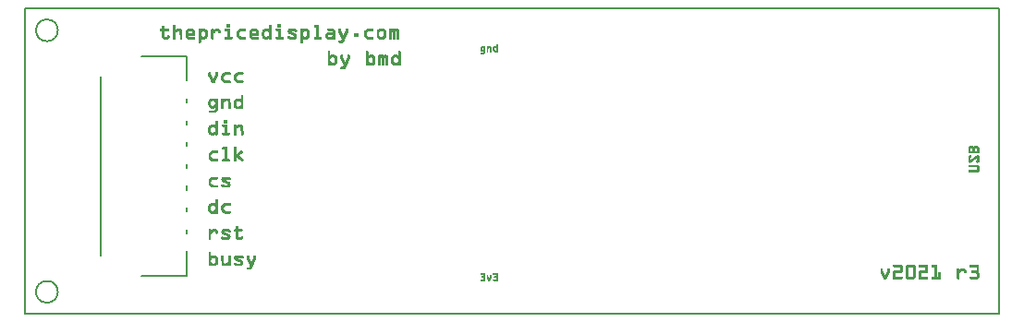
<source format=gbr>
G04 DesignSpark PCB Gerber Version 10.0 Build 5299*
G04 #@! TF.Part,Single*
G04 #@! TF.FileFunction,Legend,Top*
G04 #@! TF.FilePolarity,Positive*
%FSLAX35Y35*%
%MOIN*%
%ADD13C,0.00100*%
%ADD25C,0.00500*%
%ADD10C,0.00600*%
G04 #@! TD.AperFunction*
X0Y0D02*
D02*
D10*
X27495Y88469D02*
Y23767D01*
X42318Y95768D02*
X58395D01*
Y86937D01*
Y25299D02*
Y16468D01*
X42318D01*
X58395Y31819D02*
Y33173D01*
Y39693D02*
Y41047D01*
Y47567D02*
Y48921D01*
Y55441D02*
Y56795D01*
Y63315D02*
Y64669D01*
Y71189D02*
Y72543D01*
Y79063D02*
Y80417D01*
D02*
D13*
X69515Y89673D02*
Y89077D01*
X68434Y86620D01*
X68407Y86570D01*
X68380Y86524D01*
X68346Y86485D01*
X68315Y86455D01*
X68280Y86431D01*
X68242Y86416D01*
X68204Y86405D01*
X68161Y86401D01*
X67757D01*
X67707Y86405D01*
X67657Y86416D01*
X67611Y86431D01*
X67569Y86458D01*
X67531Y86489D01*
X67496Y86528D01*
X67465Y86574D01*
X67438Y86628D01*
X66366Y89069D01*
Y89673D01*
X66373Y89734D01*
X66389Y89792D01*
X66416Y89846D01*
X66458Y89892D01*
X66504Y89934D01*
X66558Y89961D01*
X66615Y89976D01*
X66677Y89984D01*
X66739Y89976D01*
X66796Y89961D01*
X66850Y89934D01*
X66896Y89892D01*
X66939Y89846D01*
X66965Y89792D01*
X66985Y89734D01*
X66989Y89673D01*
X66996Y89196D01*
X67942Y87054D01*
X68884Y89200D01*
Y89673D01*
X68892Y89734D01*
X68907Y89792D01*
X68938Y89846D01*
X68976Y89892D01*
X69026Y89934D01*
X69080Y89961D01*
X69138Y89976D01*
X69203Y89984D01*
X69265Y89976D01*
X69322Y89961D01*
X69376Y89934D01*
X69422Y89892D01*
X69465Y89846D01*
X69491Y89792D01*
X69511Y89734D01*
X69515Y89673D01*
X73809Y86401D02*
X72475D01*
X72387Y86405D01*
X72302Y86412D01*
X72225Y86431D01*
X72148Y86455D01*
X72071Y86481D01*
X72002Y86520D01*
X71937Y86562D01*
X71871Y86612D01*
X71264Y87139D01*
X71198Y87204D01*
X71137Y87270D01*
X71087Y87343D01*
X71048Y87424D01*
X71018Y87508D01*
X70994Y87596D01*
X70979Y87693D01*
X70976Y87793D01*
Y88607D01*
X70979Y88704D01*
X70991Y88800D01*
X71014Y88888D01*
X71048Y88977D01*
X71094Y89061D01*
X71152Y89142D01*
X71222Y89223D01*
X71302Y89296D01*
X71848Y89769D01*
X71917Y89819D01*
X71983Y89861D01*
X72052Y89900D01*
X72121Y89930D01*
X72194Y89953D01*
X72267Y89969D01*
X72340Y89980D01*
X72413Y89984D01*
X73817D01*
X73878Y89976D01*
X73936Y89961D01*
X73990Y89934D01*
X74036Y89892D01*
X74078Y89846D01*
X74105Y89792D01*
X74124Y89734D01*
X74128Y89673D01*
X74124Y89607D01*
X74105Y89550D01*
X74078Y89496D01*
X74036Y89450D01*
X73990Y89411D01*
X73936Y89384D01*
X73878Y89365D01*
X73817Y89361D01*
X72471D01*
X72409Y89354D01*
X72348Y89334D01*
X72290Y89304D01*
X72233Y89261D01*
X71729Y88835D01*
X71675Y88777D01*
X71637Y88711D01*
X71614Y88639D01*
X71606Y88554D01*
Y87793D01*
X71614Y87735D01*
X71629Y87681D01*
X71660Y87631D01*
X71702Y87585D01*
X72252Y87116D01*
X72309Y87078D01*
X72375Y87047D01*
X72448Y87028D01*
X72529Y87024D01*
X73809D01*
X73870Y87016D01*
X73924Y87000D01*
X73978Y86974D01*
X74028Y86931D01*
X74067Y86885D01*
X74097Y86831D01*
X74117Y86774D01*
X74120Y86712D01*
X74117Y86651D01*
X74097Y86593D01*
X74070Y86539D01*
X74028Y86493D01*
X73982Y86451D01*
X73928Y86424D01*
X73870Y86405D01*
X73809Y86401D01*
X78404D02*
X77069D01*
X76981Y86405D01*
X76896Y86412D01*
X76819Y86431D01*
X76743Y86455D01*
X76666Y86481D01*
X76596Y86520D01*
X76531Y86562D01*
X76466Y86612D01*
X75858Y87139D01*
X75793Y87204D01*
X75731Y87270D01*
X75681Y87343D01*
X75643Y87424D01*
X75612Y87508D01*
X75589Y87596D01*
X75574Y87693D01*
X75570Y87793D01*
Y88607D01*
X75574Y88704D01*
X75585Y88800D01*
X75608Y88888D01*
X75643Y88977D01*
X75689Y89061D01*
X75747Y89142D01*
X75816Y89223D01*
X75897Y89296D01*
X76443Y89769D01*
X76512Y89819D01*
X76577Y89861D01*
X76646Y89900D01*
X76716Y89930D01*
X76789Y89953D01*
X76862Y89969D01*
X76935Y89980D01*
X77008Y89984D01*
X78411D01*
X78473Y89976D01*
X78530Y89961D01*
X78584Y89934D01*
X78630Y89892D01*
X78672Y89846D01*
X78700Y89792D01*
X78719Y89734D01*
X78722Y89673D01*
X78719Y89607D01*
X78700Y89550D01*
X78672Y89496D01*
X78630Y89450D01*
X78584Y89411D01*
X78530Y89384D01*
X78473Y89365D01*
X78411Y89361D01*
X77065D01*
X77004Y89354D01*
X76943Y89334D01*
X76885Y89304D01*
X76827Y89261D01*
X76324Y88835D01*
X76270Y88777D01*
X76231Y88711D01*
X76208Y88639D01*
X76200Y88554D01*
Y87793D01*
X76208Y87735D01*
X76224Y87681D01*
X76254Y87631D01*
X76296Y87585D01*
X76846Y87116D01*
X76904Y87078D01*
X76969Y87047D01*
X77043Y87028D01*
X77123Y87024D01*
X78404D01*
X78465Y87016D01*
X78519Y87000D01*
X78572Y86974D01*
X78622Y86931D01*
X78661Y86885D01*
X78692Y86831D01*
X78711Y86774D01*
X78715Y86712D01*
X78711Y86651D01*
X78692Y86593D01*
X78665Y86539D01*
X78622Y86493D01*
X78576Y86451D01*
X78523Y86424D01*
X78465Y86405D01*
X78404Y86401D01*
X67566Y86461D02*
X68321D01*
X72131D02*
X73993D01*
X76726D02*
X78587D01*
X67478Y86554D02*
X68398D01*
X71949D02*
X74078D01*
X76543D02*
X78672D01*
X67429Y86648D02*
X68446D01*
X71830D02*
X74116D01*
X76424D02*
X78710D01*
X67388Y86742D02*
X68488D01*
X71722D02*
X74119D01*
X76317D02*
X78713D01*
X67347Y86835D02*
X68529D01*
X71614D02*
X74095D01*
X76208D02*
X78689D01*
X67306Y86929D02*
X68570D01*
X71506D02*
X74030D01*
X76100D02*
X78624D01*
X67265Y87023D02*
X68611D01*
X71398D02*
X72529D01*
X75992D02*
X77123D01*
X67223Y87117D02*
X67915D01*
X67969D02*
X68653D01*
X71290D02*
X72252D01*
X75884D02*
X76846D01*
X67182Y87210D02*
X67873D01*
X68011D02*
X68694D01*
X71193D02*
X72141D01*
X75787D02*
X76736D01*
X67141Y87304D02*
X67832D01*
X68052D02*
X68735D01*
X71114D02*
X72031D01*
X75708D02*
X76626D01*
X67100Y87398D02*
X67791D01*
X68093D02*
X68776D01*
X71061D02*
X71922D01*
X75656D02*
X76516D01*
X67059Y87491D02*
X67749D01*
X68134D02*
X68817D01*
X71024D02*
X71812D01*
X75618D02*
X76406D01*
X67018Y87585D02*
X67708D01*
X68175D02*
X68859D01*
X70998D02*
X71702D01*
X75592D02*
X76296D01*
X66976Y87679D02*
X67666D01*
X68216D02*
X68900D01*
X70981D02*
X71631D01*
X75576D02*
X76225D01*
X66935Y87772D02*
X67625D01*
X68257D02*
X68941D01*
X70976D02*
X71609D01*
X75571D02*
X76203D01*
X66894Y87866D02*
X67583D01*
X68298D02*
X68982D01*
X70976D02*
X71606D01*
X75570D02*
X76200D01*
X66853Y87960D02*
X67542D01*
X68340D02*
X69023D01*
X70976D02*
X71606D01*
X75570D02*
X76200D01*
X66812Y88054D02*
X67501D01*
X68381D02*
X69065D01*
X70976D02*
X71606D01*
X75570D02*
X76200D01*
X66770Y88147D02*
X67459D01*
X68422D02*
X69106D01*
X70976D02*
X71606D01*
X75570D02*
X76200D01*
X66730Y88241D02*
X67418D01*
X68463D02*
X69147D01*
X70976D02*
X71606D01*
X75570D02*
X76200D01*
X66688Y88335D02*
X67377D01*
X68504D02*
X69188D01*
X70976D02*
X71606D01*
X75570D02*
X76200D01*
X66647Y88428D02*
X67335D01*
X68545D02*
X69230D01*
X70976D02*
X71606D01*
X75570D02*
X76200D01*
X66606Y88522D02*
X67294D01*
X68587D02*
X69270D01*
X70976D02*
X71606D01*
X75570D02*
X76200D01*
X66565Y88616D02*
X67252D01*
X68628D02*
X69312D01*
X70976D02*
X71612D01*
X75570D02*
X76206D01*
X66524Y88709D02*
X67211D01*
X68669D02*
X69353D01*
X70980D02*
X71636D01*
X75574D02*
X76230D01*
X66483Y88803D02*
X67170D01*
X68710D02*
X69394D01*
X70992D02*
X71700D01*
X75586D02*
X76294D01*
X66441Y88897D02*
X67128D01*
X68751D02*
X69435D01*
X71017D02*
X71802D01*
X75612D02*
X76397D01*
X66400Y88991D02*
X67087D01*
X68792D02*
X69477D01*
X71056D02*
X71913D01*
X75650D02*
X76507D01*
X66366Y89084D02*
X67045D01*
X68833D02*
X69515D01*
X71111D02*
X72024D01*
X75706D02*
X76618D01*
X66366Y89178D02*
X67004D01*
X68874D02*
X69515D01*
X71183D02*
X72134D01*
X75778D02*
X76729D01*
X66366Y89272D02*
X66995D01*
X68884D02*
X69515D01*
X71276D02*
X72246D01*
X75870D02*
X76841D01*
X66366Y89365D02*
X66993D01*
X68884D02*
X69515D01*
X71383D02*
X73878D01*
X75977D02*
X78473D01*
X66366Y89459D02*
X66992D01*
X68884D02*
X69515D01*
X71491D02*
X74044D01*
X76085D02*
X78639D01*
X66366Y89553D02*
X66991D01*
X68884D02*
X69515D01*
X71599D02*
X74106D01*
X76193D02*
X78701D01*
X66366Y89646D02*
X66989D01*
X68884D02*
X69515D01*
X71707D02*
X74126D01*
X76301D02*
X78721D01*
X66375Y89740D02*
X66983D01*
X68893D02*
X69509D01*
X71815D02*
X74122D01*
X76409D02*
X78717D01*
X66410Y89834D02*
X66944D01*
X68931D02*
X69470D01*
X71941D02*
X74084D01*
X76535D02*
X78678D01*
X66497Y89928D02*
X66857D01*
X69018D02*
X69383D01*
X72115D02*
X73997D01*
X76709D02*
X78591D01*
X68334Y75614D02*
X66981D01*
X66919Y75618D01*
X66861Y75637D01*
X66808Y75664D01*
X66761Y75702D01*
X66719Y75748D01*
X66693Y75802D01*
X66677Y75860D01*
X66669Y75926D01*
X66677Y75987D01*
X66693Y76044D01*
X66719Y76098D01*
X66761Y76144D01*
X66808Y76183D01*
X66861Y76210D01*
X66919Y76229D01*
X66981Y76233D01*
X68334D01*
X68396Y76237D01*
X68453Y76256D01*
X68511Y76287D01*
X68565Y76325D01*
X68776Y76506D01*
X68822Y76552D01*
X68857Y76602D01*
X68876Y76660D01*
X68884Y76725D01*
Y77675D01*
X68776Y77571D01*
X68665Y77483D01*
X68557Y77406D01*
X68450Y77344D01*
X68346Y77294D01*
X68238Y77259D01*
X68134Y77240D01*
X68030Y77233D01*
X67550D01*
X67457Y77237D01*
X67369Y77248D01*
X67281Y77267D01*
X67196Y77298D01*
X67115Y77333D01*
X67035Y77375D01*
X66958Y77429D01*
X66881Y77490D01*
X66646Y77698D01*
X66593Y77752D01*
X66543Y77817D01*
X66493Y77890D01*
X66450Y77978D01*
X66412Y78071D01*
X66385Y78163D01*
X66369Y78256D01*
X66366Y78344D01*
Y79378D01*
X66369Y79486D01*
X66385Y79589D01*
X66412Y79693D01*
X66450Y79793D01*
X66493Y79885D01*
X66543Y79962D01*
X66593Y80031D01*
X66646Y80085D01*
X66904Y80305D01*
X66973Y80362D01*
X67046Y80408D01*
X67123Y80451D01*
X67204Y80481D01*
X67285Y80508D01*
X67369Y80528D01*
X67457Y80539D01*
X67550Y80543D01*
X68000D01*
X68092Y80539D01*
X68180Y80528D01*
X68265Y80504D01*
X68350Y80478D01*
X68434Y80439D01*
X68515Y80397D01*
X68592Y80343D01*
X68669Y80281D01*
X68884Y80101D01*
X68876Y80224D01*
X68884Y80285D01*
X68899Y80339D01*
X68930Y80393D01*
X68969Y80443D01*
X69019Y80481D01*
X69069Y80512D01*
X69126Y80528D01*
X69188Y80535D01*
X69249Y80528D01*
X69311Y80512D01*
X69365Y80485D01*
X69411Y80443D01*
X69453Y80397D01*
X69484Y80343D01*
X69499Y80285D01*
X69507Y80224D01*
Y76725D01*
X69503Y76625D01*
X69487Y76533D01*
X69461Y76441D01*
X69426Y76356D01*
X69384Y76271D01*
X69326Y76194D01*
X69261Y76118D01*
X69188Y76044D01*
X68934Y75826D01*
X68880Y75783D01*
X68819Y75745D01*
X68746Y75710D01*
X68661Y75676D01*
X68576Y75648D01*
X68492Y75630D01*
X68411Y75618D01*
X68334Y75614D01*
X67976Y79920D02*
X67557D01*
X67488Y79912D01*
X67423Y79893D01*
X67357Y79859D01*
X67292Y79813D01*
X67100Y79651D01*
X67050Y79601D01*
X67015Y79543D01*
X66996Y79474D01*
X66989Y79397D01*
Y78359D01*
X66996Y78294D01*
X67019Y78236D01*
X67057Y78174D01*
X67111Y78121D01*
X67315Y77936D01*
X67365Y77902D01*
X67415Y77875D01*
X67465Y77859D01*
X67519Y77856D01*
X68030D01*
X68088Y77863D01*
X68146Y77882D01*
X68207Y77917D01*
X68272Y77967D01*
X68769Y78390D01*
X68819Y78444D01*
X68857Y78502D01*
X68876Y78563D01*
X68884Y78632D01*
Y79105D01*
Y79143D01*
X68876Y79186D01*
X68865Y79224D01*
X68853Y79259D01*
X68834Y79293D01*
X68811Y79324D01*
X68784Y79355D01*
X68753Y79382D01*
X68246Y79820D01*
X68188Y79863D01*
X68122Y79893D01*
X68054Y79912D01*
X67976Y79920D01*
X72444Y79813D02*
X71591Y79259D01*
Y77263D01*
X71587Y77202D01*
X71567Y77144D01*
X71537Y77094D01*
X71498Y77044D01*
X71448Y77006D01*
X71398Y76975D01*
X71341Y76956D01*
X71279Y76952D01*
X71218Y76956D01*
X71160Y76975D01*
X71110Y77002D01*
X71060Y77044D01*
X71022Y77094D01*
X70991Y77144D01*
X70976Y77202D01*
X70968Y77263D01*
Y80224D01*
X70976Y80285D01*
X70991Y80343D01*
X71018Y80397D01*
X71060Y80447D01*
X71106Y80489D01*
X71160Y80520D01*
X71218Y80535D01*
X71279Y80543D01*
X71341Y80535D01*
X71398Y80520D01*
X71448Y80489D01*
X71498Y80447D01*
X71537Y80397D01*
X71567Y80343D01*
X71587Y80285D01*
X71591Y80224D01*
Y80016D01*
X72159Y80362D01*
X72233Y80404D01*
X72309Y80439D01*
X72387Y80470D01*
X72467Y80497D01*
X72548Y80516D01*
X72633Y80531D01*
X72717Y80539D01*
X72809Y80543D01*
X73098D01*
X73190Y80539D01*
X73278Y80528D01*
X73363Y80504D01*
X73444Y80478D01*
X73524Y80439D01*
X73602Y80393D01*
X73670Y80339D01*
X73744Y80278D01*
X73805Y80212D01*
X73863Y80139D01*
X73909Y80062D01*
X73947Y79985D01*
X73982Y79901D01*
X74005Y79816D01*
X74020Y79724D01*
X74028Y79628D01*
X74113Y77263D01*
X74109Y77202D01*
X74094Y77144D01*
X74063Y77094D01*
X74024Y77044D01*
X73974Y77002D01*
X73920Y76975D01*
X73863Y76956D01*
X73801Y76952D01*
X73744Y76956D01*
X73686Y76971D01*
X73636Y76998D01*
X73586Y77037D01*
X73544Y77079D01*
X73517Y77133D01*
X73498Y77194D01*
X73490Y77263D01*
X73398Y79593D01*
X73390Y79670D01*
X73371Y79735D01*
X73344Y79793D01*
X73306Y79839D01*
X73259Y79874D01*
X73202Y79901D01*
X73132Y79916D01*
X73056Y79920D01*
X72748D01*
X72679Y79912D01*
X72602Y79893D01*
X72525Y79859D01*
X72444Y79813D01*
X78073Y80101D02*
Y81577D01*
X78077Y81639D01*
X78096Y81696D01*
X78123Y81750D01*
X78161Y81796D01*
X78207Y81839D01*
X78261Y81865D01*
X78315Y81881D01*
X78376Y81889D01*
X78438Y81881D01*
X78500Y81865D01*
X78554Y81839D01*
X78600Y81796D01*
X78642Y81750D01*
X78672Y81696D01*
X78688Y81639D01*
X78696Y81577D01*
Y77263D01*
X78692Y77202D01*
X78672Y77144D01*
X78642Y77091D01*
X78604Y77044D01*
X78554Y77002D01*
X78504Y76975D01*
X78446Y76956D01*
X78384Y76952D01*
X78319Y76956D01*
X78261Y76975D01*
X78207Y77002D01*
X78161Y77044D01*
X78123Y77091D01*
X78096Y77144D01*
X78077Y77202D01*
X78073Y77263D01*
Y77402D01*
X77961Y77298D01*
X77850Y77206D01*
X77738Y77129D01*
X77631Y77063D01*
X77527Y77013D01*
X77419Y76979D01*
X77319Y76959D01*
X77219Y76952D01*
X76689D01*
X76608Y76956D01*
X76527Y76967D01*
X76446Y76991D01*
X76370Y77021D01*
X76289Y77059D01*
X76208Y77106D01*
X76128Y77163D01*
X76046Y77225D01*
X75789Y77444D01*
X75743Y77494D01*
X75701Y77559D01*
X75658Y77636D01*
X75620Y77732D01*
X75585Y77829D01*
X75558Y77925D01*
X75543Y78017D01*
X75539Y78106D01*
Y79378D01*
X75543Y79482D01*
X75562Y79585D01*
X75589Y79685D01*
X75628Y79785D01*
X75674Y79881D01*
X75724Y79962D01*
X75778Y80028D01*
X75835Y80085D01*
X76093Y80305D01*
X76162Y80362D01*
X76235Y80408D01*
X76312Y80451D01*
X76393Y80481D01*
X76473Y80508D01*
X76558Y80528D01*
X76646Y80539D01*
X76739Y80543D01*
X77189D01*
X77281Y80539D01*
X77369Y80528D01*
X77454Y80504D01*
X77539Y80478D01*
X77623Y80439D01*
X77704Y80397D01*
X77781Y80343D01*
X77857Y80281D01*
X78073Y80101D01*
X77165Y79912D02*
X76731D01*
X76666Y79905D01*
X76600Y79885D01*
X76539Y79855D01*
X76481Y79813D01*
X76281Y79635D01*
X76235Y79585D01*
X76204Y79532D01*
X76185Y79470D01*
X76177Y79401D01*
Y78075D01*
X76185Y78013D01*
X76208Y77952D01*
X76246Y77898D01*
X76300Y77844D01*
X76504Y77667D01*
X76554Y77629D01*
X76604Y77602D01*
X76654Y77586D01*
X76708Y77583D01*
X77219D01*
X77269Y77590D01*
X77327Y77609D01*
X77389Y77648D01*
X77457Y77698D01*
X77950Y78109D01*
X77981Y78136D01*
X78004Y78167D01*
X78027Y78198D01*
X78042Y78228D01*
X78065Y78298D01*
X78073Y78374D01*
Y79047D01*
Y79101D01*
X78065Y79155D01*
X78054Y79201D01*
X78042Y79243D01*
X78023Y79286D01*
X78000Y79320D01*
X77973Y79355D01*
X77942Y79382D01*
X77435Y79820D01*
X77381Y79859D01*
X77315Y79889D01*
X77246Y79905D01*
X77165Y79912D01*
X66782Y75685D02*
X68684D01*
X66704Y75779D02*
X68873D01*
X66676Y75872D02*
X68988D01*
X66674Y75966D02*
X69097D01*
X66700Y76060D02*
X69203D01*
X66772Y76154D02*
X69291D01*
X68427Y76247D02*
X69366D01*
X68583Y76341D02*
X69419D01*
X68693Y76435D02*
X69458D01*
X68799Y76528D02*
X69486D01*
X68864Y76622D02*
X69502D01*
X68883Y76716D02*
X69506D01*
X68884Y76809D02*
X69507D01*
X68884Y76903D02*
X69507D01*
X68884Y76997D02*
X69507D01*
X71119D02*
X71434D01*
X73637D02*
X73964D01*
X76431D02*
X77476D01*
X78218D02*
X78544D01*
X68884Y77091D02*
X69507D01*
X71024D02*
X71534D01*
X73538D02*
X74060D01*
X76235D02*
X77675D01*
X78123D02*
X78642D01*
X68884Y77184D02*
X69507D01*
X70980D02*
X71581D01*
X73501D02*
X74104D01*
X76100D02*
X77819D01*
X78083D02*
X78686D01*
X67252Y77278D02*
X68295D01*
X68884D02*
X69507D01*
X70968D02*
X71591D01*
X73489D02*
X74112D01*
X75984D02*
X77937D01*
X78073D02*
X78696D01*
X67041Y77372D02*
X68498D01*
X68884D02*
X69507D01*
X70968D02*
X71591D01*
X73485D02*
X74109D01*
X75874D02*
X78040D01*
X78073D02*
X78696D01*
X66912Y77465D02*
X68641D01*
X68884D02*
X69507D01*
X70968D02*
X71591D01*
X73482D02*
X74106D01*
X75769D02*
X78696D01*
X66803Y77559D02*
X68761D01*
X68884D02*
X69507D01*
X70968D02*
X71591D01*
X73478D02*
X74102D01*
X75701D02*
X78696D01*
X66697Y77653D02*
X68861D01*
X68884D02*
X69507D01*
X70968D02*
X71591D01*
X73474D02*
X74099D01*
X75652D02*
X76523D01*
X77395D02*
X78696D01*
X66598Y77746D02*
X69507D01*
X70968D02*
X71591D01*
X73470D02*
X74095D01*
X75615D02*
X76413D01*
X77516D02*
X78696D01*
X66527Y77840D02*
X69507D01*
X70968D02*
X71591D01*
X73467D02*
X74092D01*
X75582D02*
X76305D01*
X77628D02*
X78696D01*
X66471Y77934D02*
X67319D01*
X68229D02*
X69507D01*
X70968D02*
X71591D01*
X73463D02*
X74089D01*
X75557D02*
X76221D01*
X77740D02*
X78696D01*
X66430Y78028D02*
X67215D01*
X68344D02*
X69507D01*
X70968D02*
X71591D01*
X73459D02*
X74085D01*
X75543D02*
X76183D01*
X77852D02*
X78696D01*
X66397Y78121D02*
X67111D01*
X68454D02*
X69507D01*
X70968D02*
X71591D01*
X73456D02*
X74082D01*
X75539D02*
X76177D01*
X77963D02*
X78696D01*
X66376Y78215D02*
X67032D01*
X68563D02*
X69507D01*
X70968D02*
X71591D01*
X73452D02*
X74078D01*
X75539D02*
X76177D01*
X78035D02*
X78696D01*
X66367Y78309D02*
X66994D01*
X68673D02*
X69507D01*
X70968D02*
X71591D01*
X73448D02*
X74075D01*
X75539D02*
X76177D01*
X78066D02*
X78696D01*
X66366Y78402D02*
X66989D01*
X68780D02*
X69507D01*
X70968D02*
X71591D01*
X73445D02*
X74072D01*
X75539D02*
X76177D01*
X78073D02*
X78696D01*
X66366Y78496D02*
X66989D01*
X68854D02*
X69507D01*
X70968D02*
X71591D01*
X73441D02*
X74069D01*
X75539D02*
X76177D01*
X78073D02*
X78696D01*
X66366Y78590D02*
X66989D01*
X68879D02*
X69507D01*
X70968D02*
X71591D01*
X73437D02*
X74065D01*
X75539D02*
X76177D01*
X78073D02*
X78696D01*
X66366Y78683D02*
X66989D01*
X68884D02*
X69507D01*
X70968D02*
X71591D01*
X73433D02*
X74062D01*
X75539D02*
X76177D01*
X78073D02*
X78696D01*
X66366Y78777D02*
X66989D01*
X68884D02*
X69507D01*
X70968D02*
X71591D01*
X73430D02*
X74058D01*
X75539D02*
X76177D01*
X78073D02*
X78696D01*
X66366Y78871D02*
X66989D01*
X68884D02*
X69507D01*
X70968D02*
X71591D01*
X73426D02*
X74055D01*
X75539D02*
X76177D01*
X78073D02*
X78696D01*
X66366Y78965D02*
X66989D01*
X68884D02*
X69507D01*
X70968D02*
X71591D01*
X73422D02*
X74052D01*
X75539D02*
X76177D01*
X78073D02*
X78696D01*
X66366Y79058D02*
X66989D01*
X68884D02*
X69507D01*
X70968D02*
X71591D01*
X73419D02*
X74048D01*
X75539D02*
X76177D01*
X78073D02*
X78696D01*
X66366Y79152D02*
X66989D01*
X68882D02*
X69507D01*
X70968D02*
X71591D01*
X73415D02*
X74045D01*
X75539D02*
X76177D01*
X78065D02*
X78696D01*
X66366Y79246D02*
X66989D01*
X68857D02*
X69507D01*
X70968D02*
X71591D01*
X73411D02*
X74042D01*
X75539D02*
X76177D01*
X78041D02*
X78696D01*
X66366Y79339D02*
X66989D01*
X68797D02*
X69507D01*
X70968D02*
X71715D01*
X73408D02*
X74038D01*
X75539D02*
X76177D01*
X77985D02*
X78696D01*
X66368Y79433D02*
X66992D01*
X68694D02*
X69507D01*
X70968D02*
X71859D01*
X73404D02*
X74035D01*
X75541D02*
X76181D01*
X77883D02*
X78696D01*
X66375Y79527D02*
X67011D01*
X68585D02*
X69507D01*
X70968D02*
X72004D01*
X73400D02*
X74031D01*
X75551D02*
X76203D01*
X77774D02*
X78696D01*
X66393Y79620D02*
X67070D01*
X68477D02*
X69507D01*
X70968D02*
X72148D01*
X73395D02*
X74028D01*
X75572D02*
X76267D01*
X77666D02*
X78696D01*
X66420Y79714D02*
X67175D01*
X68369D02*
X69507D01*
X70968D02*
X72293D01*
X73377D02*
X74021D01*
X75600D02*
X76370D01*
X77557D02*
X78696D01*
X66457Y79808D02*
X67287D01*
X68260D02*
X69507D01*
X70968D02*
X72437D01*
X73331D02*
X74007D01*
X75638D02*
X76476D01*
X77449D02*
X78696D01*
X66503Y79902D02*
X67452D01*
X68092D02*
X69507D01*
X70968D02*
X72635D01*
X73198D02*
X73982D01*
X75686D02*
X76655D01*
X77260D02*
X78696D01*
X66567Y79995D02*
X69507D01*
X70968D02*
X73943D01*
X75751D02*
X78696D01*
X66650Y80089D02*
X69507D01*
X70968D02*
X71591D01*
X71710D02*
X73893D01*
X75839D02*
X78696D01*
X66760Y80183D02*
X68786D01*
X68879D02*
X69507D01*
X70968D02*
X71591D01*
X71864D02*
X73829D01*
X75949D02*
X77975D01*
X78073D02*
X78696D01*
X66870Y80276D02*
X68674D01*
X68883D02*
X69500D01*
X70974D02*
X71587D01*
X72019D02*
X73744D01*
X76059D02*
X77863D01*
X78073D02*
X78696D01*
X66986Y80370D02*
X68553D01*
X68917D02*
X69468D01*
X71004D02*
X71552D01*
X72173D02*
X73631D01*
X76174D02*
X77742D01*
X78073D02*
X78696D01*
X67157Y80464D02*
X68380D01*
X68996D02*
X69388D01*
X71078D02*
X71478D01*
X72371D02*
X73472D01*
X76346D02*
X77569D01*
X78073D02*
X78696D01*
X78073Y80557D02*
X78696D01*
X78073Y80651D02*
X78696D01*
X78073Y80745D02*
X78696D01*
X78073Y80839D02*
X78696D01*
X78073Y80932D02*
X78696D01*
X78073Y81026D02*
X78696D01*
X78073Y81120D02*
X78696D01*
X78073Y81213D02*
X78696D01*
X78073Y81307D02*
X78696D01*
X78073Y81401D02*
X78696D01*
X78073Y81494D02*
X78696D01*
X78074Y81588D02*
X78694D01*
X78091Y81682D02*
X78676D01*
X78144Y81776D02*
X78619D01*
X78275Y81869D02*
X78484D01*
X68884Y70652D02*
Y72128D01*
X68888Y72190D01*
X68907Y72248D01*
X68934Y72301D01*
X68972Y72348D01*
X69019Y72390D01*
X69072Y72417D01*
X69126Y72432D01*
X69188Y72440D01*
X69249Y72432D01*
X69311Y72417D01*
X69365Y72390D01*
X69411Y72348D01*
X69453Y72301D01*
X69484Y72248D01*
X69499Y72190D01*
X69507Y72128D01*
Y67815D01*
X69503Y67753D01*
X69484Y67695D01*
X69453Y67642D01*
X69415Y67595D01*
X69365Y67553D01*
X69315Y67526D01*
X69257Y67507D01*
X69195Y67503D01*
X69130Y67507D01*
X69072Y67526D01*
X69019Y67553D01*
X68972Y67595D01*
X68934Y67642D01*
X68907Y67695D01*
X68888Y67753D01*
X68884Y67815D01*
Y67953D01*
X68772Y67849D01*
X68661Y67757D01*
X68549Y67680D01*
X68442Y67615D01*
X68338Y67565D01*
X68230Y67530D01*
X68130Y67511D01*
X68030Y67503D01*
X67500D01*
X67419Y67507D01*
X67338Y67519D01*
X67257Y67542D01*
X67181Y67572D01*
X67100Y67611D01*
X67019Y67657D01*
X66939Y67715D01*
X66858Y67776D01*
X66600Y67995D01*
X66554Y68045D01*
X66512Y68111D01*
X66469Y68187D01*
X66431Y68283D01*
X66396Y68380D01*
X66369Y68476D01*
X66354Y68568D01*
X66350Y68657D01*
Y69929D01*
X66354Y70033D01*
X66373Y70137D01*
X66400Y70237D01*
X66439Y70337D01*
X66485Y70433D01*
X66535Y70513D01*
X66589Y70579D01*
X66646Y70637D01*
X66904Y70856D01*
X66973Y70913D01*
X67046Y70959D01*
X67123Y71002D01*
X67204Y71033D01*
X67285Y71059D01*
X67369Y71079D01*
X67457Y71090D01*
X67550Y71094D01*
X68000D01*
X68092Y71090D01*
X68180Y71079D01*
X68265Y71056D01*
X68350Y71029D01*
X68434Y70990D01*
X68515Y70948D01*
X68592Y70894D01*
X68669Y70833D01*
X68884Y70652D01*
X67976Y70463D02*
X67542D01*
X67477Y70456D01*
X67411Y70437D01*
X67350Y70406D01*
X67292Y70364D01*
X67092Y70187D01*
X67046Y70137D01*
X67015Y70083D01*
X66996Y70021D01*
X66989Y69952D01*
Y68626D01*
X66996Y68564D01*
X67019Y68503D01*
X67057Y68449D01*
X67111Y68395D01*
X67315Y68218D01*
X67365Y68180D01*
X67415Y68153D01*
X67465Y68137D01*
X67519Y68134D01*
X68030D01*
X68080Y68141D01*
X68138Y68161D01*
X68200Y68199D01*
X68269Y68249D01*
X68761Y68660D01*
X68792Y68687D01*
X68815Y68718D01*
X68838Y68749D01*
X68853Y68780D01*
X68876Y68849D01*
X68884Y68926D01*
Y69598D01*
Y69652D01*
X68876Y69706D01*
X68865Y69752D01*
X68853Y69794D01*
X68834Y69837D01*
X68811Y69872D01*
X68784Y69906D01*
X68753Y69933D01*
X68246Y70371D01*
X68192Y70410D01*
X68126Y70441D01*
X68057Y70456D01*
X67976Y70463D01*
X72217Y72713D02*
X72544D01*
X72606Y72705D01*
X72663Y72690D01*
X72717Y72663D01*
X72763Y72620D01*
X72806Y72574D01*
X72832Y72520D01*
X72852Y72463D01*
X72856Y72401D01*
Y72132D01*
X72852Y72071D01*
X72832Y72009D01*
X72806Y71956D01*
X72763Y71909D01*
X72717Y71867D01*
X72663Y71836D01*
X72606Y71817D01*
X72544Y71813D01*
X72209D01*
X72144Y71821D01*
X72087Y71836D01*
X72033Y71867D01*
X71987Y71909D01*
X71944Y71959D01*
X71917Y72013D01*
X71902Y72067D01*
X71898Y72124D01*
X71906Y72401D01*
X71910Y72463D01*
X71929Y72520D01*
X71956Y72574D01*
X71998Y72620D01*
X72044Y72663D01*
X72098Y72690D01*
X72156Y72705D01*
X72217Y72713D01*
X73486Y67511D02*
X71587D01*
X71525Y67515D01*
X71468Y67534D01*
X71414Y67561D01*
X71368Y67603D01*
X71325Y67649D01*
X71298Y67703D01*
X71283Y67761D01*
X71275Y67822D01*
X71283Y67884D01*
X71298Y67937D01*
X71325Y67991D01*
X71368Y68041D01*
X71414Y68080D01*
X71468Y68111D01*
X71525Y68126D01*
X71587Y68134D01*
X72225D01*
Y70463D01*
X71594D01*
X71533Y70467D01*
X71475Y70487D01*
X71421Y70513D01*
X71375Y70556D01*
X71333Y70606D01*
X71306Y70656D01*
X71291Y70713D01*
X71283Y70775D01*
X71291Y70837D01*
X71306Y70894D01*
X71333Y70948D01*
X71375Y70998D01*
X71421Y71040D01*
X71475Y71071D01*
X71533Y71087D01*
X71594Y71094D01*
X72544D01*
X72606Y71087D01*
X72663Y71071D01*
X72717Y71040D01*
X72763Y70998D01*
X72806Y70948D01*
X72832Y70894D01*
X72852Y70837D01*
X72856Y70775D01*
Y68134D01*
X73478D01*
X73540Y68126D01*
X73602Y68111D01*
X73655Y68084D01*
X73701Y68041D01*
X73744Y67995D01*
X73774Y67941D01*
X73790Y67884D01*
X73798Y67822D01*
X73794Y67761D01*
X73774Y67703D01*
X73744Y67649D01*
X73705Y67603D01*
X73655Y67561D01*
X73605Y67534D01*
X73548Y67515D01*
X73486Y67511D01*
X77039Y70364D02*
X76185Y69810D01*
Y67815D01*
X76181Y67753D01*
X76162Y67695D01*
X76131Y67645D01*
X76093Y67595D01*
X76043Y67557D01*
X75993Y67526D01*
X75935Y67507D01*
X75874Y67503D01*
X75812Y67507D01*
X75754Y67526D01*
X75704Y67553D01*
X75654Y67595D01*
X75616Y67645D01*
X75585Y67695D01*
X75570Y67753D01*
X75562Y67815D01*
Y70775D01*
X75570Y70837D01*
X75585Y70894D01*
X75612Y70948D01*
X75654Y70998D01*
X75701Y71040D01*
X75754Y71071D01*
X75812Y71087D01*
X75874Y71094D01*
X75935Y71087D01*
X75993Y71071D01*
X76043Y71040D01*
X76093Y70998D01*
X76131Y70948D01*
X76162Y70894D01*
X76181Y70837D01*
X76185Y70775D01*
Y70567D01*
X76754Y70913D01*
X76827Y70956D01*
X76904Y70990D01*
X76981Y71021D01*
X77062Y71048D01*
X77143Y71067D01*
X77227Y71083D01*
X77311Y71090D01*
X77404Y71094D01*
X77692D01*
X77785Y71090D01*
X77873Y71079D01*
X77957Y71056D01*
X78038Y71029D01*
X78119Y70990D01*
X78196Y70944D01*
X78265Y70890D01*
X78338Y70829D01*
X78400Y70763D01*
X78457Y70691D01*
X78504Y70613D01*
X78542Y70537D01*
X78576Y70452D01*
X78600Y70367D01*
X78615Y70275D01*
X78622Y70179D01*
X78707Y67815D01*
X78703Y67753D01*
X78688Y67695D01*
X78657Y67645D01*
X78619Y67595D01*
X78569Y67553D01*
X78515Y67526D01*
X78457Y67507D01*
X78396Y67503D01*
X78338Y67507D01*
X78280Y67522D01*
X78230Y67549D01*
X78180Y67588D01*
X78138Y67630D01*
X78111Y67684D01*
X78092Y67745D01*
X78084Y67815D01*
X77992Y70144D01*
X77984Y70221D01*
X77965Y70287D01*
X77938Y70344D01*
X77900Y70391D01*
X77854Y70425D01*
X77796Y70452D01*
X77727Y70467D01*
X77650Y70471D01*
X77342D01*
X77273Y70463D01*
X77196Y70444D01*
X77119Y70410D01*
X77039Y70364D01*
X67287Y67533D02*
X68240D01*
X69059D02*
X69327D01*
X71469D02*
X73605D01*
X75742D02*
X76004D01*
X78261D02*
X78528D01*
X67072Y67627D02*
X68462D01*
X68946D02*
X69441D01*
X71346D02*
X73725D01*
X75630D02*
X76117D01*
X78141D02*
X78643D01*
X66931Y67720D02*
X68608D01*
X68899D02*
X69492D01*
X71294D02*
X73780D01*
X75579D02*
X76170D01*
X78100D02*
X78694D01*
X66813Y67814D02*
X68730D01*
X68884D02*
X69507D01*
X71276D02*
X73797D01*
X75562D02*
X76185D01*
X78084D02*
X78707D01*
X66703Y67908D02*
X68835D01*
X68884D02*
X69507D01*
X71290D02*
X73783D01*
X75562D02*
X76185D01*
X78081D02*
X78704D01*
X66594Y68002D02*
X69507D01*
X71334D02*
X73738D01*
X75562D02*
X76185D01*
X78077D02*
X78700D01*
X66522Y68095D02*
X69507D01*
X71441D02*
X73632D01*
X75562D02*
X76185D01*
X78073D02*
X78697D01*
X66469Y68189D02*
X67354D01*
X68183D02*
X69507D01*
X72225D02*
X72856D01*
X75562D02*
X76185D01*
X78069D02*
X78694D01*
X66431Y68283D02*
X67241D01*
X68309D02*
X69507D01*
X72225D02*
X72856D01*
X75562D02*
X76185D01*
X78066D02*
X78690D01*
X66398Y68376D02*
X67133D01*
X68422D02*
X69507D01*
X72225D02*
X72856D01*
X75562D02*
X76185D01*
X78062D02*
X78687D01*
X66371Y68470D02*
X67043D01*
X68533D02*
X69507D01*
X72225D02*
X72856D01*
X75562D02*
X76185D01*
X78058D02*
X78683D01*
X66355Y68564D02*
X66996D01*
X68646D02*
X69507D01*
X72225D02*
X72856D01*
X75562D02*
X76185D01*
X78055D02*
X78680D01*
X66350Y68657D02*
X66989D01*
X68758D02*
X69507D01*
X72225D02*
X72856D01*
X75562D02*
X76185D01*
X78051D02*
X78677D01*
X66350Y68751D02*
X66989D01*
X68839D02*
X69507D01*
X72225D02*
X72856D01*
X75562D02*
X76185D01*
X78047D02*
X78674D01*
X66350Y68845D02*
X66989D01*
X68875D02*
X69507D01*
X72225D02*
X72856D01*
X75562D02*
X76185D01*
X78044D02*
X78670D01*
X66350Y68939D02*
X66989D01*
X68884D02*
X69507D01*
X72225D02*
X72856D01*
X75562D02*
X76185D01*
X78040D02*
X78667D01*
X66350Y69032D02*
X66989D01*
X68884D02*
X69507D01*
X72225D02*
X72856D01*
X75562D02*
X76185D01*
X78036D02*
X78663D01*
X66350Y69126D02*
X66989D01*
X68884D02*
X69507D01*
X72225D02*
X72856D01*
X75562D02*
X76185D01*
X78032D02*
X78660D01*
X66350Y69220D02*
X66989D01*
X68884D02*
X69507D01*
X72225D02*
X72856D01*
X75562D02*
X76185D01*
X78029D02*
X78657D01*
X66350Y69313D02*
X66989D01*
X68884D02*
X69507D01*
X72225D02*
X72856D01*
X75562D02*
X76185D01*
X78025D02*
X78654D01*
X66350Y69407D02*
X66989D01*
X68884D02*
X69507D01*
X72225D02*
X72856D01*
X75562D02*
X76185D01*
X78021D02*
X78650D01*
X66350Y69501D02*
X66989D01*
X68884D02*
X69507D01*
X72225D02*
X72856D01*
X75562D02*
X76185D01*
X78018D02*
X78647D01*
X66350Y69594D02*
X66989D01*
X68884D02*
X69507D01*
X72225D02*
X72856D01*
X75562D02*
X76185D01*
X78014D02*
X78643D01*
X66350Y69688D02*
X66989D01*
X68879D02*
X69507D01*
X72225D02*
X72856D01*
X75562D02*
X76185D01*
X78010D02*
X78640D01*
X66350Y69782D02*
X66989D01*
X68857D02*
X69507D01*
X72225D02*
X72856D01*
X75562D02*
X76185D01*
X78006D02*
X78637D01*
X66350Y69876D02*
X66989D01*
X68808D02*
X69507D01*
X72225D02*
X72856D01*
X75562D02*
X76286D01*
X78003D02*
X78633D01*
X66352Y69969D02*
X66991D01*
X68711D02*
X69507D01*
X72225D02*
X72856D01*
X75562D02*
X76431D01*
X77999D02*
X78630D01*
X66359Y70063D02*
X67009D01*
X68603D02*
X69507D01*
X72225D02*
X72856D01*
X75562D02*
X76575D01*
X77995D02*
X78627D01*
X66379Y70157D02*
X67065D01*
X68494D02*
X69507D01*
X72225D02*
X72856D01*
X75562D02*
X76720D01*
X77991D02*
X78623D01*
X66406Y70250D02*
X67164D01*
X68386D02*
X69507D01*
X72225D02*
X72856D01*
X75562D02*
X76864D01*
X77976D02*
X78617D01*
X66442Y70344D02*
X67270D01*
X68277D02*
X69507D01*
X72225D02*
X72856D01*
X75562D02*
X77008D01*
X77939D02*
X78604D01*
X66488Y70438D02*
X67411D01*
X68132D02*
X69507D01*
X72225D02*
X72856D01*
X75562D02*
X77181D01*
X77826D02*
X78580D01*
X66550Y70531D02*
X69507D01*
X71402D02*
X72856D01*
X75562D02*
X78544D01*
X66635Y70625D02*
X69507D01*
X71322D02*
X72856D01*
X75562D02*
X76185D01*
X76280D02*
X78496D01*
X66743Y70719D02*
X68804D01*
X68884D02*
X69507D01*
X71290D02*
X72856D01*
X75562D02*
X76185D01*
X76434D02*
X78435D01*
X66853Y70813D02*
X68693D01*
X68884D02*
X69507D01*
X71288D02*
X72853D01*
X75567D02*
X76183D01*
X76588D02*
X78354D01*
X66965Y70906D02*
X68574D01*
X68884D02*
X69507D01*
X71312D02*
X72826D01*
X75591D02*
X76155D01*
X76742D02*
X78244D01*
X67119Y71000D02*
X68413D01*
X68884D02*
X69507D01*
X71377D02*
X72761D01*
X75657D02*
X76091D01*
X76928D02*
X78098D01*
X68884Y71094D02*
X69507D01*
X68884Y71187D02*
X69507D01*
X68884Y71281D02*
X69507D01*
X68884Y71375D02*
X69507D01*
X68884Y71469D02*
X69507D01*
X68884Y71562D02*
X69507D01*
X68884Y71656D02*
X69507D01*
X68884Y71750D02*
X69507D01*
X68884Y71843D02*
X69507D01*
X72074D02*
X72676D01*
X68884Y71937D02*
X69507D01*
X71963D02*
X72789D01*
X68884Y72031D02*
X69507D01*
X71912D02*
X72839D01*
X68884Y72124D02*
X69507D01*
X71898D02*
X72855D01*
X68897Y72218D02*
X69492D01*
X71901D02*
X72856D01*
X68943Y72312D02*
X69443D01*
X71904D02*
X72856D01*
X69050Y72406D02*
X69333D01*
X71906D02*
X72855D01*
X71922Y72499D02*
X72839D01*
X71973Y72593D02*
X72789D01*
X72092Y72687D02*
X72670D01*
X69215Y58054D02*
X67880D01*
X67792Y58058D01*
X67707Y58066D01*
X67630Y58085D01*
X67554Y58108D01*
X67477Y58135D01*
X67407Y58174D01*
X67342Y58216D01*
X67277Y58266D01*
X66669Y58793D01*
X66604Y58858D01*
X66543Y58923D01*
X66493Y58996D01*
X66454Y59077D01*
X66423Y59161D01*
X66400Y59250D01*
X66385Y59346D01*
X66381Y59446D01*
Y60261D01*
X66385Y60357D01*
X66396Y60454D01*
X66419Y60542D01*
X66454Y60630D01*
X66500Y60715D01*
X66558Y60796D01*
X66627Y60876D01*
X66708Y60949D01*
X67254Y61422D01*
X67323Y61472D01*
X67388Y61515D01*
X67457Y61553D01*
X67527Y61584D01*
X67600Y61607D01*
X67673Y61622D01*
X67746Y61634D01*
X67819Y61638D01*
X69222D01*
X69284Y61630D01*
X69341Y61615D01*
X69395Y61588D01*
X69441Y61545D01*
X69484Y61499D01*
X69511Y61445D01*
X69530Y61388D01*
X69533Y61326D01*
X69530Y61261D01*
X69511Y61203D01*
X69484Y61149D01*
X69441Y61103D01*
X69395Y61065D01*
X69341Y61038D01*
X69284Y61019D01*
X69222Y61015D01*
X67876D01*
X67815Y61007D01*
X67754Y60988D01*
X67696Y60957D01*
X67638Y60915D01*
X67135Y60488D01*
X67081Y60430D01*
X67042Y60365D01*
X67019Y60292D01*
X67011Y60207D01*
Y59446D01*
X67019Y59389D01*
X67035Y59335D01*
X67065Y59285D01*
X67107Y59239D01*
X67657Y58769D01*
X67715Y58731D01*
X67780Y58700D01*
X67854Y58681D01*
X67934Y58677D01*
X69215D01*
X69276Y58669D01*
X69330Y58654D01*
X69384Y58627D01*
X69434Y58585D01*
X69472Y58539D01*
X69503Y58485D01*
X69522Y58427D01*
X69526Y58366D01*
X69522Y58304D01*
X69503Y58246D01*
X69476Y58193D01*
X69434Y58146D01*
X69387Y58104D01*
X69334Y58078D01*
X69276Y58058D01*
X69215Y58054D01*
X73486D02*
X71598D01*
X71537Y58058D01*
X71479Y58078D01*
X71425Y58108D01*
X71379Y58150D01*
X71337Y58196D01*
X71310Y58250D01*
X71294Y58312D01*
X71287Y58374D01*
X71294Y58435D01*
X71310Y58489D01*
X71337Y58543D01*
X71379Y58593D01*
X71425Y58631D01*
X71479Y58662D01*
X71537Y58677D01*
X71598Y58685D01*
X72225D01*
Y62368D01*
X71591D01*
X71529Y62372D01*
X71471Y62391D01*
X71418Y62418D01*
X71371Y62460D01*
X71329Y62507D01*
X71302Y62560D01*
X71287Y62618D01*
X71279Y62680D01*
X71287Y62741D01*
X71302Y62799D01*
X71329Y62852D01*
X71371Y62899D01*
X71418Y62941D01*
X71471Y62968D01*
X71529Y62983D01*
X71591Y62991D01*
X72544D01*
X72606Y62983D01*
X72659Y62968D01*
X72713Y62937D01*
X72763Y62899D01*
X72802Y62849D01*
X72832Y62795D01*
X72852Y62741D01*
X72856Y62680D01*
Y58685D01*
X73486D01*
X73548Y58677D01*
X73605Y58662D01*
X73655Y58631D01*
X73705Y58593D01*
X73744Y58543D01*
X73774Y58489D01*
X73794Y58435D01*
X73798Y58374D01*
X73794Y58312D01*
X73774Y58250D01*
X73748Y58196D01*
X73705Y58150D01*
X73659Y58108D01*
X73605Y58078D01*
X73548Y58058D01*
X73486Y58054D01*
X75562Y58366D02*
Y62672D01*
X75570Y62737D01*
X75585Y62795D01*
X75612Y62849D01*
X75654Y62899D01*
X75701Y62937D01*
X75754Y62968D01*
X75812Y62983D01*
X75874Y62991D01*
X75935Y62983D01*
X75993Y62968D01*
X76046Y62937D01*
X76093Y62899D01*
X76135Y62849D01*
X76162Y62795D01*
X76181Y62737D01*
X76185Y62672D01*
Y60123D01*
X77865Y61553D01*
X77919Y61591D01*
X77977Y61619D01*
X78038Y61634D01*
X78100Y61641D01*
X78165Y61634D01*
X78223Y61619D01*
X78277Y61588D01*
X78323Y61545D01*
X78361Y61495D01*
X78388Y61441D01*
X78407Y61384D01*
X78411Y61322D01*
X78404Y61257D01*
X78388Y61199D01*
X78357Y61149D01*
X78315Y61103D01*
X77000Y59996D01*
X78619Y58577D01*
X78661Y58535D01*
X78692Y58489D01*
X78707Y58435D01*
X78715Y58374D01*
X78711Y58312D01*
X78692Y58258D01*
X78665Y58204D01*
X78626Y58150D01*
X78580Y58108D01*
X78526Y58078D01*
X78469Y58062D01*
X78407Y58054D01*
X78342Y58058D01*
X78284Y58074D01*
X78227Y58100D01*
X78177Y58139D01*
X76512Y59585D01*
X76185Y59308D01*
Y58366D01*
X76181Y58304D01*
X76162Y58246D01*
X76135Y58193D01*
X76093Y58146D01*
X76046Y58104D01*
X75993Y58078D01*
X75935Y58058D01*
X75874Y58054D01*
X75812Y58058D01*
X75754Y58078D01*
X75701Y58104D01*
X75654Y58146D01*
X75612Y58193D01*
X75585Y58246D01*
X75570Y58304D01*
X75562Y58366D01*
X67693Y58069D02*
X69309D01*
X71504D02*
X73580D01*
X75779D02*
X75968D01*
X78300D02*
X78496D01*
X67426Y58163D02*
X69449D01*
X71368D02*
X73717D01*
X75639D02*
X76108D01*
X78149D02*
X78635D01*
X67289Y58257D02*
X69506D01*
X71308D02*
X73776D01*
X75583D02*
X76165D01*
X78041D02*
X78692D01*
X67179Y58350D02*
X69525D01*
X71290D02*
X73796D01*
X75564D02*
X76184D01*
X77933D02*
X78713D01*
X67071Y58444D02*
X69517D01*
X71297D02*
X73791D01*
X75562D02*
X76185D01*
X77825D02*
X78704D01*
X66963Y58538D02*
X69472D01*
X71335D02*
X73746D01*
X75562D02*
X76185D01*
X77717D02*
X78658D01*
X66855Y58631D02*
X69375D01*
X71426D02*
X73655D01*
X75562D02*
X76185D01*
X77609D02*
X78557D01*
X66747Y58725D02*
X67728D01*
X72225D02*
X72856D01*
X75562D02*
X76185D01*
X77502D02*
X78450D01*
X66643Y58819D02*
X67599D01*
X72225D02*
X72856D01*
X75562D02*
X76185D01*
X77394D02*
X78343D01*
X66552Y58913D02*
X67489D01*
X72225D02*
X72856D01*
X75562D02*
X76185D01*
X77286D02*
X78236D01*
X66488Y59006D02*
X67380D01*
X72225D02*
X72856D01*
X75562D02*
X76185D01*
X77178D02*
X78129D01*
X66446Y59100D02*
X67270D01*
X72225D02*
X72856D01*
X75562D02*
X76185D01*
X77070D02*
X78022D01*
X66415Y59194D02*
X67160D01*
X72225D02*
X72856D01*
X75562D02*
X76185D01*
X76962D02*
X77915D01*
X66394Y59287D02*
X67064D01*
X72225D02*
X72856D01*
X75562D02*
X76185D01*
X76854D02*
X77809D01*
X66383Y59381D02*
X67021D01*
X72225D02*
X72856D01*
X75562D02*
X76272D01*
X76746D02*
X77702D01*
X66381Y59475D02*
X67011D01*
X72225D02*
X72856D01*
X75562D02*
X76382D01*
X76638D02*
X77595D01*
X66381Y59569D02*
X67011D01*
X72225D02*
X72856D01*
X75562D02*
X76493D01*
X76530D02*
X77488D01*
X66381Y59662D02*
X67011D01*
X72225D02*
X72856D01*
X75562D02*
X77381D01*
X66381Y59756D02*
X67011D01*
X72225D02*
X72856D01*
X75562D02*
X77274D01*
X66381Y59850D02*
X67011D01*
X72225D02*
X72856D01*
X75562D02*
X77167D01*
X66381Y59943D02*
X67011D01*
X72225D02*
X72856D01*
X75562D02*
X77060D01*
X66381Y60037D02*
X67011D01*
X72225D02*
X72856D01*
X75562D02*
X77049D01*
X66381Y60131D02*
X67011D01*
X72225D02*
X72856D01*
X75562D02*
X76185D01*
X76194D02*
X77160D01*
X66381Y60224D02*
X67013D01*
X72225D02*
X72856D01*
X75562D02*
X76185D01*
X76304D02*
X77271D01*
X66383Y60318D02*
X67028D01*
X72225D02*
X72856D01*
X75562D02*
X76185D01*
X76415D02*
X77383D01*
X66391Y60412D02*
X67070D01*
X72225D02*
X72856D01*
X75562D02*
X76185D01*
X76524D02*
X77494D01*
X66410Y60506D02*
X67155D01*
X72225D02*
X72856D01*
X75562D02*
X76185D01*
X76635D02*
X77605D01*
X66442Y60599D02*
X67266D01*
X72225D02*
X72856D01*
X75562D02*
X76185D01*
X76744D02*
X77717D01*
X66488Y60693D02*
X67376D01*
X72225D02*
X72856D01*
X75562D02*
X76185D01*
X76855D02*
X77828D01*
X66552Y60787D02*
X67487D01*
X72225D02*
X72856D01*
X75562D02*
X76185D01*
X76965D02*
X77939D01*
X66631Y60880D02*
X67597D01*
X72225D02*
X72856D01*
X75562D02*
X76185D01*
X77075D02*
X78050D01*
X66737Y60974D02*
X67728D01*
X72225D02*
X72856D01*
X75562D02*
X76185D01*
X77185D02*
X78161D01*
X66844Y61068D02*
X69399D01*
X72225D02*
X72856D01*
X75562D02*
X76185D01*
X77295D02*
X78273D01*
X66953Y61161D02*
X69490D01*
X72225D02*
X72856D01*
X75562D02*
X76185D01*
X77405D02*
X78365D01*
X67061Y61255D02*
X69528D01*
X72225D02*
X72856D01*
X75562D02*
X76185D01*
X77515D02*
X78403D01*
X67169Y61349D02*
X69532D01*
X72225D02*
X72856D01*
X75562D02*
X76185D01*
X77625D02*
X78409D01*
X67281Y61443D02*
X69511D01*
X72225D02*
X72856D01*
X75562D02*
X76185D01*
X77735D02*
X78388D01*
X67427Y61536D02*
X69450D01*
X72225D02*
X72856D01*
X75562D02*
X76185D01*
X77845D02*
X78330D01*
X67721Y61630D02*
X69284D01*
X72225D02*
X72856D01*
X75562D02*
X76185D01*
X78022D02*
X78180D01*
X72225Y61724D02*
X72856D01*
X75562D02*
X76185D01*
X72225Y61817D02*
X72856D01*
X75562D02*
X76185D01*
X72225Y61911D02*
X72856D01*
X75562D02*
X76185D01*
X72225Y62005D02*
X72856D01*
X75562D02*
X76185D01*
X72225Y62098D02*
X72856D01*
X75562D02*
X76185D01*
X72225Y62192D02*
X72856D01*
X75562D02*
X76185D01*
X72225Y62286D02*
X72856D01*
X75562D02*
X76185D01*
X71507Y62380D02*
X72856D01*
X75562D02*
X76185D01*
X71359Y62473D02*
X72856D01*
X75562D02*
X76185D01*
X71300Y62567D02*
X72856D01*
X75562D02*
X76185D01*
X71281Y62661D02*
X72856D01*
X75562D02*
X76185D01*
X71291Y62754D02*
X72847D01*
X75575D02*
X76175D01*
X71327Y62848D02*
X72802D01*
X75611D02*
X76135D01*
X71419Y62942D02*
X72705D01*
X75709D02*
X76038D01*
X69215Y48606D02*
X67880D01*
X67792Y48609D01*
X67707Y48617D01*
X67630Y48636D01*
X67554Y48659D01*
X67477Y48686D01*
X67407Y48725D01*
X67342Y48767D01*
X67277Y48817D01*
X66669Y49344D01*
X66604Y49409D01*
X66543Y49474D01*
X66493Y49548D01*
X66454Y49628D01*
X66423Y49713D01*
X66400Y49801D01*
X66385Y49897D01*
X66381Y49997D01*
Y50812D01*
X66385Y50909D01*
X66396Y51005D01*
X66419Y51093D01*
X66454Y51181D01*
X66500Y51266D01*
X66558Y51347D01*
X66627Y51428D01*
X66708Y51500D01*
X67254Y51974D01*
X67323Y52024D01*
X67388Y52066D01*
X67457Y52104D01*
X67527Y52135D01*
X67600Y52158D01*
X67673Y52173D01*
X67746Y52185D01*
X67819Y52189D01*
X69222D01*
X69284Y52181D01*
X69341Y52166D01*
X69395Y52139D01*
X69441Y52096D01*
X69484Y52050D01*
X69511Y51996D01*
X69530Y51939D01*
X69533Y51878D01*
X69530Y51812D01*
X69511Y51754D01*
X69484Y51700D01*
X69441Y51654D01*
X69395Y51616D01*
X69341Y51589D01*
X69284Y51570D01*
X69222Y51566D01*
X67876D01*
X67815Y51558D01*
X67754Y51539D01*
X67696Y51508D01*
X67638Y51466D01*
X67135Y51039D01*
X67081Y50981D01*
X67042Y50916D01*
X67019Y50843D01*
X67011Y50759D01*
Y49997D01*
X67019Y49940D01*
X67035Y49886D01*
X67065Y49836D01*
X67107Y49790D01*
X67657Y49320D01*
X67715Y49282D01*
X67780Y49252D01*
X67854Y49232D01*
X67934Y49228D01*
X69215D01*
X69276Y49220D01*
X69330Y49205D01*
X69384Y49178D01*
X69434Y49136D01*
X69472Y49090D01*
X69503Y49036D01*
X69522Y48978D01*
X69526Y48917D01*
X69522Y48856D01*
X69503Y48798D01*
X69476Y48744D01*
X69434Y48698D01*
X69387Y48656D01*
X69334Y48629D01*
X69276Y48609D01*
X69215Y48606D01*
X71841Y52189D02*
X73271D01*
X73352Y52185D01*
X73432Y52177D01*
X73509Y52162D01*
X73586Y52139D01*
X73659Y52112D01*
X73728Y52077D01*
X73794Y52035D01*
X73859Y51989D01*
X73920Y51939D01*
X73974Y51889D01*
X74017Y51843D01*
X74051Y51793D01*
X74082Y51743D01*
X74101Y51697D01*
X74113Y51650D01*
X74117Y51600D01*
X74109Y51539D01*
X74094Y51478D01*
X74063Y51428D01*
X74020Y51381D01*
X73974Y51343D01*
X73920Y51316D01*
X73867Y51301D01*
X73813Y51297D01*
X73774D01*
X73740Y51304D01*
X73705Y51316D01*
X73670Y51331D01*
X73636Y51351D01*
X73605Y51374D01*
X73570Y51401D01*
X73540Y51431D01*
X73509Y51462D01*
X73478Y51489D01*
X73448Y51512D01*
X73417Y51531D01*
X73382Y51547D01*
X73352Y51558D01*
X73317Y51562D01*
X73282Y51566D01*
X71871D01*
X71821Y51562D01*
X71779Y51554D01*
X71744Y51543D01*
X71717Y51524D01*
X71694Y51497D01*
X71675Y51470D01*
X71667Y51435D01*
X71664Y51393D01*
X71667Y51366D01*
X71671Y51339D01*
X71683Y51312D01*
X71698Y51289D01*
X71717Y51266D01*
X71744Y51247D01*
X71771Y51228D01*
X71806Y51212D01*
X73463Y50470D01*
X73524Y50439D01*
X73586Y50405D01*
X73640Y50367D01*
X73694Y50324D01*
X73744Y50278D01*
X73790Y50224D01*
X73836Y50170D01*
X73878Y50113D01*
X73917Y50047D01*
X73947Y49986D01*
X73978Y49917D01*
X74001Y49851D01*
X74017Y49782D01*
X74028Y49709D01*
X74036Y49636D01*
X74040Y49563D01*
X74036Y49467D01*
X74020Y49370D01*
X74001Y49278D01*
X73970Y49194D01*
X73928Y49109D01*
X73878Y49032D01*
X73820Y48956D01*
X73755Y48882D01*
X73682Y48817D01*
X73609Y48763D01*
X73532Y48713D01*
X73452Y48675D01*
X73371Y48644D01*
X73286Y48621D01*
X73202Y48609D01*
X73109Y48606D01*
X71848D01*
X71767Y48609D01*
X71687Y48617D01*
X71610Y48632D01*
X71533Y48656D01*
X71456Y48682D01*
X71383Y48717D01*
X71310Y48756D01*
X71241Y48802D01*
X71175Y48852D01*
X71118Y48902D01*
X71072Y48948D01*
X71029Y48998D01*
X70998Y49044D01*
X70979Y49090D01*
X70964Y49140D01*
X70960Y49186D01*
X70968Y49244D01*
X70983Y49302D01*
X71010Y49351D01*
X71052Y49401D01*
X71098Y49444D01*
X71156Y49474D01*
X71218Y49490D01*
X71287Y49498D01*
X71318Y49494D01*
X71348Y49490D01*
X71379Y49478D01*
X71410Y49463D01*
X71441Y49444D01*
X71475Y49420D01*
X71510Y49394D01*
X71541Y49363D01*
X71579Y49332D01*
X71617Y49305D01*
X71660Y49282D01*
X71706Y49263D01*
X71760Y49248D01*
X71813Y49236D01*
X71871Y49228D01*
X71933D01*
X73098D01*
X73163Y49236D01*
X73224Y49255D01*
X73278Y49286D01*
X73328Y49332D01*
X73367Y49390D01*
X73398Y49448D01*
X73417Y49509D01*
X73421Y49578D01*
X73417Y49628D01*
X73409Y49674D01*
X73390Y49720D01*
X73367Y49759D01*
X73340Y49797D01*
X73302Y49828D01*
X73259Y49859D01*
X73209Y49882D01*
X71537Y50635D01*
X71421Y50697D01*
X71321Y50770D01*
X71237Y50851D01*
X71164Y50947D01*
X71133Y51001D01*
X71106Y51051D01*
X71083Y51101D01*
X71068Y51155D01*
X71052Y51208D01*
X71041Y51258D01*
X71037Y51312D01*
X71033Y51366D01*
X71037Y51447D01*
X71048Y51528D01*
X71068Y51600D01*
X71091Y51678D01*
X71125Y51746D01*
X71164Y51816D01*
X71210Y51881D01*
X71264Y51943D01*
X71325Y52000D01*
X71387Y52050D01*
X71456Y52093D01*
X71525Y52127D01*
X71598Y52154D01*
X71675Y52173D01*
X71756Y52185D01*
X71841Y52189D01*
X67880Y48606D02*
X69215D01*
X71848D02*
X73109D01*
X67454Y48699D02*
X69434D01*
X71420D02*
X73503D01*
X67308Y48793D02*
X69500D01*
X71254D02*
X73650D01*
X67196Y48887D02*
X69524D01*
X71135D02*
X73759D01*
X67088Y48980D02*
X69521D01*
X71044D02*
X73839D01*
X66980Y49074D02*
X69481D01*
X70986D02*
X73906D01*
X66872Y49168D02*
X69396D01*
X70962D02*
X73957D01*
X66764Y49261D02*
X67759D01*
X70972D02*
X71706D01*
X73235D02*
X73995D01*
X66658Y49355D02*
X67617D01*
X71013D02*
X71550D01*
X73344D02*
X74017D01*
X66567Y49449D02*
X67507D01*
X71108D02*
X71432D01*
X73398D02*
X74033D01*
X66496Y49543D02*
X67397D01*
X73419D02*
X74039D01*
X66451Y49636D02*
X67287D01*
X73416D02*
X74036D01*
X66419Y49730D02*
X67178D01*
X73384D02*
X74025D01*
X66396Y49824D02*
X67076D01*
X73307D02*
X74007D01*
X66384Y49917D02*
X67026D01*
X73130D02*
X73978D01*
X66381Y50011D02*
X67011D01*
X72922D02*
X73935D01*
X66381Y50105D02*
X67011D01*
X72715D02*
X73883D01*
X66381Y50198D02*
X67011D01*
X72507D02*
X73812D01*
X66381Y50292D02*
X67011D01*
X72298D02*
X73728D01*
X66381Y50386D02*
X67011D01*
X72091D02*
X73613D01*
X66381Y50480D02*
X67011D01*
X71883D02*
X73442D01*
X66381Y50573D02*
X67011D01*
X71675D02*
X73233D01*
X66381Y50667D02*
X67011D01*
X71478D02*
X73024D01*
X66381Y50761D02*
X67011D01*
X71334D02*
X72814D01*
X66383Y50854D02*
X67023D01*
X71234D02*
X72605D01*
X66389Y50948D02*
X67061D01*
X71163D02*
X72396D01*
X66406Y51042D02*
X67137D01*
X71111D02*
X72187D01*
X66436Y51135D02*
X67248D01*
X71073D02*
X71977D01*
X66480Y51229D02*
X67359D01*
X71048D02*
X71771D01*
X66541Y51323D02*
X67469D01*
X71036D02*
X71678D01*
X73690D02*
X73934D01*
X66618Y51417D02*
X67580D01*
X71035D02*
X71666D01*
X73555D02*
X74052D01*
X66719Y51510D02*
X67700D01*
X71046D02*
X71706D01*
X73450D02*
X74102D01*
X66827Y51604D02*
X69372D01*
X71069D02*
X74116D01*
X66935Y51698D02*
X69481D01*
X71101D02*
X74101D01*
X67043Y51791D02*
X69523D01*
X71150D02*
X74051D01*
X67152Y51885D02*
X69533D01*
X71213D02*
X73978D01*
X67261Y51979D02*
X69517D01*
X71302D02*
X73872D01*
X67400Y52072D02*
X69463D01*
X71423D02*
X73736D01*
X67639Y52166D02*
X69341D01*
X71646D02*
X73487D01*
X68884Y42306D02*
Y43782D01*
X68888Y43843D01*
X68907Y43901D01*
X68934Y43955D01*
X68972Y44001D01*
X69019Y44043D01*
X69072Y44070D01*
X69126Y44085D01*
X69188Y44093D01*
X69249Y44085D01*
X69311Y44070D01*
X69365Y44043D01*
X69411Y44001D01*
X69453Y43955D01*
X69484Y43901D01*
X69499Y43843D01*
X69507Y43782D01*
Y39468D01*
X69503Y39407D01*
X69484Y39349D01*
X69453Y39295D01*
X69415Y39249D01*
X69365Y39207D01*
X69315Y39180D01*
X69257Y39161D01*
X69195Y39157D01*
X69130Y39161D01*
X69072Y39180D01*
X69019Y39207D01*
X68972Y39249D01*
X68934Y39295D01*
X68907Y39349D01*
X68888Y39407D01*
X68884Y39468D01*
Y39607D01*
X68772Y39503D01*
X68661Y39410D01*
X68549Y39333D01*
X68442Y39268D01*
X68338Y39218D01*
X68230Y39183D01*
X68130Y39164D01*
X68030Y39157D01*
X67500D01*
X67419Y39161D01*
X67338Y39172D01*
X67257Y39195D01*
X67181Y39226D01*
X67100Y39264D01*
X67019Y39311D01*
X66939Y39368D01*
X66858Y39430D01*
X66600Y39649D01*
X66554Y39699D01*
X66512Y39764D01*
X66469Y39841D01*
X66431Y39937D01*
X66396Y40033D01*
X66369Y40130D01*
X66354Y40222D01*
X66350Y40310D01*
Y41583D01*
X66354Y41687D01*
X66373Y41790D01*
X66400Y41890D01*
X66439Y41990D01*
X66485Y42086D01*
X66535Y42167D01*
X66589Y42232D01*
X66646Y42290D01*
X66904Y42509D01*
X66973Y42567D01*
X67046Y42613D01*
X67123Y42656D01*
X67204Y42686D01*
X67285Y42713D01*
X67369Y42732D01*
X67457Y42744D01*
X67550Y42748D01*
X68000D01*
X68092Y42744D01*
X68180Y42732D01*
X68265Y42709D01*
X68350Y42682D01*
X68434Y42644D01*
X68515Y42602D01*
X68592Y42548D01*
X68669Y42486D01*
X68884Y42306D01*
X67976Y42117D02*
X67542D01*
X67477Y42109D01*
X67411Y42090D01*
X67350Y42059D01*
X67292Y42017D01*
X67092Y41840D01*
X67046Y41790D01*
X67015Y41737D01*
X66996Y41675D01*
X66989Y41606D01*
Y40280D01*
X66996Y40218D01*
X67019Y40156D01*
X67057Y40102D01*
X67111Y40049D01*
X67315Y39872D01*
X67365Y39833D01*
X67415Y39806D01*
X67465Y39791D01*
X67519Y39787D01*
X68030D01*
X68080Y39795D01*
X68138Y39814D01*
X68200Y39853D01*
X68269Y39902D01*
X68761Y40314D01*
X68792Y40341D01*
X68815Y40372D01*
X68838Y40402D01*
X68853Y40433D01*
X68876Y40502D01*
X68884Y40579D01*
Y41252D01*
Y41306D01*
X68876Y41360D01*
X68865Y41406D01*
X68853Y41448D01*
X68834Y41491D01*
X68811Y41525D01*
X68784Y41559D01*
X68753Y41587D01*
X68246Y42025D01*
X68192Y42063D01*
X68126Y42094D01*
X68057Y42109D01*
X67976Y42117D01*
X73809Y39157D02*
X72475D01*
X72387Y39161D01*
X72302Y39168D01*
X72225Y39187D01*
X72148Y39211D01*
X72071Y39237D01*
X72002Y39276D01*
X71937Y39318D01*
X71871Y39368D01*
X71264Y39895D01*
X71198Y39960D01*
X71137Y40026D01*
X71087Y40099D01*
X71048Y40180D01*
X71018Y40264D01*
X70994Y40352D01*
X70979Y40448D01*
X70976Y40548D01*
Y41363D01*
X70979Y41460D01*
X70991Y41556D01*
X71014Y41644D01*
X71048Y41733D01*
X71094Y41817D01*
X71152Y41898D01*
X71222Y41979D01*
X71302Y42052D01*
X71848Y42525D01*
X71917Y42575D01*
X71983Y42617D01*
X72052Y42656D01*
X72121Y42686D01*
X72194Y42709D01*
X72267Y42724D01*
X72340Y42736D01*
X72413Y42740D01*
X73817D01*
X73878Y42732D01*
X73936Y42717D01*
X73990Y42690D01*
X74036Y42648D01*
X74078Y42602D01*
X74105Y42548D01*
X74124Y42490D01*
X74128Y42429D01*
X74124Y42363D01*
X74105Y42306D01*
X74078Y42252D01*
X74036Y42206D01*
X73990Y42167D01*
X73936Y42140D01*
X73878Y42121D01*
X73817Y42117D01*
X72471D01*
X72409Y42109D01*
X72348Y42090D01*
X72290Y42059D01*
X72233Y42017D01*
X71729Y41591D01*
X71675Y41533D01*
X71637Y41467D01*
X71614Y41394D01*
X71606Y41310D01*
Y40548D01*
X71614Y40491D01*
X71629Y40437D01*
X71660Y40387D01*
X71702Y40341D01*
X72252Y39872D01*
X72309Y39833D01*
X72375Y39803D01*
X72448Y39783D01*
X72529Y39780D01*
X73809D01*
X73870Y39772D01*
X73924Y39756D01*
X73978Y39730D01*
X74028Y39687D01*
X74067Y39641D01*
X74097Y39587D01*
X74117Y39530D01*
X74120Y39468D01*
X74117Y39407D01*
X74097Y39349D01*
X74070Y39295D01*
X74028Y39249D01*
X73982Y39207D01*
X73928Y39180D01*
X73870Y39161D01*
X73809Y39157D01*
X67161Y39235D02*
X68374D01*
X68987D02*
X69399D01*
X72077D02*
X74013D01*
X66993Y39329D02*
X68542D01*
X68917D02*
X69472D01*
X71922D02*
X74087D01*
X66867Y39423D02*
X68676D01*
X68887D02*
X69504D01*
X71808D02*
X74118D01*
X66756Y39517D02*
X68787D01*
X68884D02*
X69507D01*
X71700D02*
X74117D01*
X66645Y39610D02*
X69507D01*
X71592D02*
X74084D01*
X66551Y39704D02*
X69507D01*
X71484D02*
X74009D01*
X66493Y39798D02*
X67444D01*
X68089D02*
X69507D01*
X71376D02*
X72394D01*
X66449Y39891D02*
X67293D01*
X68254D02*
X69507D01*
X71268D02*
X72229D01*
X66414Y39985D02*
X67185D01*
X68368D02*
X69507D01*
X71175D02*
X72119D01*
X66383Y40079D02*
X67081D01*
X68480D02*
X69507D01*
X71101D02*
X72009D01*
X66362Y40172D02*
X67013D01*
X68592D02*
X69507D01*
X71052D02*
X71900D01*
X66352Y40266D02*
X66990D01*
X68704D02*
X69507D01*
X71017D02*
X71790D01*
X66350Y40360D02*
X66989D01*
X68806D02*
X69507D01*
X70993D02*
X71685D01*
X66350Y40454D02*
X66989D01*
X68860D02*
X69507D01*
X70979D02*
X71624D01*
X66350Y40547D02*
X66989D01*
X68881D02*
X69507D01*
X70976D02*
X71606D01*
X66350Y40641D02*
X66989D01*
X68884D02*
X69507D01*
X70976D02*
X71606D01*
X66350Y40735D02*
X66989D01*
X68884D02*
X69507D01*
X70976D02*
X71606D01*
X66350Y40828D02*
X66989D01*
X68884D02*
X69507D01*
X70976D02*
X71606D01*
X66350Y40922D02*
X66989D01*
X68884D02*
X69507D01*
X70976D02*
X71606D01*
X66350Y41016D02*
X66989D01*
X68884D02*
X69507D01*
X70976D02*
X71606D01*
X66350Y41109D02*
X66989D01*
X68884D02*
X69507D01*
X70976D02*
X71606D01*
X66350Y41203D02*
X66989D01*
X68884D02*
X69507D01*
X70976D02*
X71606D01*
X66350Y41297D02*
X66989D01*
X68884D02*
X69507D01*
X70976D02*
X71606D01*
X66350Y41391D02*
X66989D01*
X68869D02*
X69507D01*
X70977D02*
X71613D01*
X66350Y41484D02*
X66989D01*
X68837D02*
X69507D01*
X70982D02*
X71646D01*
X66350Y41578D02*
X66989D01*
X68763D02*
X69507D01*
X70997D02*
X71717D01*
X66354Y41672D02*
X66996D01*
X68655D02*
X69507D01*
X71024D02*
X71825D01*
X66369Y41765D02*
X67032D01*
X68546D02*
X69507D01*
X71066D02*
X71935D01*
X66392Y41859D02*
X67113D01*
X68438D02*
X69507D01*
X71124D02*
X72046D01*
X66424Y41953D02*
X67219D01*
X68329D02*
X69507D01*
X71199D02*
X72156D01*
X66466Y42046D02*
X67332D01*
X68215D02*
X69507D01*
X71297D02*
X72272D01*
X66518Y42140D02*
X69507D01*
X71404D02*
X73936D01*
X66590Y42234D02*
X69507D01*
X71513D02*
X74062D01*
X66690Y42328D02*
X68857D01*
X68884D02*
X69507D01*
X71620D02*
X74113D01*
X66800Y42421D02*
X68746D01*
X68884D02*
X69507D01*
X71729D02*
X74128D01*
X66911Y42515D02*
X68633D01*
X68884D02*
X69507D01*
X71837D02*
X74116D01*
X67039Y42609D02*
X68502D01*
X68884D02*
X69507D01*
X71970D02*
X74072D01*
X67253Y42702D02*
X68286D01*
X68884D02*
X69507D01*
X72173D02*
X73965D01*
X68884Y42796D02*
X69507D01*
X68884Y42890D02*
X69507D01*
X68884Y42983D02*
X69507D01*
X68884Y43077D02*
X69507D01*
X68884Y43171D02*
X69507D01*
X68884Y43265D02*
X69507D01*
X68884Y43358D02*
X69507D01*
X68884Y43452D02*
X69507D01*
X68884Y43546D02*
X69507D01*
X68884Y43639D02*
X69507D01*
X68884Y43733D02*
X69507D01*
X68887Y43827D02*
X69501D01*
X68917Y43920D02*
X69473D01*
X68987Y44014D02*
X69396D01*
X66373Y30019D02*
Y32980D01*
X66381Y33041D01*
X66396Y33099D01*
X66423Y33153D01*
X66466Y33203D01*
X66512Y33245D01*
X66565Y33276D01*
X66623Y33291D01*
X66685Y33299D01*
X66746Y33291D01*
X66804Y33276D01*
X66858Y33245D01*
X66904Y33207D01*
X66946Y33157D01*
X66973Y33103D01*
X66992Y33041D01*
X66996Y32980D01*
Y32587D01*
X67504Y33022D01*
X67584Y33087D01*
X67661Y33141D01*
X67738Y33187D01*
X67819Y33222D01*
X67896Y33253D01*
X67969Y33276D01*
X68046Y33287D01*
X68122Y33291D01*
X68580D01*
X68672Y33287D01*
X68765Y33272D01*
X68853Y33253D01*
X68938Y33222D01*
X69019Y33183D01*
X69095Y33137D01*
X69169Y33080D01*
X69241Y33014D01*
X69303Y32945D01*
X69361Y32872D01*
X69407Y32795D01*
X69445Y32715D01*
X69476Y32630D01*
X69499Y32541D01*
X69511Y32449D01*
X69515Y32353D01*
Y32188D01*
X69511Y32122D01*
X69491Y32065D01*
X69465Y32011D01*
X69422Y31961D01*
X69376Y31919D01*
X69322Y31892D01*
X69265Y31872D01*
X69203Y31869D01*
X69141Y31872D01*
X69084Y31892D01*
X69030Y31919D01*
X68984Y31961D01*
X68942Y32007D01*
X68915Y32061D01*
X68899Y32119D01*
X68892Y32180D01*
Y32357D01*
X68888Y32419D01*
X68869Y32476D01*
X68842Y32530D01*
X68799Y32576D01*
X68753Y32619D01*
X68699Y32645D01*
X68642Y32661D01*
X68580Y32668D01*
X68172D01*
X68142Y32665D01*
X68107Y32661D01*
X68073Y32649D01*
X68038Y32634D01*
X68000Y32615D01*
X67961Y32591D01*
X67923Y32565D01*
X67884Y32530D01*
X66996Y31761D01*
Y30019D01*
X66992Y29958D01*
X66973Y29900D01*
X66942Y29846D01*
X66904Y29800D01*
X66854Y29758D01*
X66804Y29731D01*
X66746Y29712D01*
X66685Y29708D01*
X66623Y29712D01*
X66565Y29731D01*
X66512Y29758D01*
X66466Y29800D01*
X66423Y29846D01*
X66396Y29900D01*
X66381Y29958D01*
X66373Y30019D01*
X71841Y33291D02*
X73271D01*
X73352Y33287D01*
X73432Y33280D01*
X73509Y33264D01*
X73586Y33241D01*
X73659Y33214D01*
X73728Y33180D01*
X73794Y33137D01*
X73859Y33091D01*
X73920Y33041D01*
X73974Y32991D01*
X74017Y32945D01*
X74051Y32895D01*
X74082Y32845D01*
X74101Y32799D01*
X74113Y32753D01*
X74117Y32703D01*
X74109Y32641D01*
X74094Y32580D01*
X74063Y32530D01*
X74020Y32484D01*
X73974Y32445D01*
X73920Y32419D01*
X73867Y32403D01*
X73813Y32399D01*
X73774D01*
X73740Y32407D01*
X73705Y32419D01*
X73670Y32434D01*
X73636Y32453D01*
X73605Y32476D01*
X73570Y32503D01*
X73540Y32534D01*
X73509Y32565D01*
X73478Y32591D01*
X73448Y32615D01*
X73417Y32634D01*
X73382Y32649D01*
X73352Y32661D01*
X73317Y32665D01*
X73282Y32668D01*
X71871D01*
X71821Y32665D01*
X71779Y32657D01*
X71744Y32645D01*
X71717Y32626D01*
X71694Y32599D01*
X71675Y32572D01*
X71667Y32537D01*
X71664Y32495D01*
X71667Y32469D01*
X71671Y32441D01*
X71683Y32415D01*
X71698Y32391D01*
X71717Y32369D01*
X71744Y32349D01*
X71771Y32330D01*
X71806Y32315D01*
X73463Y31572D01*
X73524Y31542D01*
X73586Y31507D01*
X73640Y31469D01*
X73694Y31426D01*
X73744Y31380D01*
X73790Y31326D01*
X73836Y31273D01*
X73878Y31215D01*
X73917Y31150D01*
X73947Y31088D01*
X73978Y31019D01*
X74001Y30954D01*
X74017Y30884D01*
X74028Y30811D01*
X74036Y30738D01*
X74040Y30665D01*
X74036Y30569D01*
X74020Y30473D01*
X74001Y30381D01*
X73970Y30296D01*
X73928Y30211D01*
X73878Y30135D01*
X73820Y30058D01*
X73755Y29985D01*
X73682Y29919D01*
X73609Y29865D01*
X73532Y29815D01*
X73452Y29777D01*
X73371Y29746D01*
X73286Y29723D01*
X73202Y29712D01*
X73109Y29708D01*
X71848D01*
X71767Y29712D01*
X71687Y29719D01*
X71610Y29735D01*
X71533Y29758D01*
X71456Y29785D01*
X71383Y29819D01*
X71310Y29858D01*
X71241Y29904D01*
X71175Y29954D01*
X71118Y30004D01*
X71072Y30050D01*
X71029Y30100D01*
X70998Y30146D01*
X70979Y30192D01*
X70964Y30242D01*
X70960Y30289D01*
X70968Y30346D01*
X70983Y30404D01*
X71010Y30454D01*
X71052Y30504D01*
X71098Y30546D01*
X71156Y30577D01*
X71218Y30592D01*
X71287Y30600D01*
X71318Y30596D01*
X71348Y30592D01*
X71379Y30581D01*
X71410Y30565D01*
X71441Y30546D01*
X71475Y30523D01*
X71510Y30496D01*
X71541Y30465D01*
X71579Y30435D01*
X71617Y30407D01*
X71660Y30385D01*
X71706Y30365D01*
X71760Y30350D01*
X71813Y30339D01*
X71871Y30331D01*
X71933D01*
X73098D01*
X73163Y30339D01*
X73224Y30357D01*
X73278Y30388D01*
X73328Y30435D01*
X73367Y30492D01*
X73398Y30550D01*
X73417Y30611D01*
X73421Y30681D01*
X73417Y30731D01*
X73409Y30777D01*
X73390Y30823D01*
X73367Y30861D01*
X73340Y30900D01*
X73302Y30930D01*
X73259Y30961D01*
X73209Y30984D01*
X71537Y31738D01*
X71421Y31799D01*
X71321Y31872D01*
X71237Y31953D01*
X71164Y32049D01*
X71133Y32103D01*
X71106Y32153D01*
X71083Y32203D01*
X71068Y32257D01*
X71052Y32311D01*
X71041Y32361D01*
X71037Y32415D01*
X71033Y32469D01*
X71037Y32549D01*
X71048Y32630D01*
X71068Y32703D01*
X71091Y32780D01*
X71125Y32849D01*
X71164Y32918D01*
X71210Y32983D01*
X71264Y33045D01*
X71325Y33103D01*
X71387Y33153D01*
X71456Y33195D01*
X71525Y33230D01*
X71598Y33257D01*
X71675Y33276D01*
X71756Y33287D01*
X71841Y33291D01*
X77754Y29708D02*
X77127D01*
X77035Y29712D01*
X76943Y29723D01*
X76854Y29746D01*
X76769Y29777D01*
X76689Y29815D01*
X76608Y29862D01*
X76535Y29919D01*
X76462Y29981D01*
X76400Y30054D01*
X76343Y30127D01*
X76293Y30204D01*
X76254Y30285D01*
X76224Y30369D01*
X76204Y30457D01*
X76189Y30550D01*
X76185Y30642D01*
Y32668D01*
X75866D01*
X75804Y32672D01*
X75747Y32691D01*
X75693Y32718D01*
X75647Y32757D01*
X75604Y32803D01*
X75578Y32857D01*
X75562Y32914D01*
X75554Y32980D01*
X75562Y33041D01*
X75578Y33099D01*
X75604Y33153D01*
X75647Y33199D01*
X75693Y33241D01*
X75747Y33268D01*
X75804Y33283D01*
X75866Y33291D01*
X76193D01*
Y34056D01*
X76200Y34118D01*
X76216Y34176D01*
X76243Y34229D01*
X76285Y34276D01*
X76331Y34318D01*
X76385Y34344D01*
X76443Y34360D01*
X76504Y34368D01*
X76566Y34360D01*
X76620Y34344D01*
X76673Y34314D01*
X76719Y34276D01*
X76762Y34226D01*
X76793Y34172D01*
X76808Y34118D01*
X76816Y34056D01*
Y33291D01*
X78073D01*
X78134Y33283D01*
X78188Y33268D01*
X78242Y33237D01*
X78292Y33199D01*
X78330Y33149D01*
X78361Y33095D01*
X78380Y33041D01*
X78384Y32980D01*
X78380Y32918D01*
X78361Y32861D01*
X78330Y32807D01*
X78292Y32761D01*
X78242Y32718D01*
X78188Y32691D01*
X78134Y32672D01*
X78073Y32668D01*
X76808D01*
Y30642D01*
X76816Y30581D01*
X76831Y30523D01*
X76862Y30473D01*
X76904Y30423D01*
X76954Y30385D01*
X77008Y30354D01*
X77065Y30335D01*
X77127Y30331D01*
X77738D01*
X77796Y30335D01*
X77850Y30346D01*
X77900Y30369D01*
X77946Y30396D01*
X77984Y30435D01*
X78015Y30481D01*
X78046Y30535D01*
X78069Y30600D01*
X78092Y30661D01*
X78119Y30719D01*
X78150Y30765D01*
X78188Y30800D01*
X78230Y30831D01*
X78277Y30854D01*
X78326Y30865D01*
X78384Y30869D01*
X78450Y30861D01*
X78507Y30846D01*
X78561Y30819D01*
X78607Y30777D01*
X78646Y30731D01*
X78672Y30677D01*
X78692Y30615D01*
X78696Y30550D01*
X78692Y30481D01*
X78680Y30407D01*
X78657Y30339D01*
X78630Y30269D01*
X78592Y30196D01*
X78546Y30127D01*
X78492Y30058D01*
X78430Y29989D01*
X78361Y29923D01*
X78288Y29865D01*
X78211Y29815D01*
X78127Y29777D01*
X78042Y29746D01*
X77950Y29727D01*
X77854Y29712D01*
X77754Y29708D01*
X66497Y29772D02*
X66870D01*
X71493D02*
X73437D01*
X76785D02*
X78111D01*
X66414Y29865D02*
X66953D01*
X71298D02*
X73609D01*
X76604D02*
X78288D01*
X66381Y29959D02*
X66992D01*
X71169D02*
X73727D01*
X76488D02*
X78399D01*
X66373Y30053D02*
X66996D01*
X71069D02*
X73816D01*
X76401D02*
X78487D01*
X66373Y30146D02*
X66996D01*
X70998D02*
X73886D01*
X76330D02*
X78559D01*
X66373Y30240D02*
X66996D01*
X70965D02*
X73943D01*
X76275D02*
X78615D01*
X66373Y30334D02*
X66996D01*
X70966D02*
X71848D01*
X73124D02*
X73984D01*
X76237D02*
X77065D01*
X77793D02*
X78655D01*
X66373Y30428D02*
X66996D01*
X70996D02*
X71589D01*
X73321D02*
X74011D01*
X76211D02*
X76900D01*
X77977D02*
X78683D01*
X66373Y30521D02*
X66996D01*
X71072D02*
X71475D01*
X73382D02*
X74028D01*
X76194D02*
X76831D01*
X78038D02*
X78694D01*
X66373Y30615D02*
X66996D01*
X73417D02*
X74038D01*
X76186D02*
X76811D01*
X78074D02*
X78692D01*
X66373Y30709D02*
X66996D01*
X73419D02*
X74037D01*
X76185D02*
X76808D01*
X78114D02*
X78657D01*
X66373Y30802D02*
X66996D01*
X73398D02*
X74029D01*
X76185D02*
X76808D01*
X78192D02*
X78579D01*
X66373Y30896D02*
X66996D01*
X73342D02*
X74014D01*
X76185D02*
X76808D01*
X66373Y30990D02*
X66996D01*
X73197D02*
X73989D01*
X76185D02*
X76808D01*
X66373Y31083D02*
X66996D01*
X72989D02*
X73949D01*
X76185D02*
X76808D01*
X66373Y31177D02*
X66996D01*
X72781D02*
X73900D01*
X76185D02*
X76808D01*
X66373Y31271D02*
X66996D01*
X72573D02*
X73837D01*
X76185D02*
X76808D01*
X66373Y31365D02*
X66996D01*
X72365D02*
X73757D01*
X76185D02*
X76808D01*
X66373Y31458D02*
X66996D01*
X72157D02*
X73653D01*
X76185D02*
X76808D01*
X66373Y31552D02*
X66996D01*
X71949D02*
X73504D01*
X76185D02*
X76808D01*
X66373Y31646D02*
X66996D01*
X71741D02*
X73300D01*
X76185D02*
X76808D01*
X66373Y31739D02*
X66996D01*
X71533D02*
X73090D01*
X76185D02*
X76808D01*
X66373Y31833D02*
X67079D01*
X71375D02*
X72881D01*
X76185D02*
X76808D01*
X66373Y31927D02*
X67187D01*
X69021D02*
X69385D01*
X71265D02*
X72672D01*
X76185D02*
X76808D01*
X66373Y32020D02*
X67296D01*
X68935D02*
X69469D01*
X71186D02*
X72463D01*
X76185D02*
X76808D01*
X66373Y32114D02*
X67404D01*
X68900D02*
X69508D01*
X71127D02*
X72254D01*
X76185D02*
X76808D01*
X66373Y32208D02*
X67512D01*
X68892D02*
X69515D01*
X71082D02*
X72044D01*
X76185D02*
X76808D01*
X66373Y32302D02*
X67620D01*
X68892D02*
X69515D01*
X71055D02*
X71835D01*
X76185D02*
X76808D01*
X66373Y32395D02*
X67729D01*
X68889D02*
X69513D01*
X71039D02*
X71696D01*
X76185D02*
X76808D01*
X66373Y32489D02*
X67837D01*
X68862D02*
X69506D01*
X71034D02*
X71665D01*
X73589D02*
X74025D01*
X76185D02*
X76808D01*
X66373Y32583D02*
X67949D01*
X68792D02*
X69488D01*
X71042D02*
X71683D01*
X73488D02*
X74094D01*
X76185D02*
X76808D01*
X66373Y32676D02*
X66996D01*
X67100D02*
X69459D01*
X71061D02*
X74113D01*
X75791D02*
X78146D01*
X66373Y32770D02*
X66996D01*
X67209D02*
X69419D01*
X71088D02*
X74108D01*
X75635D02*
X78300D01*
X66373Y32864D02*
X66996D01*
X67319D02*
X69366D01*
X71133D02*
X74070D01*
X75576D02*
X78362D01*
X66373Y32957D02*
X66996D01*
X67428D02*
X69292D01*
X71191D02*
X74006D01*
X75557D02*
X78383D01*
X66384Y33051D02*
X66989D01*
X67539D02*
X69200D01*
X71270D02*
X73908D01*
X75565D02*
X78377D01*
X66419Y33145D02*
X66952D01*
X67667D02*
X69083D01*
X71377D02*
X73782D01*
X75600D02*
X78333D01*
X66505Y33239D02*
X66865D01*
X67860D02*
X68892D01*
X71550D02*
X73593D01*
X75690D02*
X78242D01*
X76193Y33332D02*
X76816D01*
X76193Y33426D02*
X76816D01*
X76193Y33520D02*
X76816D01*
X76193Y33613D02*
X76816D01*
X76193Y33707D02*
X76816D01*
X76193Y33801D02*
X76816D01*
X76193Y33894D02*
X76816D01*
X76193Y33988D02*
X76816D01*
X76196Y34082D02*
X76813D01*
X76216Y34176D02*
X76790D01*
X76279Y34269D02*
X76725D01*
X76467Y34363D02*
X76541D01*
X67011Y24884D02*
Y23416D01*
X67288Y23635D01*
X67354Y23685D01*
X67419Y23727D01*
X67484Y23765D01*
X67550Y23796D01*
X67619Y23819D01*
X67688Y23835D01*
X67757Y23846D01*
X67827Y23850D01*
X68396D01*
X68476Y23846D01*
X68549Y23835D01*
X68622Y23819D01*
X68696Y23796D01*
X68765Y23765D01*
X68830Y23727D01*
X68895Y23685D01*
X68957Y23635D01*
X69257Y23377D01*
X69315Y23319D01*
X69369Y23246D01*
X69415Y23166D01*
X69457Y23070D01*
X69491Y22970D01*
X69518Y22870D01*
X69533Y22774D01*
X69537Y22678D01*
Y21413D01*
X69533Y21328D01*
X69518Y21239D01*
X69495Y21147D01*
X69465Y21055D01*
X69426Y20967D01*
X69384Y20890D01*
X69337Y20824D01*
X69291Y20774D01*
X69022Y20520D01*
X68965Y20470D01*
X68895Y20424D01*
X68815Y20378D01*
X68722Y20340D01*
X68630Y20305D01*
X68546Y20278D01*
X68469Y20263D01*
X68396Y20259D01*
X67861D01*
X67765Y20267D01*
X67661Y20286D01*
X67561Y20320D01*
X67454Y20367D01*
X67346Y20428D01*
X67238Y20505D01*
X67127Y20590D01*
X67011Y20693D01*
Y20570D01*
X67007Y20509D01*
X66989Y20451D01*
X66961Y20398D01*
X66919Y20351D01*
X66873Y20309D01*
X66819Y20282D01*
X66761Y20263D01*
X66700Y20259D01*
X66639Y20263D01*
X66581Y20282D01*
X66527Y20309D01*
X66481Y20351D01*
X66439Y20398D01*
X66412Y20451D01*
X66396Y20509D01*
X66389Y20570D01*
Y24884D01*
X66396Y24946D01*
X66412Y25004D01*
X66443Y25057D01*
X66481Y25104D01*
X66531Y25146D01*
X66581Y25172D01*
X66639Y25188D01*
X66700Y25196D01*
X66761Y25188D01*
X66819Y25172D01*
X66873Y25146D01*
X66919Y25104D01*
X66961Y25057D01*
X66989Y25004D01*
X67007Y24946D01*
X67011Y24884D01*
X68350Y23219D02*
X67919D01*
X67846Y23216D01*
X67780Y23200D01*
X67727Y23181D01*
X67680Y23150D01*
X67119Y22670D01*
X67073Y22616D01*
X67039Y22550D01*
X67019Y22470D01*
X67011Y22381D01*
Y21674D01*
X67019Y21601D01*
X67042Y21531D01*
X67081Y21470D01*
X67135Y21416D01*
X67634Y20989D01*
X67692Y20947D01*
X67746Y20913D01*
X67804Y20897D01*
X67861Y20890D01*
X68372D01*
X68422Y20893D01*
X68472Y20905D01*
X68519Y20928D01*
X68557Y20955D01*
X68807Y21178D01*
X68849Y21220D01*
X68884Y21270D01*
X68899Y21328D01*
X68907Y21389D01*
Y22708D01*
X68899Y22781D01*
X68884Y22843D01*
X68849Y22900D01*
X68807Y22943D01*
X68580Y23135D01*
X68526Y23170D01*
X68469Y23196D01*
X68411Y23216D01*
X68350Y23219D01*
X72452Y20890D02*
X73502Y21559D01*
Y23531D01*
X73509Y23593D01*
X73524Y23650D01*
X73552Y23704D01*
X73594Y23754D01*
X73640Y23796D01*
X73694Y23827D01*
X73751Y23843D01*
X73813Y23850D01*
X73874Y23843D01*
X73932Y23827D01*
X73986Y23796D01*
X74032Y23754D01*
X74074Y23704D01*
X74101Y23650D01*
X74120Y23593D01*
X74124Y23531D01*
Y20570D01*
X74120Y20509D01*
X74101Y20451D01*
X74070Y20401D01*
X74032Y20351D01*
X73982Y20309D01*
X73932Y20282D01*
X73874Y20263D01*
X73813Y20259D01*
X73751Y20263D01*
X73694Y20282D01*
X73644Y20313D01*
X73594Y20351D01*
X73555Y20401D01*
X73524Y20451D01*
X73509Y20509D01*
X73502Y20570D01*
Y20817D01*
X72959Y20463D01*
X72879Y20417D01*
X72802Y20374D01*
X72721Y20340D01*
X72640Y20309D01*
X72559Y20286D01*
X72479Y20270D01*
X72394Y20263D01*
X72313Y20259D01*
X72025D01*
X71933Y20263D01*
X71841Y20274D01*
X71752Y20298D01*
X71671Y20324D01*
X71591Y20363D01*
X71514Y20409D01*
X71441Y20463D01*
X71368Y20524D01*
X71302Y20594D01*
X71248Y20667D01*
X71198Y20743D01*
X71160Y20824D01*
X71125Y20905D01*
X71102Y20993D01*
X71083Y21086D01*
X71075Y21178D01*
X70983Y23531D01*
X70987Y23589D01*
X71002Y23646D01*
X71029Y23700D01*
X71072Y23746D01*
X71122Y23789D01*
X71175Y23819D01*
X71233Y23835D01*
X71294Y23843D01*
X71356Y23835D01*
X71414Y23819D01*
X71464Y23789D01*
X71510Y23750D01*
X71552Y23700D01*
X71579Y23646D01*
X71598Y23593D01*
X71606Y23531D01*
X71691Y21224D01*
X71698Y21147D01*
X71717Y21078D01*
X71748Y21020D01*
X71791Y20974D01*
X71844Y20936D01*
X71910Y20909D01*
X71987Y20893D01*
X72071Y20890D01*
X72452D01*
X76435Y23843D02*
X77865D01*
X77946Y23839D01*
X78027Y23831D01*
X78104Y23815D01*
X78180Y23793D01*
X78254Y23765D01*
X78323Y23731D01*
X78388Y23689D01*
X78454Y23643D01*
X78515Y23593D01*
X78569Y23543D01*
X78611Y23496D01*
X78646Y23446D01*
X78676Y23396D01*
X78696Y23350D01*
X78707Y23304D01*
X78711Y23254D01*
X78703Y23193D01*
X78688Y23131D01*
X78657Y23081D01*
X78615Y23035D01*
X78569Y22996D01*
X78515Y22970D01*
X78461Y22954D01*
X78407Y22950D01*
X78369D01*
X78334Y22958D01*
X78300Y22970D01*
X78265Y22985D01*
X78230Y23004D01*
X78200Y23027D01*
X78165Y23054D01*
X78134Y23085D01*
X78104Y23116D01*
X78073Y23143D01*
X78042Y23166D01*
X78011Y23185D01*
X77977Y23200D01*
X77946Y23212D01*
X77911Y23216D01*
X77877Y23219D01*
X76466D01*
X76416Y23216D01*
X76374Y23208D01*
X76339Y23196D01*
X76312Y23177D01*
X76289Y23150D01*
X76270Y23123D01*
X76262Y23089D01*
X76258Y23046D01*
X76262Y23020D01*
X76266Y22993D01*
X76277Y22966D01*
X76293Y22943D01*
X76312Y22920D01*
X76339Y22900D01*
X76366Y22881D01*
X76400Y22866D01*
X78057Y22124D01*
X78119Y22093D01*
X78180Y22058D01*
X78234Y22020D01*
X78288Y21978D01*
X78338Y21931D01*
X78384Y21878D01*
X78430Y21824D01*
X78473Y21766D01*
X78511Y21701D01*
X78542Y21639D01*
X78572Y21570D01*
X78596Y21505D01*
X78611Y21435D01*
X78622Y21363D01*
X78630Y21289D01*
X78634Y21217D01*
X78630Y21120D01*
X78615Y21024D01*
X78596Y20932D01*
X78565Y20847D01*
X78523Y20763D01*
X78473Y20686D01*
X78415Y20609D01*
X78350Y20536D01*
X78277Y20470D01*
X78204Y20417D01*
X78127Y20367D01*
X78046Y20328D01*
X77965Y20298D01*
X77881Y20274D01*
X77796Y20263D01*
X77704Y20259D01*
X76443D01*
X76362Y20263D01*
X76281Y20270D01*
X76204Y20286D01*
X76128Y20309D01*
X76050Y20336D01*
X75978Y20370D01*
X75904Y20409D01*
X75835Y20455D01*
X75770Y20505D01*
X75712Y20555D01*
X75666Y20601D01*
X75624Y20651D01*
X75593Y20697D01*
X75574Y20743D01*
X75558Y20793D01*
X75554Y20840D01*
X75562Y20897D01*
X75578Y20955D01*
X75604Y21005D01*
X75647Y21055D01*
X75693Y21097D01*
X75750Y21128D01*
X75812Y21143D01*
X75881Y21151D01*
X75912Y21147D01*
X75943Y21143D01*
X75974Y21132D01*
X76004Y21117D01*
X76035Y21097D01*
X76070Y21074D01*
X76104Y21047D01*
X76135Y21017D01*
X76174Y20986D01*
X76212Y20959D01*
X76254Y20936D01*
X76300Y20917D01*
X76354Y20901D01*
X76408Y20890D01*
X76466Y20882D01*
X76527D01*
X77692D01*
X77757Y20890D01*
X77819Y20909D01*
X77873Y20939D01*
X77923Y20986D01*
X77961Y21043D01*
X77992Y21101D01*
X78011Y21163D01*
X78015Y21232D01*
X78011Y21282D01*
X78004Y21328D01*
X77984Y21374D01*
X77961Y21413D01*
X77934Y21451D01*
X77896Y21481D01*
X77854Y21513D01*
X77804Y21535D01*
X76131Y22289D01*
X76016Y22350D01*
X75916Y22424D01*
X75831Y22504D01*
X75758Y22600D01*
X75728Y22654D01*
X75701Y22704D01*
X75678Y22754D01*
X75662Y22808D01*
X75647Y22862D01*
X75635Y22912D01*
X75631Y22966D01*
X75628Y23020D01*
X75631Y23100D01*
X75643Y23181D01*
X75662Y23254D01*
X75685Y23331D01*
X75720Y23400D01*
X75758Y23469D01*
X75804Y23535D01*
X75858Y23596D01*
X75920Y23654D01*
X75981Y23704D01*
X76050Y23746D01*
X76120Y23781D01*
X76193Y23808D01*
X76270Y23827D01*
X76350Y23839D01*
X76435Y23843D01*
X83309Y22927D02*
X81625Y19125D01*
X81602Y19075D01*
X81575Y19036D01*
X81544Y19002D01*
X81510Y18971D01*
X81472Y18948D01*
X81426Y18933D01*
X81379Y18925D01*
X81329Y18921D01*
X80460D01*
X80399Y18925D01*
X80341Y18944D01*
X80287Y18971D01*
X80241Y19009D01*
X80199Y19056D01*
X80172Y19109D01*
X80157Y19167D01*
X80149Y19233D01*
X80157Y19294D01*
X80172Y19352D01*
X80199Y19406D01*
X80241Y19452D01*
X80287Y19490D01*
X80341Y19517D01*
X80399Y19536D01*
X80460Y19540D01*
X81130D01*
X81564Y20536D01*
X81406D01*
X81356Y20540D01*
X81306Y20547D01*
X81264Y20567D01*
X81226Y20590D01*
X81187Y20620D01*
X81156Y20659D01*
X81126Y20701D01*
X81098Y20755D01*
X80164Y22927D01*
Y23531D01*
X80168Y23593D01*
X80187Y23650D01*
X80214Y23704D01*
X80253Y23750D01*
X80299Y23793D01*
X80353Y23819D01*
X80407Y23835D01*
X80468Y23843D01*
X80530Y23835D01*
X80591Y23819D01*
X80645Y23793D01*
X80691Y23750D01*
X80733Y23704D01*
X80764Y23650D01*
X80780Y23593D01*
X80787Y23531D01*
X80791Y23070D01*
X81610Y21167D01*
X81833D01*
X82679Y23058D01*
Y23539D01*
X82687Y23596D01*
X82702Y23654D01*
X82733Y23704D01*
X82775Y23754D01*
X82825Y23796D01*
X82879Y23827D01*
X82936Y23843D01*
X82998Y23850D01*
X83059Y23843D01*
X83117Y23827D01*
X83167Y23796D01*
X83217Y23758D01*
X83256Y23708D01*
X83286Y23654D01*
X83306Y23600D01*
X83309Y23539D01*
Y22927D01*
X80257Y18996D02*
X81538D01*
X80182Y19090D02*
X81609D01*
X80155Y19183D02*
X81651D01*
X80154Y19277D02*
X81693D01*
X80181Y19371D02*
X81734D01*
X80257Y19465D02*
X81776D01*
X81137Y19558D02*
X81817D01*
X81178Y19652D02*
X81859D01*
X81219Y19746D02*
X81900D01*
X81260Y19839D02*
X81942D01*
X81301Y19933D02*
X81983D01*
X81342Y20027D02*
X82025D01*
X81383Y20120D02*
X82066D01*
X81424Y20214D02*
X82108D01*
X66528Y20308D02*
X66873D01*
X67598D02*
X68638D01*
X71721D02*
X72640D01*
X73652D02*
X73982D01*
X76131D02*
X77992D01*
X81464D02*
X82149D01*
X66437Y20402D02*
X66963D01*
X67393D02*
X68855D01*
X71526D02*
X72851D01*
X73555D02*
X74070D01*
X75919D02*
X78181D01*
X81505D02*
X82191D01*
X66400Y20495D02*
X67003D01*
X67252D02*
X68993D01*
X71402D02*
X73009D01*
X73513D02*
X74116D01*
X75783D02*
X78304D01*
X81546D02*
X82232D01*
X66389Y20589D02*
X67011D01*
X67128D02*
X69095D01*
X71307D02*
X73153D01*
X73502D02*
X74124D01*
X75678D02*
X78397D01*
X81227D02*
X82274D01*
X66389Y20683D02*
X67011D01*
X67023D02*
X69194D01*
X71238D02*
X73296D01*
X73502D02*
X74124D01*
X75603D02*
X78470D01*
X81139D02*
X82315D01*
X66389Y20776D02*
X69293D01*
X71183D02*
X73440D01*
X73502D02*
X74124D01*
X75563D02*
X78530D01*
X81089D02*
X82357D01*
X66389Y20870D02*
X69370D01*
X71140D02*
X74124D01*
X75559D02*
X78573D01*
X81049D02*
X82398D01*
X66389Y20964D02*
X67669D01*
X68567D02*
X69424D01*
X71110D02*
X71805D01*
X72568D02*
X74124D01*
X75582D02*
X76205D01*
X77899D02*
X78602D01*
X81009D02*
X82440D01*
X66389Y21057D02*
X67554D01*
X68672D02*
X69465D01*
X71089D02*
X71728D01*
X72715D02*
X74124D01*
X75650D02*
X76091D01*
X77969D02*
X78620D01*
X80969D02*
X82481D01*
X66389Y21151D02*
X67445D01*
X68777D02*
X69496D01*
X71078D02*
X71698D01*
X72862D02*
X74124D01*
X78008D02*
X78631D01*
X80928D02*
X82523D01*
X66389Y21245D02*
X67335D01*
X68867D02*
X69519D01*
X71072D02*
X71690D01*
X73009D02*
X74124D01*
X78014D02*
X78633D01*
X80888D02*
X81576D01*
X81868D02*
X82564D01*
X66389Y21339D02*
X67226D01*
X68900D02*
X69534D01*
X71069D02*
X71686D01*
X73156D02*
X74124D01*
X77999D02*
X78625D01*
X80848D02*
X81536D01*
X81910D02*
X82606D01*
X66389Y21432D02*
X67119D01*
X68907D02*
X69537D01*
X71065D02*
X71683D01*
X73303D02*
X74124D01*
X77947D02*
X78611D01*
X80807D02*
X81496D01*
X81952D02*
X82647D01*
X66389Y21526D02*
X67046D01*
X68907D02*
X69537D01*
X71061D02*
X71680D01*
X73450D02*
X74124D01*
X77824D02*
X78588D01*
X80767D02*
X81455D01*
X81994D02*
X82689D01*
X66389Y21620D02*
X67017D01*
X68907D02*
X69537D01*
X71058D02*
X71676D01*
X73502D02*
X74124D01*
X77617D02*
X78550D01*
X80726D02*
X81415D01*
X82036D02*
X82730D01*
X66389Y21713D02*
X67011D01*
X68907D02*
X69537D01*
X71054D02*
X71672D01*
X73502D02*
X74124D01*
X77409D02*
X78504D01*
X80686D02*
X81374D01*
X82078D02*
X82772D01*
X66389Y21807D02*
X67011D01*
X68907D02*
X69537D01*
X71050D02*
X71669D01*
X73502D02*
X74124D01*
X77201D02*
X78443D01*
X80646D02*
X81334D01*
X82119D02*
X82813D01*
X66389Y21901D02*
X67011D01*
X68907D02*
X69537D01*
X71047D02*
X71666D01*
X73502D02*
X74124D01*
X76993D02*
X78365D01*
X80606D02*
X81294D01*
X82161D02*
X82855D01*
X66389Y21994D02*
X67011D01*
X68907D02*
X69537D01*
X71043D02*
X71662D01*
X73502D02*
X74124D01*
X76785D02*
X78267D01*
X80565D02*
X81254D01*
X82203D02*
X82896D01*
X66389Y22088D02*
X67011D01*
X68907D02*
X69537D01*
X71039D02*
X71659D01*
X73502D02*
X74124D01*
X76577D02*
X78127D01*
X80525D02*
X81213D01*
X82245D02*
X82938D01*
X66389Y22182D02*
X67011D01*
X68907D02*
X69537D01*
X71036D02*
X71656D01*
X73502D02*
X74124D01*
X76369D02*
X77928D01*
X80485D02*
X81173D01*
X82287D02*
X82979D01*
X66389Y22276D02*
X67011D01*
X68907D02*
X69537D01*
X71032D02*
X71652D01*
X73502D02*
X74124D01*
X76161D02*
X77718D01*
X80444D02*
X81133D01*
X82329D02*
X83021D01*
X66389Y22369D02*
X67011D01*
X68907D02*
X69537D01*
X71029D02*
X71648D01*
X73502D02*
X74124D01*
X75990D02*
X77509D01*
X80404D02*
X81092D01*
X82371D02*
X83062D01*
X66389Y22463D02*
X67019D01*
X68907D02*
X69537D01*
X71025D02*
X71645D01*
X73502D02*
X74124D01*
X75875D02*
X77300D01*
X80364D02*
X81052D01*
X82413D02*
X83104D01*
X66389Y22557D02*
X67042D01*
X68907D02*
X69537D01*
X71021D02*
X71642D01*
X73502D02*
X74124D01*
X75792D02*
X77091D01*
X80324D02*
X81012D01*
X82455D02*
X83145D01*
X66389Y22650D02*
X67103D01*
X68907D02*
X69537D01*
X71018D02*
X71638D01*
X73502D02*
X74124D01*
X75730D02*
X76881D01*
X80283D02*
X80971D01*
X82496D02*
X83187D01*
X66389Y22744D02*
X67206D01*
X68903D02*
X69535D01*
X71014D02*
X71635D01*
X73502D02*
X74124D01*
X75682D02*
X76672D01*
X80243D02*
X80931D01*
X82539D02*
X83228D01*
X66389Y22838D02*
X67315D01*
X68885D02*
X69523D01*
X71010D02*
X71631D01*
X73502D02*
X74124D01*
X75654D02*
X76463D01*
X80203D02*
X80891D01*
X82580D02*
X83270D01*
X66389Y22931D02*
X67425D01*
X68818D02*
X69502D01*
X71007D02*
X71628D01*
X73502D02*
X74124D01*
X75634D02*
X76302D01*
X80164D02*
X80850D01*
X82622D02*
X83309D01*
X66389Y23025D02*
X67534D01*
X68710D02*
X69472D01*
X71003D02*
X71624D01*
X73502D02*
X74124D01*
X75628D02*
X76261D01*
X78202D02*
X78603D01*
X80164D02*
X80810D01*
X82664D02*
X83309D01*
X66389Y23119D02*
X67644D01*
X68599D02*
X69435D01*
X70999D02*
X71621D01*
X73502D02*
X74124D01*
X75634D02*
X76269D01*
X78100D02*
X78680D01*
X80164D02*
X80791D01*
X82679D02*
X83309D01*
X66389Y23213D02*
X67832D01*
X68420D02*
X69388D01*
X70996D02*
X71618D01*
X73502D02*
X74124D01*
X75651D02*
X76399D01*
X77939D02*
X78706D01*
X80164D02*
X80790D01*
X82679D02*
X83309D01*
X66389Y23306D02*
X69324D01*
X70992D02*
X71614D01*
X73502D02*
X74124D01*
X75678D02*
X78707D01*
X80164D02*
X80789D01*
X82679D02*
X83309D01*
X66389Y23400D02*
X69230D01*
X70988D02*
X71611D01*
X73502D02*
X74124D01*
X75720D02*
X78674D01*
X80164D02*
X80788D01*
X82679D02*
X83309D01*
X66389Y23494D02*
X67011D01*
X67110D02*
X69121D01*
X70985D02*
X71607D01*
X73502D02*
X74124D01*
X75776D02*
X78613D01*
X80164D02*
X80787D01*
X82679D02*
X83309D01*
X66389Y23587D02*
X67011D01*
X67228D02*
X69012D01*
X70987D02*
X71599D01*
X73508D02*
X74121D01*
X75850D02*
X78520D01*
X80168D02*
X80780D01*
X82685D02*
X83306D01*
X66389Y23681D02*
X67011D01*
X67349D02*
X68900D01*
X71020D02*
X71561D01*
X73540D02*
X74086D01*
X75953D02*
X78399D01*
X80203D02*
X80746D01*
X82719D02*
X83271D01*
X66389Y23775D02*
X67011D01*
X67504D02*
X68743D01*
X71106D02*
X71480D01*
X73617D02*
X74009D01*
X76108D02*
X78228D01*
X80280D02*
X80664D01*
X82800D02*
X83195D01*
X66389Y23869D02*
X67011D01*
X66389Y23962D02*
X67011D01*
X66389Y24056D02*
X67011D01*
X66389Y24150D02*
X67011D01*
X66389Y24243D02*
X67011D01*
X66389Y24337D02*
X67011D01*
X66389Y24431D02*
X67011D01*
X66389Y24524D02*
X67011D01*
X66389Y24618D02*
X67011D01*
X66389Y24712D02*
X67011D01*
X66389Y24806D02*
X67011D01*
X66391Y24899D02*
X67011D01*
X66409Y24993D02*
X66992D01*
X66467Y25087D02*
X66935D01*
X66610Y25180D02*
X66790D01*
X51163Y102149D02*
X50537D01*
X50444Y102153D01*
X50352Y102164D01*
X50263Y102187D01*
X50179Y102218D01*
X50098Y102256D01*
X50017Y102303D01*
X49944Y102360D01*
X49871Y102422D01*
X49810Y102495D01*
X49752Y102568D01*
X49702Y102645D01*
X49664Y102726D01*
X49633Y102810D01*
X49614Y102898D01*
X49598Y102991D01*
X49594Y103083D01*
Y105109D01*
X49276D01*
X49214Y105113D01*
X49156Y105132D01*
X49102Y105159D01*
X49056Y105198D01*
X49014Y105244D01*
X48987Y105298D01*
X48972Y105355D01*
X48964Y105421D01*
X48972Y105482D01*
X48987Y105540D01*
X49014Y105594D01*
X49056Y105640D01*
X49102Y105682D01*
X49156Y105709D01*
X49214Y105724D01*
X49276Y105732D01*
X49602D01*
Y106497D01*
X49610Y106559D01*
X49625Y106617D01*
X49652Y106670D01*
X49694Y106717D01*
X49741Y106759D01*
X49794Y106785D01*
X49852Y106801D01*
X49914Y106809D01*
X49975Y106801D01*
X50029Y106785D01*
X50083Y106755D01*
X50129Y106717D01*
X50171Y106667D01*
X50202Y106613D01*
X50217Y106559D01*
X50225Y106497D01*
Y105732D01*
X51482D01*
X51544Y105724D01*
X51598Y105709D01*
X51652Y105678D01*
X51702Y105640D01*
X51740Y105590D01*
X51771Y105536D01*
X51790Y105482D01*
X51794Y105421D01*
X51790Y105359D01*
X51771Y105302D01*
X51740Y105248D01*
X51702Y105202D01*
X51652Y105159D01*
X51598Y105132D01*
X51544Y105113D01*
X51482Y105109D01*
X50217D01*
Y103083D01*
X50225Y103022D01*
X50241Y102964D01*
X50271Y102914D01*
X50313Y102864D01*
X50363Y102826D01*
X50417Y102795D01*
X50475Y102776D01*
X50537Y102772D01*
X51148D01*
X51206Y102776D01*
X51259Y102787D01*
X51309Y102810D01*
X51356Y102837D01*
X51394Y102876D01*
X51425Y102922D01*
X51456Y102976D01*
X51478Y103041D01*
X51502Y103102D01*
X51528Y103160D01*
X51559Y103206D01*
X51598Y103241D01*
X51640Y103272D01*
X51686Y103294D01*
X51736Y103306D01*
X51794Y103310D01*
X51859Y103302D01*
X51917Y103287D01*
X51970Y103260D01*
X52017Y103218D01*
X52055Y103172D01*
X52082Y103118D01*
X52101Y103056D01*
X52105Y102991D01*
X52101Y102922D01*
X52090Y102848D01*
X52067Y102780D01*
X52040Y102710D01*
X52001Y102637D01*
X51955Y102568D01*
X51902Y102499D01*
X51840Y102430D01*
X51771Y102364D01*
X51698Y102306D01*
X51621Y102256D01*
X51536Y102218D01*
X51452Y102187D01*
X51359Y102168D01*
X51263Y102153D01*
X51163Y102149D01*
X53559Y102460D02*
Y106774D01*
X53566Y106835D01*
X53581Y106889D01*
X53608Y106943D01*
X53651Y106989D01*
X53697Y107028D01*
X53751Y107055D01*
X53808Y107070D01*
X53870Y107078D01*
X53931Y107070D01*
X53989Y107055D01*
X54043Y107028D01*
X54089Y106985D01*
X54131Y106939D01*
X54158Y106885D01*
X54178Y106828D01*
X54181Y106766D01*
Y105190D01*
X54681Y105517D01*
X54766Y105567D01*
X54850Y105609D01*
X54927Y105648D01*
X55008Y105678D01*
X55081Y105701D01*
X55154Y105717D01*
X55223Y105728D01*
X55293Y105732D01*
X55681D01*
X55773Y105728D01*
X55865Y105713D01*
X55950Y105694D01*
X56035Y105663D01*
X56115Y105624D01*
X56192Y105578D01*
X56265Y105524D01*
X56338Y105459D01*
X56400Y105390D01*
X56457Y105313D01*
X56507Y105236D01*
X56546Y105156D01*
X56577Y105071D01*
X56600Y104982D01*
X56615Y104890D01*
X56623Y104798D01*
X56700Y102460D01*
X56696Y102399D01*
X56680Y102341D01*
X56650Y102287D01*
X56611Y102241D01*
X56561Y102199D01*
X56507Y102172D01*
X56450Y102153D01*
X56388Y102149D01*
X56327Y102153D01*
X56269Y102172D01*
X56215Y102203D01*
X56169Y102245D01*
X56131Y102291D01*
X56104Y102345D01*
X56085Y102402D01*
X56077Y102460D01*
X56000Y104806D01*
X55992Y104867D01*
X55973Y104921D01*
X55942Y104975D01*
X55904Y105025D01*
X55854Y105063D01*
X55800Y105094D01*
X55742Y105109D01*
X55681Y105117D01*
X55331D01*
X55269Y105109D01*
X55208Y105094D01*
X55139Y105063D01*
X55069Y105025D01*
X54181Y104444D01*
Y102460D01*
X54178Y102399D01*
X54158Y102341D01*
X54131Y102287D01*
X54089Y102241D01*
X54043Y102199D01*
X53989Y102172D01*
X53931Y102153D01*
X53870Y102149D01*
X53808Y102153D01*
X53751Y102172D01*
X53697Y102199D01*
X53651Y102241D01*
X53608Y102287D01*
X53581Y102341D01*
X53566Y102399D01*
X53559Y102460D01*
X61302Y104559D02*
Y103806D01*
X61298Y103744D01*
X61279Y103687D01*
X61248Y103637D01*
X61209Y103587D01*
X61159Y103544D01*
X61109Y103518D01*
X61052Y103498D01*
X60990Y103494D01*
X58783D01*
Y103310D01*
X58787Y103272D01*
X58791Y103233D01*
X58803Y103198D01*
X58818Y103164D01*
X58837Y103129D01*
X58860Y103098D01*
X58887Y103068D01*
X58922Y103041D01*
X59103Y102887D01*
X59176Y102837D01*
X59249Y102798D01*
X59318Y102780D01*
X59387Y102772D01*
X60990D01*
X61052Y102764D01*
X61109Y102748D01*
X61159Y102722D01*
X61209Y102680D01*
X61248Y102633D01*
X61279Y102580D01*
X61298Y102522D01*
X61302Y102460D01*
X61294Y102399D01*
X61279Y102341D01*
X61248Y102291D01*
X61206Y102241D01*
X61159Y102199D01*
X61106Y102172D01*
X61048Y102153D01*
X60990Y102149D01*
X59345D01*
X59264Y102153D01*
X59176Y102164D01*
X59091Y102187D01*
X59003Y102218D01*
X58918Y102253D01*
X58845Y102287D01*
X58783Y102322D01*
X58737Y102360D01*
X58457Y102606D01*
X58395Y102664D01*
X58337Y102730D01*
X58287Y102806D01*
X58241Y102894D01*
X58203Y102987D01*
X58176Y103072D01*
X58157Y103156D01*
X58153Y103237D01*
Y104667D01*
X58161Y104732D01*
X58176Y104809D01*
X58207Y104898D01*
X58249Y104998D01*
X58299Y105094D01*
X58357Y105182D01*
X58418Y105256D01*
X58487Y105321D01*
X58749Y105524D01*
X58810Y105574D01*
X58880Y105613D01*
X58949Y105651D01*
X59018Y105678D01*
X59087Y105701D01*
X59164Y105720D01*
X59237Y105728D01*
X59314Y105732D01*
X60191D01*
X60275Y105728D01*
X60356Y105713D01*
X60433Y105694D01*
X60514Y105663D01*
X60591Y105624D01*
X60667Y105578D01*
X60741Y105520D01*
X60813Y105459D01*
X61048Y105236D01*
X61109Y105175D01*
X61159Y105109D01*
X61202Y105032D01*
X61240Y104952D01*
X61267Y104863D01*
X61286Y104771D01*
X61298Y104667D01*
X61302Y104559D01*
X58791Y104606D02*
Y104125D01*
X60687D01*
Y104559D01*
X60679Y104640D01*
X60660Y104713D01*
X60625Y104775D01*
X60579Y104825D01*
X60398Y104986D01*
X60329Y105036D01*
X60264Y105071D01*
X60202Y105094D01*
X60144Y105102D01*
X59360D01*
X59287Y105094D01*
X59222Y105075D01*
X59156Y105044D01*
X59095Y105002D01*
X58914Y104848D01*
X58860Y104798D01*
X58822Y104740D01*
X58799Y104679D01*
X58791Y104606D01*
X63385Y102506D02*
Y101122D01*
X63382Y101057D01*
X63363Y100999D01*
X63336Y100945D01*
X63293Y100895D01*
X63247Y100857D01*
X63193Y100826D01*
X63136Y100807D01*
X63074Y100803D01*
X63013Y100807D01*
X62955Y100826D01*
X62901Y100857D01*
X62851Y100895D01*
X62809Y100945D01*
X62778Y100999D01*
X62763Y101057D01*
X62755Y101122D01*
Y105574D01*
X62763Y105636D01*
X62778Y105690D01*
X62809Y105744D01*
X62847Y105794D01*
X62897Y105832D01*
X62951Y105863D01*
X63009Y105878D01*
X63074Y105886D01*
X63136Y105878D01*
X63193Y105863D01*
X63243Y105832D01*
X63293Y105794D01*
X63332Y105744D01*
X63363Y105694D01*
X63382Y105636D01*
X63385Y105574D01*
Y105374D01*
X63443Y105436D01*
X63497Y105494D01*
X63555Y105544D01*
X63613Y105594D01*
X63666Y105640D01*
X63724Y105682D01*
X63781Y105717D01*
X63835Y105751D01*
X63893Y105782D01*
X63947Y105805D01*
X64005Y105828D01*
X64058Y105847D01*
X64116Y105859D01*
X64170Y105870D01*
X64224Y105874D01*
X64281Y105878D01*
X64424D01*
X64508Y105874D01*
X64589Y105863D01*
X64666Y105844D01*
X64743Y105817D01*
X64820Y105782D01*
X64893Y105740D01*
X64966Y105690D01*
X65035Y105632D01*
X65554Y105182D01*
X65635Y105106D01*
X65704Y105025D01*
X65762Y104936D01*
X65812Y104844D01*
X65850Y104748D01*
X65873Y104648D01*
X65893Y104540D01*
X65896Y104429D01*
Y103456D01*
X65893Y103341D01*
X65873Y103233D01*
X65846Y103129D01*
X65804Y103029D01*
X65754Y102937D01*
X65689Y102845D01*
X65616Y102760D01*
X65527Y102680D01*
X65020Y102241D01*
X64954Y102187D01*
X64885Y102141D01*
X64812Y102099D01*
X64735Y102068D01*
X64650Y102041D01*
X64566Y102026D01*
X64474Y102014D01*
X64381Y102010D01*
X64243D01*
X64155Y102014D01*
X64070Y102026D01*
X63985Y102045D01*
X63909Y102072D01*
X63831Y102110D01*
X63759Y102153D01*
X63693Y102203D01*
X63628Y102264D01*
X63385Y102506D01*
X64266Y102641D02*
X64428D01*
X64485Y102648D01*
X64547Y102668D01*
X64608Y102706D01*
X64670Y102756D01*
X65158Y103183D01*
X65189Y103210D01*
X65212Y103237D01*
X65235Y103268D01*
X65250Y103298D01*
X65273Y103368D01*
X65281Y103448D01*
Y104456D01*
X65277Y104490D01*
X65273Y104529D01*
X65262Y104563D01*
X65246Y104594D01*
X65227Y104629D01*
X65204Y104659D01*
X65177Y104690D01*
X65143Y104721D01*
X64620Y105171D01*
X64574Y105206D01*
X64528Y105228D01*
X64478Y105244D01*
X64428Y105248D01*
X64243D01*
X64216Y105244D01*
X64189Y105236D01*
X64158Y105224D01*
X64124Y105206D01*
X64089Y105182D01*
X64051Y105152D01*
X64012Y105117D01*
X63974Y105078D01*
X63509Y104617D01*
X63455Y104552D01*
X63417Y104486D01*
X63393Y104417D01*
X63385Y104340D01*
Y103544D01*
X63389Y103506D01*
X63393Y103471D01*
X63405Y103437D01*
X63420Y103398D01*
X63439Y103364D01*
X63463Y103329D01*
X63489Y103294D01*
X63524Y103260D01*
X63974Y102810D01*
X64012Y102768D01*
X64055Y102733D01*
X64093Y102706D01*
X64131Y102683D01*
X64166Y102664D01*
X64201Y102652D01*
X64235Y102645D01*
X64266Y102641D01*
X67350Y102460D02*
Y105421D01*
X67357Y105482D01*
X67372Y105540D01*
X67400Y105594D01*
X67442Y105644D01*
X67488Y105686D01*
X67542Y105717D01*
X67600Y105732D01*
X67661Y105740D01*
X67722Y105732D01*
X67780Y105717D01*
X67834Y105686D01*
X67880Y105648D01*
X67922Y105598D01*
X67949Y105544D01*
X67969Y105482D01*
X67972Y105421D01*
Y105028D01*
X68480Y105463D01*
X68561Y105528D01*
X68637Y105582D01*
X68715Y105628D01*
X68795Y105663D01*
X68872Y105694D01*
X68945Y105717D01*
X69022Y105728D01*
X69099Y105732D01*
X69556D01*
X69649Y105728D01*
X69741Y105713D01*
X69830Y105694D01*
X69914Y105663D01*
X69995Y105624D01*
X70072Y105578D01*
X70144Y105520D01*
X70218Y105455D01*
X70279Y105386D01*
X70337Y105313D01*
X70383Y105236D01*
X70422Y105156D01*
X70452Y105071D01*
X70475Y104982D01*
X70487Y104890D01*
X70491Y104794D01*
Y104629D01*
X70487Y104563D01*
X70468Y104506D01*
X70441Y104452D01*
X70398Y104402D01*
X70352Y104359D01*
X70298Y104333D01*
X70241Y104313D01*
X70179Y104309D01*
X70118Y104313D01*
X70060Y104333D01*
X70006Y104359D01*
X69960Y104402D01*
X69918Y104448D01*
X69891Y104502D01*
X69876Y104559D01*
X69868Y104621D01*
Y104798D01*
X69864Y104859D01*
X69845Y104917D01*
X69818Y104971D01*
X69776Y105017D01*
X69730Y105059D01*
X69676Y105086D01*
X69618Y105102D01*
X69556Y105109D01*
X69149D01*
X69118Y105106D01*
X69083Y105102D01*
X69049Y105090D01*
X69014Y105075D01*
X68976Y105056D01*
X68937Y105032D01*
X68899Y105006D01*
X68861Y104971D01*
X67972Y104202D01*
Y102460D01*
X67969Y102399D01*
X67949Y102341D01*
X67919Y102287D01*
X67880Y102241D01*
X67830Y102199D01*
X67780Y102172D01*
X67722Y102153D01*
X67661Y102149D01*
X67600Y102153D01*
X67542Y102172D01*
X67488Y102199D01*
X67442Y102241D01*
X67400Y102287D01*
X67372Y102341D01*
X67357Y102399D01*
X67350Y102460D01*
X73194Y107358D02*
X73520D01*
X73582Y107351D01*
X73639Y107335D01*
X73693Y107308D01*
X73739Y107266D01*
X73782Y107220D01*
X73809Y107166D01*
X73828Y107109D01*
X73832Y107047D01*
Y106778D01*
X73828Y106717D01*
X73809Y106655D01*
X73782Y106601D01*
X73739Y106555D01*
X73693Y106513D01*
X73639Y106482D01*
X73582Y106463D01*
X73520Y106459D01*
X73186D01*
X73120Y106467D01*
X73063Y106482D01*
X73009Y106513D01*
X72963Y106555D01*
X72920Y106605D01*
X72894Y106659D01*
X72878Y106713D01*
X72874Y106770D01*
X72882Y107047D01*
X72886Y107109D01*
X72905Y107166D01*
X72932Y107220D01*
X72974Y107266D01*
X73020Y107308D01*
X73074Y107335D01*
X73132Y107351D01*
X73194Y107358D01*
X74462Y102156D02*
X72563D01*
X72502Y102160D01*
X72444Y102180D01*
X72390Y102206D01*
X72344Y102249D01*
X72302Y102295D01*
X72275Y102349D01*
X72259Y102406D01*
X72252Y102468D01*
X72259Y102530D01*
X72275Y102583D01*
X72302Y102637D01*
X72344Y102687D01*
X72390Y102726D01*
X72444Y102756D01*
X72502Y102772D01*
X72563Y102780D01*
X73201D01*
Y105109D01*
X72571D01*
X72509Y105113D01*
X72452Y105132D01*
X72398Y105159D01*
X72352Y105202D01*
X72309Y105252D01*
X72282Y105302D01*
X72267Y105359D01*
X72259Y105421D01*
X72267Y105482D01*
X72282Y105540D01*
X72309Y105594D01*
X72352Y105644D01*
X72398Y105686D01*
X72452Y105717D01*
X72509Y105732D01*
X72571Y105740D01*
X73520D01*
X73582Y105732D01*
X73639Y105717D01*
X73693Y105686D01*
X73739Y105644D01*
X73782Y105594D01*
X73809Y105540D01*
X73828Y105482D01*
X73832Y105421D01*
Y102780D01*
X74455D01*
X74516Y102772D01*
X74578Y102756D01*
X74631Y102730D01*
X74678Y102687D01*
X74720Y102641D01*
X74751Y102587D01*
X74766Y102530D01*
X74774Y102468D01*
X74770Y102406D01*
X74751Y102349D01*
X74720Y102295D01*
X74681Y102249D01*
X74631Y102206D01*
X74581Y102180D01*
X74524Y102160D01*
X74462Y102156D01*
X79380Y102149D02*
X78046D01*
X77957Y102153D01*
X77872Y102160D01*
X77796Y102180D01*
X77719Y102203D01*
X77642Y102230D01*
X77573Y102268D01*
X77507Y102310D01*
X77442Y102360D01*
X76835Y102887D01*
X76769Y102952D01*
X76707Y103018D01*
X76657Y103091D01*
X76619Y103172D01*
X76589Y103256D01*
X76565Y103344D01*
X76550Y103441D01*
X76546Y103541D01*
Y104356D01*
X76550Y104452D01*
X76561Y104548D01*
X76585Y104636D01*
X76619Y104725D01*
X76665Y104809D01*
X76723Y104890D01*
X76792Y104971D01*
X76873Y105044D01*
X77419Y105517D01*
X77488Y105567D01*
X77554Y105609D01*
X77623Y105648D01*
X77692Y105678D01*
X77765Y105701D01*
X77838Y105717D01*
X77911Y105728D01*
X77984Y105732D01*
X79387D01*
X79449Y105724D01*
X79507Y105709D01*
X79560Y105682D01*
X79607Y105640D01*
X79649Y105594D01*
X79676Y105540D01*
X79695Y105482D01*
X79699Y105421D01*
X79695Y105355D01*
X79676Y105298D01*
X79649Y105244D01*
X79607Y105198D01*
X79560Y105159D01*
X79507Y105132D01*
X79449Y105113D01*
X79387Y105109D01*
X78042D01*
X77980Y105102D01*
X77919Y105082D01*
X77861Y105052D01*
X77804Y105009D01*
X77300Y104583D01*
X77246Y104525D01*
X77207Y104459D01*
X77184Y104387D01*
X77177Y104302D01*
Y103541D01*
X77184Y103483D01*
X77200Y103429D01*
X77230Y103379D01*
X77273Y103333D01*
X77822Y102864D01*
X77880Y102826D01*
X77946Y102795D01*
X78019Y102776D01*
X78100Y102772D01*
X79380D01*
X79441Y102764D01*
X79495Y102748D01*
X79549Y102722D01*
X79599Y102680D01*
X79637Y102633D01*
X79668Y102580D01*
X79687Y102522D01*
X79691Y102460D01*
X79687Y102399D01*
X79668Y102341D01*
X79641Y102287D01*
X79599Y102241D01*
X79553Y102199D01*
X79499Y102172D01*
X79441Y102153D01*
X79380Y102149D01*
X84274Y104559D02*
Y103806D01*
X84270Y103744D01*
X84251Y103687D01*
X84220Y103637D01*
X84182Y103587D01*
X84132Y103544D01*
X84082Y103518D01*
X84024Y103498D01*
X83963Y103494D01*
X81756D01*
Y103310D01*
X81759Y103272D01*
X81763Y103233D01*
X81775Y103198D01*
X81791Y103164D01*
X81809Y103129D01*
X81833Y103098D01*
X81859Y103068D01*
X81894Y103041D01*
X82075Y102887D01*
X82148Y102837D01*
X82221Y102798D01*
X82290Y102780D01*
X82359Y102772D01*
X83963D01*
X84024Y102764D01*
X84082Y102748D01*
X84132Y102722D01*
X84182Y102680D01*
X84220Y102633D01*
X84251Y102580D01*
X84270Y102522D01*
X84274Y102460D01*
X84267Y102399D01*
X84251Y102341D01*
X84220Y102291D01*
X84178Y102241D01*
X84132Y102199D01*
X84078Y102172D01*
X84020Y102153D01*
X83963Y102149D01*
X82317D01*
X82236Y102153D01*
X82148Y102164D01*
X82063Y102187D01*
X81975Y102218D01*
X81890Y102253D01*
X81817Y102287D01*
X81756Y102322D01*
X81709Y102360D01*
X81429Y102606D01*
X81367Y102664D01*
X81310Y102730D01*
X81260Y102806D01*
X81214Y102894D01*
X81175Y102987D01*
X81148Y103072D01*
X81129Y103156D01*
X81125Y103237D01*
Y104667D01*
X81133Y104732D01*
X81148Y104809D01*
X81179Y104898D01*
X81221Y104998D01*
X81271Y105094D01*
X81329Y105182D01*
X81391Y105256D01*
X81460Y105321D01*
X81721Y105524D01*
X81783Y105574D01*
X81852Y105613D01*
X81921Y105651D01*
X81990Y105678D01*
X82059Y105701D01*
X82136Y105720D01*
X82209Y105728D01*
X82286Y105732D01*
X83163D01*
X83248Y105728D01*
X83328Y105713D01*
X83405Y105694D01*
X83486Y105663D01*
X83563Y105624D01*
X83640Y105578D01*
X83713Y105520D01*
X83786Y105459D01*
X84020Y105236D01*
X84082Y105175D01*
X84132Y105109D01*
X84174Y105032D01*
X84213Y104952D01*
X84239Y104863D01*
X84259Y104771D01*
X84270Y104667D01*
X84274Y104559D01*
X81763Y104606D02*
Y104125D01*
X83659D01*
Y104559D01*
X83651Y104640D01*
X83632Y104713D01*
X83597Y104775D01*
X83551Y104825D01*
X83370Y104986D01*
X83301Y105036D01*
X83236Y105071D01*
X83174Y105094D01*
X83117Y105102D01*
X82332D01*
X82259Y105094D01*
X82194Y105075D01*
X82129Y105044D01*
X82067Y105002D01*
X81887Y104848D01*
X81833Y104798D01*
X81794Y104740D01*
X81771Y104679D01*
X81763Y104606D01*
X88238Y105298D02*
Y106774D01*
X88242Y106835D01*
X88261Y106893D01*
X88288Y106947D01*
X88326Y106993D01*
X88372Y107035D01*
X88426Y107062D01*
X88480Y107078D01*
X88542Y107085D01*
X88603Y107078D01*
X88665Y107062D01*
X88719Y107035D01*
X88765Y106993D01*
X88807Y106947D01*
X88838Y106893D01*
X88853Y106835D01*
X88861Y106774D01*
Y102460D01*
X88857Y102399D01*
X88838Y102341D01*
X88807Y102287D01*
X88769Y102241D01*
X88719Y102199D01*
X88669Y102172D01*
X88611Y102153D01*
X88549Y102149D01*
X88484Y102153D01*
X88426Y102172D01*
X88372Y102199D01*
X88326Y102241D01*
X88288Y102287D01*
X88261Y102341D01*
X88242Y102399D01*
X88238Y102460D01*
Y102599D01*
X88126Y102495D01*
X88015Y102402D01*
X87904Y102326D01*
X87796Y102260D01*
X87692Y102210D01*
X87584Y102176D01*
X87484Y102156D01*
X87384Y102149D01*
X86854D01*
X86773Y102153D01*
X86693Y102164D01*
X86612Y102187D01*
X86535Y102218D01*
X86454Y102256D01*
X86373Y102303D01*
X86293Y102360D01*
X86212Y102422D01*
X85954Y102641D01*
X85908Y102691D01*
X85866Y102756D01*
X85824Y102833D01*
X85785Y102929D01*
X85750Y103026D01*
X85724Y103122D01*
X85708Y103214D01*
X85704Y103302D01*
Y104575D01*
X85708Y104679D01*
X85728Y104782D01*
X85754Y104882D01*
X85793Y104982D01*
X85839Y105078D01*
X85889Y105159D01*
X85943Y105224D01*
X86000Y105282D01*
X86258Y105502D01*
X86327Y105559D01*
X86400Y105605D01*
X86477Y105648D01*
X86558Y105678D01*
X86639Y105705D01*
X86723Y105724D01*
X86811Y105736D01*
X86904Y105740D01*
X87354D01*
X87446Y105736D01*
X87534Y105724D01*
X87619Y105701D01*
X87704Y105674D01*
X87788Y105636D01*
X87869Y105594D01*
X87946Y105540D01*
X88023Y105478D01*
X88238Y105298D01*
X87331Y105109D02*
X86896D01*
X86831Y105102D01*
X86765Y105082D01*
X86704Y105052D01*
X86646Y105009D01*
X86446Y104832D01*
X86400Y104782D01*
X86369Y104729D01*
X86350Y104667D01*
X86343Y104598D01*
Y103272D01*
X86350Y103210D01*
X86373Y103148D01*
X86412Y103094D01*
X86466Y103041D01*
X86669Y102864D01*
X86719Y102826D01*
X86769Y102798D01*
X86819Y102783D01*
X86873Y102780D01*
X87384D01*
X87434Y102787D01*
X87492Y102806D01*
X87554Y102845D01*
X87623Y102894D01*
X88115Y103306D01*
X88146Y103333D01*
X88169Y103364D01*
X88192Y103394D01*
X88207Y103425D01*
X88230Y103494D01*
X88238Y103571D01*
Y104244D01*
Y104298D01*
X88230Y104352D01*
X88219Y104398D01*
X88207Y104440D01*
X88188Y104483D01*
X88165Y104517D01*
X88138Y104552D01*
X88107Y104579D01*
X87600Y105017D01*
X87546Y105056D01*
X87481Y105086D01*
X87411Y105102D01*
X87331Y105109D01*
X91571Y107358D02*
X91898D01*
X91960Y107351D01*
X92017Y107335D01*
X92071Y107308D01*
X92117Y107266D01*
X92159Y107220D01*
X92187Y107166D01*
X92206Y107109D01*
X92209Y107047D01*
Y106778D01*
X92206Y106717D01*
X92187Y106655D01*
X92159Y106601D01*
X92117Y106555D01*
X92071Y106513D01*
X92017Y106482D01*
X91960Y106463D01*
X91898Y106459D01*
X91564D01*
X91498Y106467D01*
X91441Y106482D01*
X91387Y106513D01*
X91341Y106555D01*
X91298Y106605D01*
X91272Y106659D01*
X91256Y106713D01*
X91252Y106770D01*
X91260Y107047D01*
X91264Y107109D01*
X91283Y107166D01*
X91310Y107220D01*
X91352Y107266D01*
X91398Y107308D01*
X91452Y107335D01*
X91510Y107351D01*
X91571Y107358D01*
X92840Y102156D02*
X90941D01*
X90879Y102160D01*
X90822Y102180D01*
X90768Y102206D01*
X90722Y102249D01*
X90680Y102295D01*
X90652Y102349D01*
X90637Y102406D01*
X90630Y102468D01*
X90637Y102530D01*
X90652Y102583D01*
X90680Y102637D01*
X90722Y102687D01*
X90768Y102726D01*
X90822Y102756D01*
X90879Y102772D01*
X90941Y102780D01*
X91579D01*
Y105109D01*
X90948D01*
X90887Y105113D01*
X90829Y105132D01*
X90776Y105159D01*
X90730Y105202D01*
X90687Y105252D01*
X90660Y105302D01*
X90645Y105359D01*
X90637Y105421D01*
X90645Y105482D01*
X90660Y105540D01*
X90687Y105594D01*
X90730Y105644D01*
X90776Y105686D01*
X90829Y105717D01*
X90887Y105732D01*
X90948Y105740D01*
X91898D01*
X91960Y105732D01*
X92017Y105717D01*
X92071Y105686D01*
X92117Y105644D01*
X92159Y105594D01*
X92187Y105540D01*
X92206Y105482D01*
X92209Y105421D01*
Y102780D01*
X92832D01*
X92894Y102772D01*
X92956Y102756D01*
X93009Y102730D01*
X93056Y102687D01*
X93098Y102641D01*
X93128Y102587D01*
X93144Y102530D01*
X93152Y102468D01*
X93148Y102406D01*
X93128Y102349D01*
X93098Y102295D01*
X93059Y102249D01*
X93009Y102206D01*
X92959Y102180D01*
X92902Y102160D01*
X92840Y102156D01*
X95789Y105732D02*
X97219D01*
X97300Y105728D01*
X97381Y105720D01*
X97457Y105705D01*
X97535Y105682D01*
X97607Y105655D01*
X97677Y105620D01*
X97742Y105578D01*
X97807Y105532D01*
X97869Y105482D01*
X97923Y105432D01*
X97965Y105386D01*
X98000Y105336D01*
X98031Y105286D01*
X98050Y105240D01*
X98061Y105194D01*
X98065Y105144D01*
X98057Y105082D01*
X98042Y105021D01*
X98011Y104971D01*
X97969Y104925D01*
X97923Y104886D01*
X97869Y104859D01*
X97815Y104844D01*
X97761Y104840D01*
X97723D01*
X97688Y104848D01*
X97654Y104859D01*
X97619Y104875D01*
X97585Y104894D01*
X97554Y104917D01*
X97519Y104944D01*
X97489Y104975D01*
X97457Y105006D01*
X97427Y105032D01*
X97396Y105056D01*
X97365Y105075D01*
X97331Y105090D01*
X97300Y105102D01*
X97265Y105106D01*
X97231Y105109D01*
X95820D01*
X95770Y105106D01*
X95728Y105098D01*
X95693Y105086D01*
X95666Y105067D01*
X95643Y105040D01*
X95624Y105013D01*
X95616Y104978D01*
X95612Y104936D01*
X95616Y104909D01*
X95620Y104882D01*
X95631Y104856D01*
X95647Y104832D01*
X95666Y104809D01*
X95693Y104790D01*
X95720Y104771D01*
X95754Y104756D01*
X97411Y104013D01*
X97473Y103983D01*
X97535Y103948D01*
X97588Y103910D01*
X97642Y103867D01*
X97692Y103821D01*
X97738Y103767D01*
X97785Y103714D01*
X97827Y103656D01*
X97865Y103591D01*
X97896Y103529D01*
X97927Y103460D01*
X97950Y103394D01*
X97965Y103325D01*
X97977Y103252D01*
X97984Y103179D01*
X97988Y103106D01*
X97984Y103010D01*
X97969Y102914D01*
X97950Y102822D01*
X97919Y102737D01*
X97877Y102652D01*
X97827Y102576D01*
X97769Y102499D01*
X97704Y102426D01*
X97631Y102360D01*
X97557Y102306D01*
X97481Y102256D01*
X97400Y102218D01*
X97319Y102187D01*
X97235Y102164D01*
X97150Y102153D01*
X97058Y102149D01*
X95797D01*
X95716Y102153D01*
X95635Y102160D01*
X95558Y102176D01*
X95481Y102199D01*
X95405Y102226D01*
X95331Y102260D01*
X95258Y102299D01*
X95189Y102345D01*
X95124Y102395D01*
X95066Y102445D01*
X95020Y102491D01*
X94978Y102541D01*
X94947Y102587D01*
X94928Y102633D01*
X94913Y102683D01*
X94909Y102730D01*
X94916Y102787D01*
X94931Y102845D01*
X94959Y102894D01*
X95001Y102944D01*
X95047Y102987D01*
X95105Y103018D01*
X95166Y103033D01*
X95235Y103041D01*
X95266Y103037D01*
X95297Y103033D01*
X95328Y103022D01*
X95358Y103006D01*
X95389Y102987D01*
X95424Y102964D01*
X95458Y102937D01*
X95489Y102906D01*
X95528Y102876D01*
X95566Y102848D01*
X95608Y102826D01*
X95654Y102806D01*
X95708Y102791D01*
X95762Y102780D01*
X95820Y102772D01*
X95881D01*
X97046D01*
X97112Y102780D01*
X97173Y102798D01*
X97227Y102829D01*
X97277Y102876D01*
X97315Y102933D01*
X97346Y102991D01*
X97365Y103052D01*
X97369Y103122D01*
X97365Y103172D01*
X97358Y103218D01*
X97339Y103264D01*
X97315Y103302D01*
X97289Y103341D01*
X97250Y103371D01*
X97208Y103402D01*
X97158Y103425D01*
X95485Y104179D01*
X95370Y104240D01*
X95270Y104313D01*
X95185Y104394D01*
X95112Y104490D01*
X95081Y104544D01*
X95055Y104594D01*
X95031Y104644D01*
X95016Y104698D01*
X95001Y104752D01*
X94989Y104802D01*
X94985Y104856D01*
X94981Y104909D01*
X94985Y104990D01*
X94997Y105071D01*
X95016Y105144D01*
X95039Y105221D01*
X95074Y105290D01*
X95112Y105359D01*
X95159Y105424D01*
X95212Y105486D01*
X95274Y105544D01*
X95335Y105594D01*
X95405Y105636D01*
X95474Y105670D01*
X95547Y105698D01*
X95624Y105717D01*
X95704Y105728D01*
X95789Y105732D01*
X100141Y102506D02*
Y101122D01*
X100137Y101057D01*
X100118Y100999D01*
X100091Y100945D01*
X100049Y100895D01*
X100003Y100857D01*
X99949Y100826D01*
X99891Y100807D01*
X99830Y100803D01*
X99769Y100807D01*
X99711Y100826D01*
X99657Y100857D01*
X99607Y100895D01*
X99565Y100945D01*
X99534Y100999D01*
X99519Y101057D01*
X99511Y101122D01*
Y105574D01*
X99519Y105636D01*
X99534Y105690D01*
X99565Y105744D01*
X99603Y105794D01*
X99653Y105832D01*
X99707Y105863D01*
X99765Y105878D01*
X99830Y105886D01*
X99891Y105878D01*
X99949Y105863D01*
X99999Y105832D01*
X100049Y105794D01*
X100087Y105744D01*
X100118Y105694D01*
X100137Y105636D01*
X100141Y105574D01*
Y105374D01*
X100199Y105436D01*
X100253Y105494D01*
X100311Y105544D01*
X100368Y105594D01*
X100422Y105640D01*
X100480Y105682D01*
X100537Y105717D01*
X100591Y105751D01*
X100649Y105782D01*
X100703Y105805D01*
X100760Y105828D01*
X100814Y105847D01*
X100872Y105859D01*
X100926Y105870D01*
X100980Y105874D01*
X101037Y105878D01*
X101180D01*
X101264Y105874D01*
X101344Y105863D01*
X101422Y105844D01*
X101498Y105817D01*
X101575Y105782D01*
X101648Y105740D01*
X101722Y105690D01*
X101791Y105632D01*
X102310Y105182D01*
X102391Y105106D01*
X102460Y105025D01*
X102517Y104936D01*
X102567Y104844D01*
X102606Y104748D01*
X102629Y104648D01*
X102648Y104540D01*
X102652Y104429D01*
Y103456D01*
X102648Y103341D01*
X102629Y103233D01*
X102602Y103129D01*
X102559Y103029D01*
X102509Y102937D01*
X102444Y102845D01*
X102371Y102760D01*
X102283Y102680D01*
X101775Y102241D01*
X101710Y102187D01*
X101641Y102141D01*
X101568Y102099D01*
X101491Y102068D01*
X101406Y102041D01*
X101322Y102026D01*
X101230Y102014D01*
X101137Y102010D01*
X100999D01*
X100910Y102014D01*
X100826Y102026D01*
X100741Y102045D01*
X100664Y102072D01*
X100587Y102110D01*
X100514Y102153D01*
X100449Y102203D01*
X100383Y102264D01*
X100141Y102506D01*
X101022Y102641D02*
X101183D01*
X101241Y102648D01*
X101302Y102668D01*
X101364Y102706D01*
X101426Y102756D01*
X101914Y103183D01*
X101944Y103210D01*
X101968Y103237D01*
X101991Y103268D01*
X102006Y103298D01*
X102029Y103368D01*
X102037Y103448D01*
Y104456D01*
X102033Y104490D01*
X102029Y104529D01*
X102017Y104563D01*
X102002Y104594D01*
X101983Y104629D01*
X101960Y104659D01*
X101933Y104690D01*
X101898Y104721D01*
X101376Y105171D01*
X101329Y105206D01*
X101283Y105228D01*
X101233Y105244D01*
X101183Y105248D01*
X100999D01*
X100972Y105244D01*
X100945Y105236D01*
X100914Y105224D01*
X100880Y105206D01*
X100845Y105182D01*
X100806Y105152D01*
X100768Y105117D01*
X100730Y105078D01*
X100264Y104617D01*
X100211Y104552D01*
X100172Y104486D01*
X100149Y104417D01*
X100141Y104340D01*
Y103544D01*
X100145Y103506D01*
X100149Y103471D01*
X100161Y103437D01*
X100176Y103398D01*
X100195Y103364D01*
X100218Y103329D01*
X100245Y103294D01*
X100280Y103260D01*
X100730Y102810D01*
X100768Y102768D01*
X100810Y102733D01*
X100849Y102706D01*
X100887Y102683D01*
X100922Y102664D01*
X100956Y102652D01*
X100991Y102645D01*
X101022Y102641D01*
X106624Y102149D02*
X104736D01*
X104674Y102153D01*
X104617Y102172D01*
X104563Y102203D01*
X104517Y102245D01*
X104474Y102291D01*
X104447Y102345D01*
X104432Y102406D01*
X104424Y102468D01*
X104432Y102530D01*
X104447Y102583D01*
X104474Y102637D01*
X104517Y102687D01*
X104563Y102726D01*
X104617Y102756D01*
X104674Y102772D01*
X104736Y102780D01*
X105363D01*
Y106463D01*
X104728D01*
X104667Y106467D01*
X104609Y106486D01*
X104555Y106513D01*
X104509Y106555D01*
X104467Y106601D01*
X104440Y106655D01*
X104424Y106713D01*
X104417Y106774D01*
X104424Y106835D01*
X104440Y106893D01*
X104467Y106947D01*
X104509Y106993D01*
X104555Y107035D01*
X104609Y107062D01*
X104667Y107078D01*
X104728Y107085D01*
X105681D01*
X105743Y107078D01*
X105797Y107062D01*
X105851Y107031D01*
X105901Y106993D01*
X105939Y106943D01*
X105970Y106889D01*
X105989Y106835D01*
X105993Y106774D01*
Y102780D01*
X106624D01*
X106685Y102772D01*
X106743Y102756D01*
X106793Y102726D01*
X106843Y102687D01*
X106881Y102637D01*
X106912Y102583D01*
X106931Y102530D01*
X106935Y102468D01*
X106931Y102406D01*
X106912Y102345D01*
X106885Y102291D01*
X106843Y102245D01*
X106796Y102203D01*
X106743Y102172D01*
X106685Y102153D01*
X106624Y102149D01*
X109630Y104398D02*
X110857D01*
X110914Y104394D01*
X110980Y104387D01*
X111060Y104375D01*
X111149Y104356D01*
X111137Y104798D01*
X111133Y104859D01*
X111114Y104917D01*
X111087Y104971D01*
X111045Y105017D01*
X110999Y105059D01*
X110945Y105086D01*
X110887Y105102D01*
X110826Y105109D01*
X109634D01*
X109572Y105113D01*
X109519Y105132D01*
X109465Y105159D01*
X109415Y105202D01*
X109376Y105252D01*
X109346Y105302D01*
X109330Y105359D01*
X109322Y105421D01*
X109330Y105482D01*
X109346Y105540D01*
X109372Y105594D01*
X109415Y105640D01*
X109461Y105682D01*
X109515Y105709D01*
X109572Y105724D01*
X109634Y105732D01*
X110822D01*
X110918Y105728D01*
X111010Y105717D01*
X111099Y105694D01*
X111180Y105663D01*
X111260Y105624D01*
X111341Y105578D01*
X111414Y105524D01*
X111483Y105459D01*
X111548Y105390D01*
X111602Y105317D01*
X111652Y105240D01*
X111691Y105159D01*
X111722Y105075D01*
X111744Y104986D01*
X111760Y104894D01*
X111768Y104798D01*
X111844Y102460D01*
X111841Y102399D01*
X111822Y102341D01*
X111791Y102287D01*
X111752Y102241D01*
X111702Y102199D01*
X111652Y102172D01*
X111595Y102153D01*
X111533Y102149D01*
X111468Y102153D01*
X111410Y102172D01*
X111356Y102199D01*
X111306Y102241D01*
X111268Y102287D01*
X111237Y102341D01*
X111222Y102399D01*
X111214Y102460D01*
X110687Y102149D01*
X109630D01*
X109534Y102153D01*
X109438Y102164D01*
X109350Y102187D01*
X109265Y102218D01*
X109184Y102256D01*
X109104Y102303D01*
X109030Y102360D01*
X108961Y102422D01*
X108896Y102495D01*
X108838Y102568D01*
X108792Y102645D01*
X108754Y102730D01*
X108723Y102814D01*
X108704Y102902D01*
X108688Y102994D01*
X108684Y103091D01*
Y103456D01*
X108688Y103552D01*
X108704Y103644D01*
X108723Y103733D01*
X108754Y103817D01*
X108792Y103898D01*
X108842Y103975D01*
X108896Y104052D01*
X108961Y104121D01*
X109034Y104187D01*
X109107Y104240D01*
X109188Y104290D01*
X109269Y104329D01*
X109353Y104359D01*
X109442Y104379D01*
X109534Y104394D01*
X109630Y104398D01*
X111191Y103183D02*
X111172Y103448D01*
X111164Y103510D01*
X111145Y103571D01*
X111118Y103621D01*
X111080Y103671D01*
X111030Y103710D01*
X110980Y103737D01*
X110922Y103752D01*
X110860Y103760D01*
X109626D01*
X109565Y103752D01*
X109507Y103737D01*
X109453Y103710D01*
X109407Y103667D01*
X109365Y103621D01*
X109338Y103567D01*
X109322Y103510D01*
X109315Y103448D01*
Y103098D01*
X109322Y103037D01*
X109338Y102979D01*
X109369Y102929D01*
X109407Y102879D01*
X109457Y102837D01*
X109511Y102810D01*
X109565Y102791D01*
X109626Y102787D01*
X110511D01*
X111191Y103183D01*
X116447Y104817D02*
X114763Y101015D01*
X114740Y100965D01*
X114713Y100926D01*
X114682Y100892D01*
X114648Y100861D01*
X114609Y100838D01*
X114563Y100822D01*
X114517Y100815D01*
X114467Y100811D01*
X113598D01*
X113536Y100815D01*
X113479Y100834D01*
X113425Y100861D01*
X113379Y100899D01*
X113336Y100945D01*
X113309Y100999D01*
X113294Y101057D01*
X113287Y101122D01*
X113294Y101184D01*
X113309Y101241D01*
X113336Y101295D01*
X113379Y101341D01*
X113425Y101380D01*
X113479Y101407D01*
X113536Y101426D01*
X113598Y101430D01*
X114267D01*
X114701Y102426D01*
X114544D01*
X114494Y102430D01*
X114444Y102437D01*
X114402Y102456D01*
X114363Y102480D01*
X114324Y102510D01*
X114294Y102549D01*
X114263Y102591D01*
X114236Y102645D01*
X113302Y104817D01*
Y105421D01*
X113306Y105482D01*
X113325Y105540D01*
X113352Y105594D01*
X113390Y105640D01*
X113436Y105682D01*
X113490Y105709D01*
X113544Y105724D01*
X113606Y105732D01*
X113667Y105724D01*
X113729Y105709D01*
X113782Y105682D01*
X113828Y105640D01*
X113871Y105594D01*
X113902Y105540D01*
X113917Y105482D01*
X113925Y105421D01*
X113928Y104959D01*
X114747Y103056D01*
X114970D01*
X115816Y104948D01*
Y105428D01*
X115824Y105486D01*
X115839Y105544D01*
X115870Y105594D01*
X115912Y105644D01*
X115962Y105686D01*
X116016Y105717D01*
X116074Y105732D01*
X116135Y105740D01*
X116197Y105732D01*
X116255Y105717D01*
X116305Y105686D01*
X116354Y105648D01*
X116393Y105598D01*
X116424Y105544D01*
X116443Y105490D01*
X116447Y105428D01*
Y104817D01*
X119134Y104117D02*
X119769D01*
X119830Y104109D01*
X119884Y104094D01*
X119938Y104067D01*
X119988Y104025D01*
X120026Y103979D01*
X120057Y103925D01*
X120076Y103867D01*
X120080Y103806D01*
Y103275D01*
X120076Y103214D01*
X120057Y103152D01*
X120030Y103098D01*
X119988Y103052D01*
X119942Y103010D01*
X119888Y102979D01*
X119830Y102960D01*
X119769Y102956D01*
X119126D01*
X119065Y102960D01*
X119007Y102979D01*
X118954Y103006D01*
X118907Y103048D01*
X118865Y103098D01*
X118838Y103148D01*
X118823Y103206D01*
X118815Y103268D01*
Y103806D01*
X118823Y103867D01*
X118838Y103925D01*
X118869Y103979D01*
X118907Y104025D01*
X118957Y104067D01*
X119011Y104094D01*
X119069Y104109D01*
X119134Y104117D01*
X125324Y102149D02*
X123990D01*
X123902Y102153D01*
X123817Y102160D01*
X123740Y102180D01*
X123663Y102203D01*
X123587Y102230D01*
X123517Y102268D01*
X123452Y102310D01*
X123387Y102360D01*
X122779Y102887D01*
X122714Y102952D01*
X122652Y103018D01*
X122602Y103091D01*
X122564Y103172D01*
X122533Y103256D01*
X122510Y103344D01*
X122494Y103441D01*
X122491Y103541D01*
Y104356D01*
X122494Y104452D01*
X122506Y104548D01*
X122529Y104636D01*
X122564Y104725D01*
X122610Y104809D01*
X122668Y104890D01*
X122737Y104971D01*
X122817Y105044D01*
X123363Y105517D01*
X123433Y105567D01*
X123498Y105609D01*
X123567Y105648D01*
X123637Y105678D01*
X123709Y105701D01*
X123783Y105717D01*
X123856Y105728D01*
X123929Y105732D01*
X125332D01*
X125393Y105724D01*
X125451Y105709D01*
X125505Y105682D01*
X125551Y105640D01*
X125593Y105594D01*
X125620Y105540D01*
X125639Y105482D01*
X125643Y105421D01*
X125639Y105355D01*
X125620Y105298D01*
X125593Y105244D01*
X125551Y105198D01*
X125505Y105159D01*
X125451Y105132D01*
X125393Y105113D01*
X125332Y105109D01*
X123986D01*
X123925Y105102D01*
X123863Y105082D01*
X123806Y105052D01*
X123748Y105009D01*
X123244Y104583D01*
X123191Y104525D01*
X123152Y104459D01*
X123129Y104387D01*
X123121Y104302D01*
Y103541D01*
X123129Y103483D01*
X123144Y103429D01*
X123175Y103379D01*
X123217Y103333D01*
X123767Y102864D01*
X123825Y102826D01*
X123890Y102795D01*
X123963Y102776D01*
X124044Y102772D01*
X125324D01*
X125386Y102764D01*
X125440Y102748D01*
X125493Y102722D01*
X125543Y102680D01*
X125582Y102633D01*
X125613Y102580D01*
X125632Y102522D01*
X125636Y102460D01*
X125632Y102399D01*
X125613Y102341D01*
X125586Y102287D01*
X125543Y102241D01*
X125497Y102199D01*
X125443Y102172D01*
X125386Y102153D01*
X125324Y102149D01*
X130219Y104606D02*
Y103291D01*
X130211Y103183D01*
X130196Y103083D01*
X130165Y102983D01*
X130119Y102883D01*
X130065Y102787D01*
X129996Y102695D01*
X129915Y102602D01*
X129822Y102514D01*
X129723Y102430D01*
X129623Y102356D01*
X129523Y102295D01*
X129423Y102245D01*
X129319Y102206D01*
X129215Y102180D01*
X129111Y102160D01*
X129007Y102156D01*
X128277D01*
X128169Y102160D01*
X128066Y102180D01*
X127962Y102206D01*
X127858Y102245D01*
X127758Y102299D01*
X127658Y102360D01*
X127558Y102433D01*
X127458Y102518D01*
X127370Y102610D01*
X127289Y102702D01*
X127224Y102795D01*
X127166Y102891D01*
X127124Y102991D01*
X127093Y103087D01*
X127078Y103187D01*
X127070Y103291D01*
Y104606D01*
X127078Y104709D01*
X127093Y104809D01*
X127124Y104906D01*
X127166Y105006D01*
X127220Y105098D01*
X127285Y105194D01*
X127362Y105286D01*
X127450Y105378D01*
X127546Y105463D01*
X127646Y105536D01*
X127746Y105598D01*
X127846Y105648D01*
X127950Y105690D01*
X128058Y105717D01*
X128165Y105732D01*
X128277Y105740D01*
X129007D01*
X129111Y105736D01*
X129215Y105720D01*
X129319Y105694D01*
X129423Y105655D01*
X129523Y105605D01*
X129623Y105548D01*
X129723Y105474D01*
X129822Y105390D01*
X129915Y105302D01*
X129996Y105209D01*
X130065Y105113D01*
X130119Y105017D01*
X130165Y104917D01*
X130196Y104817D01*
X130211Y104713D01*
X130219Y104606D01*
X127700Y104583D02*
Y103318D01*
X127708Y103237D01*
X127731Y103164D01*
X127770Y103102D01*
X127823Y103048D01*
X128058Y102845D01*
X128100Y102818D01*
X128150Y102795D01*
X128208Y102783D01*
X128277Y102780D01*
X129000D01*
X129081Y102787D01*
X129154Y102806D01*
X129223Y102845D01*
X129292Y102894D01*
X129480Y103060D01*
X129530Y103110D01*
X129569Y103168D01*
X129588Y103233D01*
X129596Y103310D01*
Y104575D01*
X129588Y104659D01*
X129569Y104736D01*
X129530Y104798D01*
X129480Y104848D01*
X129261Y105025D01*
X129204Y105063D01*
X129142Y105094D01*
X129073Y105109D01*
X129000Y105117D01*
X128354D01*
X128254Y105109D01*
X128165Y105090D01*
X128093Y105059D01*
X128027Y105017D01*
X127816Y104832D01*
X127766Y104782D01*
X127731Y104721D01*
X127708Y104656D01*
X127700Y104583D01*
X131595Y102460D02*
Y105421D01*
X131603Y105482D01*
X131618Y105540D01*
X131645Y105594D01*
X131687Y105640D01*
X131733Y105682D01*
X131787Y105709D01*
X131845Y105724D01*
X131906Y105732D01*
X131964Y105728D01*
X132014Y105717D01*
X132060Y105698D01*
X132102Y105670D01*
X132137Y105640D01*
X132168Y105598D01*
X132191Y105552D01*
X132210Y105494D01*
X132276Y105552D01*
X132345Y105601D01*
X132414Y105644D01*
X132483Y105678D01*
X132560Y105705D01*
X132633Y105724D01*
X132710Y105736D01*
X132791Y105740D01*
X132879Y105736D01*
X132968Y105720D01*
X133052Y105694D01*
X133129Y105659D01*
X133206Y105613D01*
X133275Y105559D01*
X133344Y105494D01*
X133406Y105421D01*
X133479Y105494D01*
X133556Y105559D01*
X133637Y105613D01*
X133717Y105659D01*
X133798Y105694D01*
X133883Y105720D01*
X133971Y105736D01*
X134059Y105740D01*
X134129Y105736D01*
X134198Y105728D01*
X134267Y105709D01*
X134329Y105690D01*
X134390Y105659D01*
X134452Y105624D01*
X134506Y105582D01*
X134563Y105532D01*
X134613Y105478D01*
X134656Y105424D01*
X134694Y105363D01*
X134725Y105298D01*
X134752Y105232D01*
X134771Y105159D01*
X134782Y105086D01*
X134790Y105009D01*
X134878Y102460D01*
X134874Y102399D01*
X134856Y102341D01*
X134825Y102291D01*
X134786Y102241D01*
X134736Y102199D01*
X134686Y102172D01*
X134628Y102153D01*
X134567Y102149D01*
X134506Y102153D01*
X134448Y102172D01*
X134394Y102203D01*
X134344Y102241D01*
X134302Y102291D01*
X134275Y102341D01*
X134256Y102399D01*
X134248Y102460D01*
X134175Y104909D01*
X134171Y104956D01*
X134163Y104998D01*
X134156Y105032D01*
X134140Y105059D01*
X134125Y105082D01*
X134102Y105098D01*
X134079Y105106D01*
X134052Y105109D01*
X134021Y105106D01*
X133987Y105094D01*
X133956Y105078D01*
X133921Y105052D01*
X133548Y104740D01*
Y102460D01*
X133544Y102399D01*
X133525Y102345D01*
X133498Y102291D01*
X133456Y102245D01*
X133410Y102206D01*
X133356Y102180D01*
X133298Y102160D01*
X133237Y102156D01*
X133175Y102160D01*
X133118Y102180D01*
X133068Y102206D01*
X133018Y102249D01*
X132979Y102295D01*
X132948Y102349D01*
X132933Y102406D01*
X132925Y102468D01*
Y104948D01*
X132922Y104986D01*
X132918Y105021D01*
X132906Y105048D01*
X132891Y105071D01*
X132872Y105086D01*
X132848Y105098D01*
X132822Y105106D01*
X132787Y105109D01*
X132756Y105106D01*
X132726Y105098D01*
X132694Y105082D01*
X132668Y105059D01*
X132218Y104683D01*
Y102460D01*
X132214Y102399D01*
X132195Y102341D01*
X132168Y102291D01*
X132130Y102241D01*
X132083Y102199D01*
X132030Y102172D01*
X131976Y102153D01*
X131914Y102149D01*
X131853Y102153D01*
X131791Y102172D01*
X131737Y102199D01*
X131691Y102241D01*
X131649Y102291D01*
X131618Y102341D01*
X131603Y102399D01*
X131595Y102460D01*
X62850Y100897D02*
X63293D01*
X99606D02*
X100049D01*
X113381D02*
X114687D01*
X62783Y100991D02*
X63358D01*
X99539D02*
X100114D01*
X113314D02*
X114752D01*
X62759Y101084D02*
X63383D01*
X99515D02*
X100139D01*
X113291D02*
X114794D01*
X62755Y101178D02*
X63385D01*
X99511D02*
X100141D01*
X113293D02*
X114835D01*
X62755Y101272D02*
X63385D01*
X99511D02*
X100141D01*
X113324D02*
X114877D01*
X62755Y101365D02*
X63385D01*
X99511D02*
X100141D01*
X113407D02*
X114919D01*
X62755Y101459D02*
X63385D01*
X99511D02*
X100141D01*
X114280D02*
X114960D01*
X62755Y101553D02*
X63385D01*
X99511D02*
X100141D01*
X114320D02*
X115001D01*
X62755Y101646D02*
X63385D01*
X99511D02*
X100141D01*
X114361D02*
X115043D01*
X62755Y101740D02*
X63385D01*
X99511D02*
X100141D01*
X114402D02*
X115084D01*
X62755Y101834D02*
X63385D01*
X99511D02*
X100141D01*
X114443D02*
X115126D01*
X62755Y101928D02*
X63385D01*
X99511D02*
X100141D01*
X114484D02*
X115167D01*
X62755Y102021D02*
X63385D01*
X64102D02*
X64531D01*
X99511D02*
X100141D01*
X100858D02*
X101287D01*
X114525D02*
X115209D01*
X62755Y102115D02*
X63385D01*
X63823D02*
X64840D01*
X99511D02*
X100141D01*
X100579D02*
X101596D01*
X114566D02*
X115250D01*
X50205Y102209D02*
X51510D01*
X53686D02*
X54054D01*
X56209D02*
X56573D01*
X59030D02*
X61170D01*
X62755D02*
X63385D01*
X63687D02*
X64980D01*
X67477D02*
X67842D01*
X72387D02*
X74634D01*
X77702D02*
X79563D01*
X82002D02*
X84143D01*
X86558D02*
X87692D01*
X88362D02*
X88730D01*
X90765D02*
X93012D01*
X95453D02*
X97375D01*
X99511D02*
X100141D01*
X100443D02*
X101736D01*
X104556D02*
X106803D01*
X109291D02*
X110789D01*
X111344D02*
X111714D01*
X114607D02*
X115292D01*
X123646D02*
X125508D01*
X127956D02*
X129325D01*
X131727D02*
X132094D01*
X133065D02*
X133413D01*
X134386D02*
X134748D01*
X50018Y102302D02*
X51692D01*
X53601D02*
X54139D01*
X56125D02*
X56658D01*
X58818D02*
X61255D01*
X62755D02*
X63385D01*
X63590D02*
X65091D01*
X67392D02*
X67927D01*
X72298D02*
X74724D01*
X77520D02*
X79649D01*
X81791D02*
X84227D01*
X86374D02*
X87865D01*
X88280D02*
X88816D01*
X90676D02*
X93102D01*
X95253D02*
X97552D01*
X99511D02*
X100141D01*
X100345D02*
X101846D01*
X104469D02*
X106891D01*
X109104D02*
X110947D01*
X111259D02*
X111800D01*
X114647D02*
X115333D01*
X123464D02*
X125593D01*
X127752D02*
X129535D01*
X131642D02*
X132174D01*
X132975D02*
X133504D01*
X134295D02*
X134832D01*
X49902Y102396D02*
X51804D01*
X53567D02*
X54177D01*
X56087D02*
X56695D01*
X58696D02*
X61293D01*
X62755D02*
X63385D01*
X63496D02*
X65199D01*
X67358D02*
X67968D01*
X72262D02*
X74766D01*
X77401D02*
X79687D01*
X81669D02*
X84266D01*
X86245D02*
X88006D01*
X88243D02*
X88856D01*
X90640D02*
X93144D01*
X95123D02*
X97670D01*
X99511D02*
X100141D01*
X100252D02*
X101955D01*
X104434D02*
X106928D01*
X108990D02*
X111106D01*
X111222D02*
X111840D01*
X114688D02*
X115375D01*
X123345D02*
X125631D01*
X127609D02*
X129677D01*
X131604D02*
X132213D01*
X132936D02*
X133543D01*
X134256D02*
X134874D01*
X49814Y102490D02*
X51893D01*
X53559D02*
X54181D01*
X56076D02*
X56699D01*
X58590D02*
X61300D01*
X62755D02*
X63385D01*
X63402D02*
X65307D01*
X67350D02*
X67972D01*
X72254D02*
X74771D01*
X77293D02*
X79689D01*
X81562D02*
X84272D01*
X86132D02*
X88120D01*
X88238D02*
X88861D01*
X90632D02*
X93149D01*
X95021D02*
X97761D01*
X99511D02*
X100141D01*
X100158D02*
X102063D01*
X104427D02*
X106933D01*
X108900D02*
X111844D01*
X114350D02*
X115416D01*
X123237D02*
X125634D01*
X127491D02*
X129794D01*
X131595D02*
X132218D01*
X132925D02*
X133548D01*
X134247D02*
X134877D01*
X49742Y102583D02*
X51966D01*
X53559D02*
X54181D01*
X56073D02*
X56696D01*
X58483D02*
X61276D01*
X62755D02*
X65416D01*
X67350D02*
X67972D01*
X72275D02*
X74752D01*
X77185D02*
X79666D01*
X81455D02*
X84249D01*
X86022D02*
X88221D01*
X88238D02*
X88861D01*
X90653D02*
X93129D01*
X94949D02*
X97832D01*
X99511D02*
X102172D01*
X104448D02*
X106912D01*
X108829D02*
X111841D01*
X114269D02*
X115458D01*
X123129D02*
X125610D01*
X127395D02*
X129895D01*
X131595D02*
X132218D01*
X132925D02*
X133548D01*
X134244D02*
X134874D01*
X49687Y102677D02*
X52022D01*
X53559D02*
X54181D01*
X56070D02*
X56693D01*
X58384D02*
X61211D01*
X62755D02*
X64143D01*
X64562D02*
X65524D01*
X67350D02*
X67972D01*
X72335D02*
X74687D01*
X77077D02*
X79601D01*
X81356D02*
X84184D01*
X85921D02*
X88861D01*
X90713D02*
X93065D01*
X94915D02*
X97889D01*
X99511D02*
X100898D01*
X101317D02*
X102280D01*
X104508D02*
X106850D01*
X108777D02*
X111837D01*
X114222D02*
X115499D01*
X123021D02*
X125545D01*
X127311D02*
X129980D01*
X131595D02*
X132218D01*
X132925D02*
X133548D01*
X134242D02*
X134871D01*
X49647Y102771D02*
X50537D01*
X51136D02*
X52063D01*
X53559D02*
X54181D01*
X56067D02*
X56689D01*
X58311D02*
X59387D01*
X62755D02*
X64009D01*
X64686D02*
X65625D01*
X67350D02*
X67972D01*
X72495D02*
X74516D01*
X76969D02*
X78100D01*
X81283D02*
X82359D01*
X85858D02*
X88861D01*
X90873D02*
X92894D01*
X94914D02*
X95820D01*
X97040D02*
X97931D01*
X99511D02*
X100765D01*
X101442D02*
X102380D01*
X104668D02*
X106685D01*
X108739D02*
X111834D01*
X114182D02*
X115541D01*
X122913D02*
X124044D01*
X127241D02*
X130053D01*
X131595D02*
X132218D01*
X132925D02*
X133548D01*
X134239D02*
X134868D01*
X49621Y102865D02*
X50313D01*
X51383D02*
X52092D01*
X53559D02*
X54181D01*
X56063D02*
X56686D01*
X58257D02*
X59135D01*
X62755D02*
X63920D01*
X64794D02*
X65702D01*
X67350D02*
X67972D01*
X73201D02*
X73832D01*
X76861D02*
X77822D01*
X81230D02*
X82107D01*
X85811D02*
X86669D01*
X87581D02*
X88861D01*
X91579D02*
X92209D01*
X94942D02*
X95543D01*
X97265D02*
X97959D01*
X99511D02*
X100675D01*
X101550D02*
X102458D01*
X105363D02*
X105993D01*
X108712D02*
X109424D01*
X110644D02*
X111831D01*
X114142D02*
X115582D01*
X122805D02*
X123767D01*
X127181D02*
X128035D01*
X129250D02*
X130108D01*
X131595D02*
X132218D01*
X132925D02*
X133548D01*
X134236D02*
X134864D01*
X49604Y102958D02*
X50244D01*
X51446D02*
X52103D01*
X53559D02*
X54181D01*
X56061D02*
X56683D01*
X58215D02*
X59019D01*
X62755D02*
X63826D01*
X64901D02*
X65765D01*
X67350D02*
X67972D01*
X73201D02*
X73832D01*
X76764D02*
X77712D01*
X81187D02*
X81991D01*
X85774D02*
X86561D01*
X87699D02*
X88861D01*
X91579D02*
X92209D01*
X95016D02*
X95431D01*
X97329D02*
X97976D01*
X99511D02*
X100581D01*
X101657D02*
X102521D01*
X105363D02*
X105993D01*
X108694D02*
X109351D01*
X110805D02*
X111828D01*
X114102D02*
X115624D01*
X119096D02*
X119799D01*
X122708D02*
X123657D01*
X127137D02*
X127927D01*
X129365D02*
X130154D01*
X131595D02*
X132218D01*
X132925D02*
X133548D01*
X134233D02*
X134861D01*
X49596Y103052D02*
X50221D01*
X51483D02*
X52102D01*
X53559D02*
X54181D01*
X56057D02*
X56680D01*
X58182D02*
X58908D01*
X62755D02*
X63732D01*
X65008D02*
X65813D01*
X67350D02*
X67972D01*
X73201D02*
X73832D01*
X76684D02*
X77602D01*
X81155D02*
X81880D01*
X85743D02*
X86455D01*
X87811D02*
X88861D01*
X91579D02*
X92209D01*
X97365D02*
X97986D01*
X99511D02*
X100487D01*
X101764D02*
X102569D01*
X105363D02*
X105993D01*
X108686D02*
X109320D01*
X110966D02*
X111825D01*
X114061D02*
X115665D01*
X118904D02*
X119988D01*
X122629D02*
X123547D01*
X127104D02*
X127820D01*
X129471D02*
X130186D01*
X131595D02*
X132218D01*
X132925D02*
X133548D01*
X134230D02*
X134858D01*
X49594Y103146D02*
X50217D01*
X51522D02*
X52068D01*
X53559D02*
X54181D01*
X56054D02*
X56677D01*
X58159D02*
X58828D01*
X62755D02*
X63638D01*
X65115D02*
X65850D01*
X67350D02*
X67972D01*
X73201D02*
X73832D01*
X76631D02*
X77492D01*
X81131D02*
X81800D01*
X85720D02*
X86375D01*
X87923D02*
X88861D01*
X91579D02*
X92209D01*
X97367D02*
X97986D01*
X99511D02*
X100394D01*
X101871D02*
X102606D01*
X105363D02*
X105993D01*
X108684D02*
X109315D01*
X111127D02*
X111822D01*
X114021D02*
X114709D01*
X115010D02*
X115707D01*
X118840D02*
X120054D01*
X122576D02*
X123437D01*
X127084D02*
X127743D01*
X129554D02*
X130205D01*
X131595D02*
X132218D01*
X132925D02*
X133548D01*
X134228D02*
X134855D01*
X49594Y103239D02*
X50217D01*
X51596D02*
X51993D01*
X53559D02*
X54181D01*
X56051D02*
X56674D01*
X58153D02*
X58791D01*
X62755D02*
X63544D01*
X65214D02*
X65874D01*
X67350D02*
X67972D01*
X73201D02*
X73832D01*
X76594D02*
X77383D01*
X81125D02*
X81763D01*
X85707D02*
X86346D01*
X88035D02*
X88861D01*
X91579D02*
X92209D01*
X97349D02*
X97978D01*
X99511D02*
X100300D01*
X101969D02*
X102630D01*
X105363D02*
X105993D01*
X108684D02*
X109315D01*
X111187D02*
X111819D01*
X113981D02*
X114669D01*
X115052D02*
X115748D01*
X118819D02*
X120078D01*
X122539D02*
X123327D01*
X127074D02*
X127707D01*
X129589D02*
X130215D01*
X131595D02*
X132218D01*
X132925D02*
X133548D01*
X134225D02*
X134852D01*
X49594Y103333D02*
X50217D01*
X53559D02*
X54181D01*
X56048D02*
X56671D01*
X58153D02*
X58783D01*
X62755D02*
X63460D01*
X65262D02*
X65891D01*
X67350D02*
X67972D01*
X73201D02*
X73832D01*
X76569D02*
X77273D01*
X81125D02*
X81756D01*
X85704D02*
X86343D01*
X88146D02*
X88861D01*
X91579D02*
X92209D01*
X97294D02*
X97963D01*
X99511D02*
X100215D01*
X102018D02*
X102647D01*
X105363D02*
X105993D01*
X108684D02*
X109315D01*
X111180D02*
X111816D01*
X113940D02*
X114628D01*
X115094D02*
X115790D01*
X118815D02*
X120080D01*
X122513D02*
X123217D01*
X127070D02*
X127700D01*
X129596D02*
X130219D01*
X131595D02*
X132218D01*
X132925D02*
X133548D01*
X134222D02*
X134848D01*
X49594Y103427D02*
X50217D01*
X53559D02*
X54181D01*
X56045D02*
X56668D01*
X58153D02*
X58783D01*
X62755D02*
X63409D01*
X65279D02*
X65895D01*
X67350D02*
X67972D01*
X73201D02*
X73832D01*
X76552D02*
X77201D01*
X81125D02*
X81756D01*
X85704D02*
X86343D01*
X88207D02*
X88861D01*
X91579D02*
X92209D01*
X97154D02*
X97938D01*
X99511D02*
X100165D01*
X102035D02*
X102651D01*
X105363D02*
X105993D01*
X108684D02*
X109315D01*
X111173D02*
X111813D01*
X113900D02*
X114588D01*
X115136D02*
X115831D01*
X118815D02*
X120080D01*
X122497D02*
X123146D01*
X127070D02*
X127700D01*
X129596D02*
X130219D01*
X131595D02*
X132218D01*
X132925D02*
X133548D01*
X134219D02*
X134845D01*
X49594Y103520D02*
X50217D01*
X53559D02*
X54181D01*
X56042D02*
X56665D01*
X58153D02*
X61115D01*
X62755D02*
X63388D01*
X65281D02*
X65896D01*
X67350D02*
X67972D01*
X73201D02*
X73832D01*
X76547D02*
X77180D01*
X81125D02*
X84087D01*
X85704D02*
X86343D01*
X88233D02*
X88861D01*
X91579D02*
X92209D01*
X96946D02*
X97900D01*
X99511D02*
X100144D01*
X102037D02*
X102652D01*
X105363D02*
X105993D01*
X108687D02*
X109325D01*
X111161D02*
X111810D01*
X113859D02*
X114548D01*
X115178D02*
X115873D01*
X118815D02*
X120080D01*
X122491D02*
X123124D01*
X127070D02*
X127700D01*
X129596D02*
X130219D01*
X131595D02*
X132218D01*
X132925D02*
X133548D01*
X134216D02*
X134842D01*
X49594Y103614D02*
X50217D01*
X53559D02*
X54181D01*
X56039D02*
X56662D01*
X58153D02*
X61231D01*
X62755D02*
X63385D01*
X65281D02*
X65896D01*
X67350D02*
X67972D01*
X73201D02*
X73832D01*
X76546D02*
X77177D01*
X81125D02*
X84203D01*
X85704D02*
X86343D01*
X88238D02*
X88861D01*
X91579D02*
X92209D01*
X96739D02*
X97852D01*
X99511D02*
X100141D01*
X102037D02*
X102652D01*
X105363D02*
X105993D01*
X108698D02*
X109361D01*
X111122D02*
X111807D01*
X113819D02*
X114507D01*
X115220D02*
X115914D01*
X118815D02*
X120080D01*
X122491D02*
X123121D01*
X127070D02*
X127700D01*
X129596D02*
X130219D01*
X131595D02*
X132218D01*
X132925D02*
X133548D01*
X134213D02*
X134839D01*
X49594Y103708D02*
X50217D01*
X53559D02*
X54181D01*
X56036D02*
X56659D01*
X58153D02*
X61286D01*
X62755D02*
X63385D01*
X65281D02*
X65896D01*
X67350D02*
X67972D01*
X73201D02*
X73832D01*
X76546D02*
X77177D01*
X81125D02*
X84258D01*
X85704D02*
X86343D01*
X88238D02*
X88861D01*
X91579D02*
X92209D01*
X96530D02*
X97789D01*
X99511D02*
X100141D01*
X102037D02*
X102652D01*
X105363D02*
X105993D01*
X108717D02*
X109451D01*
X111032D02*
X111804D01*
X113779D02*
X114467D01*
X115262D02*
X115956D01*
X118815D02*
X120080D01*
X122491D02*
X123121D01*
X127070D02*
X127700D01*
X129596D02*
X130219D01*
X131595D02*
X132218D01*
X132925D02*
X133548D01*
X134211D02*
X134835D01*
X49594Y103802D02*
X50217D01*
X53559D02*
X54181D01*
X56033D02*
X56656D01*
X58153D02*
X61301D01*
X62755D02*
X63385D01*
X65281D02*
X65896D01*
X67350D02*
X67972D01*
X73201D02*
X73832D01*
X76546D02*
X77177D01*
X81125D02*
X84274D01*
X85704D02*
X86343D01*
X88238D02*
X88861D01*
X91579D02*
X92209D01*
X96322D02*
X97709D01*
X99511D02*
X100141D01*
X102037D02*
X102652D01*
X105363D02*
X105993D01*
X108748D02*
X111800D01*
X113739D02*
X114426D01*
X115304D02*
X115997D01*
X118815D02*
X120080D01*
X122491D02*
X123121D01*
X127070D02*
X127700D01*
X129596D02*
X130219D01*
X131595D02*
X132218D01*
X132925D02*
X133548D01*
X134208D02*
X134832D01*
X49594Y103895D02*
X50217D01*
X53559D02*
X54181D01*
X56030D02*
X56652D01*
X58153D02*
X61302D01*
X62755D02*
X63385D01*
X65281D02*
X65896D01*
X67350D02*
X67972D01*
X73201D02*
X73832D01*
X76546D02*
X77177D01*
X81125D02*
X84274D01*
X85704D02*
X86343D01*
X88238D02*
X88861D01*
X91579D02*
X92209D01*
X96115D02*
X97607D01*
X99511D02*
X100141D01*
X102037D02*
X102652D01*
X105363D02*
X105993D01*
X108791D02*
X111797D01*
X113698D02*
X114386D01*
X115346D02*
X116039D01*
X118830D02*
X120067D01*
X122491D02*
X123121D01*
X127070D02*
X127700D01*
X129596D02*
X130219D01*
X131595D02*
X132218D01*
X132925D02*
X133548D01*
X134205D02*
X134829D01*
X49594Y103989D02*
X50217D01*
X53559D02*
X54181D01*
X56027D02*
X56649D01*
X58153D02*
X61302D01*
X62755D02*
X63385D01*
X65281D02*
X65896D01*
X67350D02*
X67972D01*
X73201D02*
X73832D01*
X76546D02*
X77177D01*
X81125D02*
X84274D01*
X85704D02*
X86343D01*
X88238D02*
X88861D01*
X91579D02*
X92209D01*
X95907D02*
X97460D01*
X99511D02*
X100141D01*
X102037D02*
X102652D01*
X105363D02*
X105993D01*
X108852D02*
X111794D01*
X113658D02*
X114346D01*
X115387D02*
X116080D01*
X118878D02*
X120018D01*
X122491D02*
X123121D01*
X127070D02*
X127700D01*
X129596D02*
X130219D01*
X131595D02*
X132218D01*
X132925D02*
X133548D01*
X134202D02*
X134826D01*
X49594Y104083D02*
X50217D01*
X53559D02*
X54181D01*
X56024D02*
X56646D01*
X58153D02*
X61302D01*
X62755D02*
X63385D01*
X65281D02*
X65896D01*
X67350D02*
X67972D01*
X73201D02*
X73832D01*
X76546D02*
X77177D01*
X81125D02*
X84274D01*
X85704D02*
X86343D01*
X88238D02*
X88861D01*
X91579D02*
X92209D01*
X95699D02*
X97257D01*
X99511D02*
X100141D01*
X102037D02*
X102652D01*
X105363D02*
X105993D01*
X108925D02*
X111791D01*
X113618D02*
X114306D01*
X115430D02*
X116122D01*
X118989D02*
X119907D01*
X122491D02*
X123121D01*
X127070D02*
X127700D01*
X129596D02*
X130219D01*
X131595D02*
X132218D01*
X132925D02*
X133548D01*
X134200D02*
X134822D01*
X49594Y104176D02*
X50217D01*
X53559D02*
X54181D01*
X56020D02*
X56643D01*
X58153D02*
X58791D01*
X60687D02*
X61302D01*
X62755D02*
X63385D01*
X65281D02*
X65896D01*
X67350D02*
X67972D01*
X73201D02*
X73832D01*
X76546D02*
X77177D01*
X81125D02*
X81763D01*
X83659D02*
X84274D01*
X85704D02*
X86343D01*
X88238D02*
X88861D01*
X91579D02*
X92209D01*
X95491D02*
X97048D01*
X99511D02*
X100141D01*
X102037D02*
X102652D01*
X105363D02*
X105993D01*
X109023D02*
X111788D01*
X113578D02*
X114265D01*
X115471D02*
X116163D01*
X122491D02*
X123121D01*
X127070D02*
X127700D01*
X129596D02*
X130219D01*
X131595D02*
X132218D01*
X132925D02*
X133548D01*
X134197D02*
X134819D01*
X49594Y104270D02*
X50217D01*
X53559D02*
X54181D01*
X56018D02*
X56640D01*
X58153D02*
X58791D01*
X60687D02*
X61302D01*
X62755D02*
X63385D01*
X65281D02*
X65896D01*
X67350D02*
X68051D01*
X73201D02*
X73832D01*
X76546D02*
X77177D01*
X81125D02*
X81763D01*
X83659D02*
X84274D01*
X85704D02*
X86343D01*
X88238D02*
X88861D01*
X91579D02*
X92209D01*
X95329D02*
X96838D01*
X99511D02*
X100141D01*
X102037D02*
X102652D01*
X105363D02*
X105993D01*
X109156D02*
X111785D01*
X113537D02*
X114225D01*
X115513D02*
X116205D01*
X122491D02*
X123121D01*
X127070D02*
X127700D01*
X129596D02*
X130219D01*
X131595D02*
X132218D01*
X132925D02*
X133548D01*
X134194D02*
X134816D01*
X49594Y104364D02*
X50217D01*
X53559D02*
X54181D01*
X56015D02*
X56637D01*
X58153D02*
X58791D01*
X60687D02*
X61302D01*
X62755D02*
X63388D01*
X65281D02*
X65896D01*
X67350D02*
X68159D01*
X70002D02*
X70357D01*
X73201D02*
X73832D01*
X76546D02*
X77182D01*
X81125D02*
X81763D01*
X83659D02*
X84274D01*
X85704D02*
X86343D01*
X88228D02*
X88861D01*
X91579D02*
X92209D01*
X95217D02*
X96629D01*
X99511D02*
X100144D01*
X102037D02*
X102652D01*
X105363D02*
X105993D01*
X109373D02*
X111111D01*
X111148D02*
X111782D01*
X113497D02*
X114185D01*
X115555D02*
X116246D01*
X122491D02*
X123127D01*
X127070D02*
X127700D01*
X129596D02*
X130219D01*
X131595D02*
X132218D01*
X132925D02*
X133548D01*
X134191D02*
X134813D01*
X49594Y104457D02*
X50217D01*
X53559D02*
X54202D01*
X56011D02*
X56634D01*
X58153D02*
X58791D01*
X60687D02*
X61302D01*
X62755D02*
X63407D01*
X65281D02*
X65895D01*
X67350D02*
X68268D01*
X69913D02*
X70443D01*
X73201D02*
X73832D01*
X76551D02*
X77207D01*
X81125D02*
X81763D01*
X83659D02*
X84274D01*
X85704D02*
X86343D01*
X88199D02*
X88861D01*
X91579D02*
X92209D01*
X95137D02*
X96420D01*
X99511D02*
X100162D01*
X102036D02*
X102651D01*
X105363D02*
X105993D01*
X111146D02*
X111779D01*
X113457D02*
X114144D01*
X115597D02*
X116288D01*
X122495D02*
X123151D01*
X127070D02*
X127700D01*
X129596D02*
X130219D01*
X131595D02*
X132218D01*
X132925D02*
X133548D01*
X134188D02*
X134809D01*
X49594Y104551D02*
X50217D01*
X53559D02*
X54345D01*
X56008D02*
X56631D01*
X58153D02*
X58791D01*
X60687D02*
X61302D01*
X62755D02*
X63455D01*
X65266D02*
X65891D01*
X67350D02*
X68376D01*
X69878D02*
X70483D01*
X73201D02*
X73832D01*
X76562D02*
X77270D01*
X81125D02*
X81763D01*
X83659D02*
X84274D01*
X85704D02*
X86343D01*
X88139D02*
X88861D01*
X91579D02*
X92209D01*
X95078D02*
X96211D01*
X99511D02*
X100211D01*
X102022D02*
X102646D01*
X105363D02*
X105993D01*
X111144D02*
X111776D01*
X113416D02*
X114104D01*
X115639D02*
X116329D01*
X122507D02*
X123215D01*
X127070D02*
X127700D01*
X129596D02*
X130219D01*
X131595D02*
X132218D01*
X132925D02*
X133548D01*
X134185D02*
X134806D01*
X49594Y104645D02*
X50217D01*
X53559D02*
X54489D01*
X56005D02*
X56628D01*
X58153D02*
X58795D01*
X60678D02*
X61299D01*
X62755D02*
X63537D01*
X65215D02*
X65874D01*
X67350D02*
X68484D01*
X69868D02*
X70491D01*
X73201D02*
X73832D01*
X76588D02*
X77373D01*
X81125D02*
X81768D01*
X83650D02*
X84271D01*
X85707D02*
X86348D01*
X88030D02*
X88861D01*
X91579D02*
X92209D01*
X95031D02*
X96001D01*
X99511D02*
X100293D01*
X101971D02*
X102629D01*
X105363D02*
X105993D01*
X111141D02*
X111773D01*
X113376D02*
X114064D01*
X115681D02*
X116370D01*
X122533D02*
X123318D01*
X127073D02*
X127707D01*
X129589D02*
X130216D01*
X131595D02*
X132218D01*
X132925D02*
X133548D01*
X134183D02*
X134803D01*
X49594Y104739D02*
X50217D01*
X53559D02*
X54632D01*
X56002D02*
X56625D01*
X58162D02*
X58822D01*
X60646D02*
X61290D01*
X62755D02*
X63631D01*
X65122D02*
X65852D01*
X67350D02*
X68592D01*
X69868D02*
X70491D01*
X73201D02*
X73832D01*
X76627D02*
X77484D01*
X81134D02*
X81794D01*
X83618D02*
X84262D01*
X85719D02*
X86375D01*
X87922D02*
X88861D01*
X91579D02*
X92209D01*
X95004D02*
X95792D01*
X99511D02*
X100387D01*
X101878D02*
X102608D01*
X105363D02*
X105993D01*
X111139D02*
X111770D01*
X113336D02*
X114023D01*
X115723D02*
X116412D01*
X122571D02*
X123428D01*
X127082D02*
X127741D01*
X129567D02*
X130207D01*
X131595D02*
X132285D01*
X132925D02*
X133548D01*
X134180D02*
X134800D01*
X49594Y104832D02*
X50217D01*
X53559D02*
X54775D01*
X55996D02*
X56620D01*
X58184D02*
X58898D01*
X60571D02*
X61274D01*
X62755D02*
X63726D01*
X65013D02*
X65817D01*
X67350D02*
X68700D01*
X69866D02*
X70489D01*
X73201D02*
X73832D01*
X76681D02*
X77594D01*
X81156D02*
X81870D01*
X83543D02*
X84246D01*
X85741D02*
X86446D01*
X87813D02*
X88861D01*
X91579D02*
X92209D01*
X94987D02*
X95647D01*
X99511D02*
X100481D01*
X101769D02*
X102572D01*
X105363D02*
X105993D01*
X111135D02*
X111765D01*
X113302D02*
X113983D01*
X115765D02*
X116447D01*
X122626D02*
X123539D01*
X127100D02*
X127816D01*
X129496D02*
X130191D01*
X131595D02*
X132396D01*
X132925D02*
X133658D01*
X134177D02*
X134796D01*
X49594Y104926D02*
X50217D01*
X53559D02*
X54918D01*
X55970D02*
X56609D01*
X58219D02*
X59006D01*
X60466D02*
X61248D01*
X62755D02*
X63820D01*
X64904D02*
X65767D01*
X67350D02*
X68809D01*
X69840D02*
X70482D01*
X73201D02*
X73832D01*
X76754D02*
X77705D01*
X81191D02*
X81979D01*
X83438D02*
X84220D01*
X85771D02*
X86552D01*
X87705D02*
X88861D01*
X91579D02*
X92209D01*
X94982D02*
X95614D01*
X97543D02*
X97969D01*
X99511D02*
X100576D01*
X101660D02*
X102523D01*
X105363D02*
X105993D01*
X111110D02*
X111755D01*
X113302D02*
X113943D01*
X115806D02*
X116447D01*
X122698D02*
X123650D01*
X127132D02*
X127923D01*
X129383D02*
X130161D01*
X131595D02*
X132508D01*
X132925D02*
X133771D01*
X134173D02*
X134793D01*
X49594Y105020D02*
X50217D01*
X53559D02*
X55061D01*
X55908D02*
X56590D01*
X58261D02*
X59121D01*
X60352D02*
X61208D01*
X62755D02*
X63915D01*
X64795D02*
X65707D01*
X67350D02*
X68919D01*
X69772D02*
X70466D01*
X73201D02*
X73832D01*
X76846D02*
X77817D01*
X81233D02*
X82094D01*
X83324D02*
X84180D01*
X85811D02*
X86660D01*
X87596D02*
X88861D01*
X91579D02*
X92209D01*
X94990D02*
X95628D01*
X97441D02*
X98042D01*
X99511D02*
X100670D01*
X101551D02*
X102463D01*
X105363D02*
X105993D01*
X111042D02*
X111736D01*
X113302D02*
X113928D01*
X115816D02*
X116447D01*
X122791D02*
X123762D01*
X127174D02*
X128031D01*
X129268D02*
X130117D01*
X131595D02*
X132620D01*
X132918D02*
X133883D01*
X134158D02*
X134789D01*
X49213Y105113D02*
X51544D01*
X53559D02*
X55303D01*
X55708D02*
X56561D01*
X58312D02*
X61156D01*
X62755D02*
X64009D01*
X64687D02*
X65626D01*
X67350D02*
X67972D01*
X68072D02*
X70437D01*
X72508D02*
X73832D01*
X76953D02*
X79449D01*
X81284D02*
X84129D01*
X85861D02*
X88861D01*
X90886D02*
X92209D01*
X95008D02*
X98061D01*
X99511D02*
X100765D01*
X101443D02*
X102382D01*
X105363D02*
X105993D01*
X109571D02*
X111707D01*
X113302D02*
X113927D01*
X115816D02*
X116447D01*
X122898D02*
X125393D01*
X127230D02*
X128309D01*
X129033D02*
X130065D01*
X131595D02*
X134778D01*
X49048Y105207D02*
X51706D01*
X53559D02*
X54181D01*
X54207D02*
X56521D01*
X58378D02*
X61077D01*
X62755D02*
X64124D01*
X64570D02*
X65525D01*
X67350D02*
X67972D01*
X68181D02*
X70397D01*
X72347D02*
X73832D01*
X77061D02*
X79615D01*
X81350D02*
X84050D01*
X85928D02*
X88861D01*
X90725D02*
X92209D01*
X95035D02*
X98058D01*
X99511D02*
X100880D01*
X101326D02*
X102281D01*
X105363D02*
X105993D01*
X109411D02*
X111668D01*
X113302D02*
X113926D01*
X115816D02*
X116447D01*
X123006D02*
X125560D01*
X127296D02*
X129997D01*
X131595D02*
X134758D01*
X48986Y105301D02*
X51771D01*
X53559D02*
X54181D01*
X54351D02*
X56465D01*
X58466D02*
X60980D01*
X62755D02*
X65417D01*
X67350D02*
X67972D01*
X68291D02*
X70344D01*
X72283D02*
X73832D01*
X77170D02*
X79677D01*
X81439D02*
X83952D01*
X86022D02*
X88234D01*
X88238D02*
X88861D01*
X90661D02*
X92209D01*
X95080D02*
X98022D01*
X99511D02*
X102173D01*
X105363D02*
X105993D01*
X109346D02*
X111613D01*
X113302D02*
X113926D01*
X115816D02*
X116447D01*
X123114D02*
X125622D01*
X127376D02*
X129915D01*
X131595D02*
X134723D01*
X48967Y105394D02*
X51792D01*
X53559D02*
X54181D01*
X54494D02*
X56395D01*
X58582D02*
X60881D01*
X62755D02*
X63385D01*
X63404D02*
X65309D01*
X67350D02*
X67972D01*
X68400D02*
X70272D01*
X72263D02*
X73832D01*
X77278D02*
X79697D01*
X81554D02*
X83854D01*
X86132D02*
X88122D01*
X88238D02*
X88861D01*
X90641D02*
X92209D01*
X95137D02*
X97957D01*
X99511D02*
X100141D01*
X100160D02*
X102065D01*
X105363D02*
X105993D01*
X109326D02*
X111544D01*
X113302D02*
X113925D01*
X115816D02*
X116447D01*
X123222D02*
X125642D01*
X127469D02*
X129817D01*
X131595D02*
X134674D01*
X48973Y105488D02*
X51788D01*
X53559D02*
X54181D01*
X54637D02*
X56306D01*
X58702D02*
X60779D01*
X62755D02*
X63385D01*
X63492D02*
X65201D01*
X67359D02*
X67967D01*
X68511D02*
X70181D01*
X72269D02*
X73826D01*
X77386D02*
X79693D01*
X81675D02*
X83751D01*
X86242D02*
X88011D01*
X88238D02*
X88861D01*
X90646D02*
X92204D01*
X95214D02*
X97862D01*
X99511D02*
X100141D01*
X100248D02*
X101957D01*
X105363D02*
X105993D01*
X109332D02*
X111452D01*
X113307D02*
X113915D01*
X115824D02*
X116443D01*
X123330D02*
X125637D01*
X127581D02*
X129704D01*
X131604D02*
X133349D01*
X133474D02*
X134604D01*
X49008Y105582D02*
X51744D01*
X53559D02*
X54181D01*
X54796D02*
X56186D01*
X58824D02*
X60661D01*
X62756D02*
X63385D01*
X63599D02*
X65093D01*
X67394D02*
X67930D01*
X68637D02*
X70066D01*
X72303D02*
X73788D01*
X77511D02*
X79655D01*
X81796D02*
X83634D01*
X86363D02*
X87886D01*
X88238D02*
X88861D01*
X90681D02*
X92165D01*
X95321D02*
X97737D01*
X99511D02*
X100141D01*
X100355D02*
X101849D01*
X105363D02*
X105993D01*
X109367D02*
X111335D01*
X113346D02*
X113878D01*
X115863D02*
X116402D01*
X123456D02*
X125599D01*
X127721D02*
X129563D01*
X131639D02*
X132176D01*
X132318D02*
X133246D01*
X133590D02*
X134506D01*
X49095Y105676D02*
X51655D01*
X53559D02*
X54181D01*
X55001D02*
X56000D01*
X59011D02*
X60480D01*
X62774D02*
X63369D01*
X63715D02*
X64983D01*
X67477D02*
X67846D01*
X68827D02*
X69879D01*
X72387D02*
X73704D01*
X77685D02*
X79568D01*
X81983D02*
X83453D01*
X86551D02*
X87704D01*
X88238D02*
X88861D01*
X90765D02*
X92082D01*
X95487D02*
X97553D01*
X99530D02*
X100124D01*
X100470D02*
X101739D01*
X105363D02*
X105993D01*
X109454D02*
X111146D01*
X113429D02*
X113789D01*
X115950D02*
X116318D01*
X123630D02*
X125512D01*
X127915D02*
X129368D01*
X131726D02*
X132094D01*
X132478D02*
X133093D01*
X133756D02*
X134357D01*
X49602Y105769D02*
X50225D01*
X53559D02*
X54181D01*
X62829D02*
X63312D01*
X63870D02*
X64842D01*
X88238D02*
X88861D01*
X99584D02*
X100068D01*
X100625D02*
X101597D01*
X105363D02*
X105993D01*
X49602Y105863D02*
X50225D01*
X53559D02*
X54181D01*
X62951D02*
X63193D01*
X64135D02*
X64589D01*
X88238D02*
X88861D01*
X99707D02*
X99949D01*
X100890D02*
X101344D01*
X105363D02*
X105993D01*
X49602Y105957D02*
X50225D01*
X53559D02*
X54181D01*
X88238D02*
X88861D01*
X105363D02*
X105993D01*
X49602Y106050D02*
X50225D01*
X53559D02*
X54181D01*
X88238D02*
X88861D01*
X105363D02*
X105993D01*
X49602Y106144D02*
X50225D01*
X53559D02*
X54181D01*
X88238D02*
X88861D01*
X105363D02*
X105993D01*
X49602Y106238D02*
X50225D01*
X53559D02*
X54181D01*
X88238D02*
X88861D01*
X105363D02*
X105993D01*
X49602Y106331D02*
X50225D01*
X53559D02*
X54181D01*
X88238D02*
X88861D01*
X105363D02*
X105993D01*
X49602Y106425D02*
X50225D01*
X53559D02*
X54181D01*
X88238D02*
X88861D01*
X105363D02*
X105993D01*
X49605Y106519D02*
X50222D01*
X53559D02*
X54181D01*
X73002D02*
X73700D01*
X88238D02*
X88861D01*
X91380D02*
X92078D01*
X104548D02*
X105993D01*
X49624Y106613D02*
X50202D01*
X53559D02*
X54181D01*
X72917D02*
X73787D01*
X88238D02*
X88861D01*
X91294D02*
X92165D01*
X104461D02*
X105993D01*
X49685Y106706D02*
X50138D01*
X53559D02*
X54181D01*
X72880D02*
X73825D01*
X88238D02*
X88861D01*
X91258D02*
X92203D01*
X104426D02*
X105993D01*
X49846Y106800D02*
X49975D01*
X53562D02*
X54180D01*
X72875D02*
X73832D01*
X88239D02*
X88857D01*
X91253D02*
X92209D01*
X104420D02*
X105991D01*
X53583Y106894D02*
X54154D01*
X72878D02*
X73832D01*
X88261D02*
X88838D01*
X91256D02*
X92209D01*
X104440D02*
X105968D01*
X53649Y106987D02*
X54087D01*
X72881D02*
X73832D01*
X88322D02*
X88770D01*
X91258D02*
X92209D01*
X104504D02*
X105905D01*
X72884Y107081D02*
X73830D01*
X88508D02*
X88576D01*
X91262D02*
X92207D01*
X104694D02*
X105715D01*
X72909Y107175D02*
X73804D01*
X91287D02*
X92182D01*
X72977Y107269D02*
X73737D01*
X91355D02*
X92115D01*
X110004Y97325D02*
Y95857D01*
X110280Y96076D01*
X110346Y96126D01*
X110411Y96168D01*
X110476Y96206D01*
X110542Y96237D01*
X110611Y96260D01*
X110680Y96276D01*
X110750Y96287D01*
X110819Y96291D01*
X111388D01*
X111469Y96287D01*
X111541Y96276D01*
X111615Y96260D01*
X111688Y96237D01*
X111757Y96206D01*
X111822Y96168D01*
X111887Y96126D01*
X111949Y96076D01*
X112249Y95818D01*
X112307Y95760D01*
X112361Y95687D01*
X112407Y95607D01*
X112449Y95511D01*
X112483Y95411D01*
X112510Y95311D01*
X112526Y95215D01*
X112530Y95119D01*
Y93854D01*
X112526Y93769D01*
X112510Y93680D01*
X112487Y93588D01*
X112457Y93496D01*
X112418Y93407D01*
X112376Y93331D01*
X112330Y93265D01*
X112283Y93215D01*
X112015Y92961D01*
X111957Y92911D01*
X111887Y92865D01*
X111807Y92819D01*
X111715Y92781D01*
X111622Y92746D01*
X111538Y92719D01*
X111461Y92704D01*
X111388Y92700D01*
X110853D01*
X110757Y92707D01*
X110654Y92727D01*
X110554Y92761D01*
X110446Y92807D01*
X110338Y92869D01*
X110230Y92946D01*
X110119Y93031D01*
X110004Y93134D01*
Y93011D01*
X110000Y92950D01*
X109981Y92892D01*
X109954Y92839D01*
X109911Y92792D01*
X109865Y92750D01*
X109811Y92723D01*
X109754Y92704D01*
X109692Y92700D01*
X109631Y92704D01*
X109573Y92723D01*
X109519Y92750D01*
X109473Y92792D01*
X109431Y92839D01*
X109404Y92892D01*
X109389Y92950D01*
X109381Y93011D01*
Y97325D01*
X109389Y97387D01*
X109404Y97444D01*
X109435Y97498D01*
X109473Y97544D01*
X109523Y97587D01*
X109573Y97613D01*
X109631Y97629D01*
X109692Y97637D01*
X109754Y97629D01*
X109811Y97613D01*
X109865Y97587D01*
X109911Y97544D01*
X109954Y97498D01*
X109981Y97444D01*
X110000Y97387D01*
X110004Y97325D01*
X111342Y95660D02*
X110911D01*
X110838Y95657D01*
X110772Y95641D01*
X110719Y95622D01*
X110672Y95591D01*
X110111Y95111D01*
X110065Y95057D01*
X110031Y94991D01*
X110011Y94911D01*
X110004Y94822D01*
Y94115D01*
X110011Y94042D01*
X110034Y93972D01*
X110073Y93911D01*
X110127Y93857D01*
X110626Y93430D01*
X110684Y93388D01*
X110738Y93354D01*
X110796Y93338D01*
X110853Y93331D01*
X111365D01*
X111415Y93334D01*
X111465Y93346D01*
X111511Y93369D01*
X111549Y93396D01*
X111799Y93619D01*
X111841Y93661D01*
X111876Y93711D01*
X111891Y93769D01*
X111899Y93830D01*
Y95149D01*
X111891Y95222D01*
X111876Y95283D01*
X111841Y95341D01*
X111799Y95383D01*
X111572Y95576D01*
X111519Y95611D01*
X111461Y95637D01*
X111403Y95657D01*
X111342Y95660D01*
X117113Y95368D02*
X115429Y91566D01*
X115406Y91516D01*
X115379Y91477D01*
X115348Y91443D01*
X115313Y91412D01*
X115275Y91389D01*
X115229Y91374D01*
X115183Y91366D01*
X115133Y91362D01*
X114264D01*
X114202Y91366D01*
X114144Y91385D01*
X114091Y91412D01*
X114044Y91450D01*
X114002Y91496D01*
X113975Y91550D01*
X113960Y91608D01*
X113952Y91674D01*
X113960Y91735D01*
X113975Y91793D01*
X114002Y91846D01*
X114044Y91893D01*
X114091Y91931D01*
X114144Y91958D01*
X114202Y91977D01*
X114264Y91981D01*
X114933D01*
X115367Y92977D01*
X115209D01*
X115159Y92981D01*
X115109Y92988D01*
X115067Y93007D01*
X115029Y93031D01*
X114990Y93061D01*
X114959Y93100D01*
X114929Y93142D01*
X114902Y93196D01*
X113968Y95368D01*
Y95972D01*
X113971Y96033D01*
X113991Y96091D01*
X114018Y96145D01*
X114056Y96191D01*
X114102Y96233D01*
X114156Y96260D01*
X114210Y96276D01*
X114271Y96283D01*
X114333Y96276D01*
X114394Y96260D01*
X114448Y96233D01*
X114494Y96191D01*
X114537Y96145D01*
X114567Y96091D01*
X114583Y96033D01*
X114591Y95972D01*
X114594Y95511D01*
X115413Y93607D01*
X115636D01*
X116482Y95499D01*
Y95980D01*
X116490Y96037D01*
X116505Y96095D01*
X116536Y96145D01*
X116578Y96195D01*
X116628Y96237D01*
X116682Y96268D01*
X116740Y96283D01*
X116801Y96291D01*
X116863Y96283D01*
X116920Y96268D01*
X116970Y96237D01*
X117020Y96199D01*
X117059Y96149D01*
X117089Y96095D01*
X117109Y96041D01*
X117113Y95980D01*
Y95368D01*
X123787Y97325D02*
Y95857D01*
X124064Y96076D01*
X124129Y96126D01*
X124194Y96168D01*
X124260Y96206D01*
X124325Y96237D01*
X124394Y96260D01*
X124464Y96276D01*
X124533Y96287D01*
X124602Y96291D01*
X125171D01*
X125252Y96287D01*
X125325Y96276D01*
X125398Y96260D01*
X125471Y96237D01*
X125540Y96206D01*
X125606Y96168D01*
X125671Y96126D01*
X125732Y96076D01*
X126032Y95818D01*
X126090Y95760D01*
X126144Y95687D01*
X126190Y95607D01*
X126232Y95511D01*
X126267Y95411D01*
X126294Y95311D01*
X126309Y95215D01*
X126313Y95119D01*
Y93854D01*
X126309Y93769D01*
X126294Y93680D01*
X126271Y93588D01*
X126240Y93496D01*
X126202Y93407D01*
X126159Y93331D01*
X126113Y93265D01*
X126067Y93215D01*
X125798Y92961D01*
X125740Y92911D01*
X125671Y92865D01*
X125590Y92819D01*
X125498Y92781D01*
X125406Y92746D01*
X125321Y92719D01*
X125244Y92704D01*
X125171Y92700D01*
X124637D01*
X124541Y92707D01*
X124437Y92727D01*
X124337Y92761D01*
X124229Y92807D01*
X124122Y92869D01*
X124014Y92946D01*
X123902Y93031D01*
X123787Y93134D01*
Y93011D01*
X123783Y92950D01*
X123764Y92892D01*
X123737Y92839D01*
X123695Y92792D01*
X123648Y92750D01*
X123595Y92723D01*
X123537Y92704D01*
X123476Y92700D01*
X123414Y92704D01*
X123356Y92723D01*
X123303Y92750D01*
X123256Y92792D01*
X123214Y92839D01*
X123187Y92892D01*
X123172Y92950D01*
X123164Y93011D01*
Y97325D01*
X123172Y97387D01*
X123187Y97444D01*
X123218Y97498D01*
X123256Y97544D01*
X123306Y97587D01*
X123356Y97613D01*
X123414Y97629D01*
X123476Y97637D01*
X123537Y97629D01*
X123595Y97613D01*
X123648Y97587D01*
X123695Y97544D01*
X123737Y97498D01*
X123764Y97444D01*
X123783Y97387D01*
X123787Y97325D01*
X125125Y95660D02*
X124694D01*
X124621Y95657D01*
X124556Y95641D01*
X124502Y95622D01*
X124456Y95591D01*
X123894Y95111D01*
X123848Y95057D01*
X123814Y94991D01*
X123795Y94911D01*
X123787Y94822D01*
Y94115D01*
X123795Y94042D01*
X123818Y93972D01*
X123856Y93911D01*
X123910Y93857D01*
X124410Y93430D01*
X124468Y93388D01*
X124521Y93354D01*
X124579Y93338D01*
X124637Y93331D01*
X125148D01*
X125198Y93334D01*
X125248Y93346D01*
X125294Y93369D01*
X125333Y93396D01*
X125583Y93619D01*
X125625Y93661D01*
X125659Y93711D01*
X125675Y93769D01*
X125682Y93830D01*
Y95149D01*
X125675Y95222D01*
X125659Y95283D01*
X125625Y95341D01*
X125583Y95383D01*
X125356Y95576D01*
X125302Y95611D01*
X125244Y95637D01*
X125187Y95657D01*
X125125Y95660D01*
X127667Y93011D02*
Y95972D01*
X127674Y96033D01*
X127689Y96091D01*
X127716Y96145D01*
X127759Y96191D01*
X127805Y96233D01*
X127859Y96260D01*
X127916Y96276D01*
X127978Y96283D01*
X128035Y96280D01*
X128085Y96268D01*
X128131Y96249D01*
X128174Y96222D01*
X128208Y96191D01*
X128239Y96149D01*
X128262Y96103D01*
X128281Y96045D01*
X128347Y96103D01*
X128416Y96152D01*
X128485Y96195D01*
X128554Y96230D01*
X128631Y96256D01*
X128704Y96276D01*
X128781Y96287D01*
X128862Y96291D01*
X128950Y96287D01*
X129039Y96272D01*
X129124Y96245D01*
X129200Y96210D01*
X129277Y96164D01*
X129346Y96110D01*
X129416Y96045D01*
X129477Y95972D01*
X129550Y96045D01*
X129627Y96110D01*
X129708Y96164D01*
X129789Y96210D01*
X129869Y96245D01*
X129954Y96272D01*
X130043Y96287D01*
X130131Y96291D01*
X130200Y96287D01*
X130269Y96280D01*
X130339Y96260D01*
X130400Y96241D01*
X130461Y96210D01*
X130523Y96176D01*
X130577Y96133D01*
X130635Y96083D01*
X130685Y96030D01*
X130727Y95976D01*
X130765Y95914D01*
X130796Y95849D01*
X130823Y95783D01*
X130842Y95710D01*
X130854Y95637D01*
X130861Y95561D01*
X130950Y93011D01*
X130946Y92950D01*
X130927Y92892D01*
X130896Y92842D01*
X130857Y92792D01*
X130807Y92750D01*
X130757Y92723D01*
X130700Y92704D01*
X130638Y92700D01*
X130577Y92704D01*
X130519Y92723D01*
X130465Y92754D01*
X130415Y92792D01*
X130373Y92842D01*
X130346Y92892D01*
X130327Y92950D01*
X130319Y93011D01*
X130246Y95461D01*
X130242Y95507D01*
X130235Y95549D01*
X130227Y95583D01*
X130211Y95611D01*
X130196Y95633D01*
X130173Y95649D01*
X130150Y95657D01*
X130123Y95660D01*
X130093Y95657D01*
X130058Y95645D01*
X130027Y95630D01*
X129993Y95603D01*
X129619Y95291D01*
Y93011D01*
X129616Y92950D01*
X129596Y92896D01*
X129569Y92842D01*
X129527Y92796D01*
X129481Y92757D01*
X129427Y92731D01*
X129370Y92711D01*
X129308Y92707D01*
X129246Y92711D01*
X129189Y92731D01*
X129139Y92757D01*
X129089Y92800D01*
X129050Y92846D01*
X129020Y92900D01*
X129004Y92957D01*
X128996Y93019D01*
Y95499D01*
X128993Y95537D01*
X128989Y95572D01*
X128978Y95599D01*
X128962Y95622D01*
X128943Y95637D01*
X128920Y95649D01*
X128893Y95657D01*
X128858Y95660D01*
X128828Y95657D01*
X128797Y95649D01*
X128766Y95633D01*
X128739Y95611D01*
X128289Y95234D01*
Y93011D01*
X128285Y92950D01*
X128266Y92892D01*
X128239Y92842D01*
X128201Y92792D01*
X128155Y92750D01*
X128101Y92723D01*
X128047Y92704D01*
X127985Y92700D01*
X127924Y92704D01*
X127863Y92723D01*
X127809Y92750D01*
X127763Y92792D01*
X127720Y92842D01*
X127689Y92892D01*
X127674Y92950D01*
X127667Y93011D01*
X134848Y95849D02*
Y97325D01*
X134852Y97387D01*
X134871Y97444D01*
X134898Y97498D01*
X134937Y97544D01*
X134983Y97587D01*
X135037Y97613D01*
X135091Y97629D01*
X135152Y97637D01*
X135213Y97629D01*
X135275Y97613D01*
X135329Y97587D01*
X135375Y97544D01*
X135417Y97498D01*
X135448Y97444D01*
X135463Y97387D01*
X135471Y97325D01*
Y93011D01*
X135467Y92950D01*
X135448Y92892D01*
X135417Y92839D01*
X135379Y92792D01*
X135329Y92750D01*
X135279Y92723D01*
X135221Y92704D01*
X135160Y92700D01*
X135094Y92704D01*
X135037Y92723D01*
X134983Y92750D01*
X134937Y92792D01*
X134898Y92839D01*
X134871Y92892D01*
X134852Y92950D01*
X134848Y93011D01*
Y93150D01*
X134737Y93046D01*
X134625Y92954D01*
X134514Y92877D01*
X134406Y92811D01*
X134302Y92761D01*
X134195Y92727D01*
X134095Y92707D01*
X133995Y92700D01*
X133464D01*
X133383Y92704D01*
X133303Y92715D01*
X133222Y92739D01*
X133145Y92769D01*
X133064Y92807D01*
X132983Y92854D01*
X132903Y92911D01*
X132822Y92973D01*
X132565Y93192D01*
X132519Y93242D01*
X132476Y93307D01*
X132434Y93384D01*
X132395Y93480D01*
X132361Y93577D01*
X132334Y93673D01*
X132319Y93765D01*
X132315Y93854D01*
Y95126D01*
X132319Y95230D01*
X132338Y95333D01*
X132365Y95433D01*
X132403Y95533D01*
X132449Y95630D01*
X132499Y95710D01*
X132553Y95776D01*
X132611Y95833D01*
X132868Y96053D01*
X132937Y96110D01*
X133011Y96156D01*
X133087Y96199D01*
X133168Y96230D01*
X133249Y96256D01*
X133333Y96276D01*
X133422Y96287D01*
X133514Y96291D01*
X133964D01*
X134056Y96287D01*
X134145Y96276D01*
X134229Y96252D01*
X134314Y96226D01*
X134398Y96187D01*
X134479Y96145D01*
X134556Y96091D01*
X134633Y96030D01*
X134848Y95849D01*
X133941Y95660D02*
X133506D01*
X133441Y95653D01*
X133376Y95633D01*
X133314Y95603D01*
X133257Y95561D01*
X133057Y95383D01*
X133011Y95333D01*
X132980Y95280D01*
X132961Y95218D01*
X132953Y95149D01*
Y93823D01*
X132961Y93761D01*
X132983Y93700D01*
X133022Y93646D01*
X133076Y93592D01*
X133280Y93415D01*
X133330Y93377D01*
X133380Y93350D01*
X133430Y93334D01*
X133483Y93331D01*
X133995D01*
X134045Y93338D01*
X134102Y93357D01*
X134164Y93396D01*
X134233Y93446D01*
X134725Y93857D01*
X134756Y93884D01*
X134779Y93915D01*
X134802Y93946D01*
X134818Y93976D01*
X134841Y94046D01*
X134848Y94122D01*
Y94795D01*
Y94849D01*
X134841Y94903D01*
X134829Y94949D01*
X134818Y94991D01*
X134798Y95034D01*
X134775Y95069D01*
X134748Y95103D01*
X134718Y95130D01*
X134210Y95568D01*
X134156Y95607D01*
X134091Y95637D01*
X134022Y95653D01*
X133941Y95660D01*
X114065Y91433D02*
X115337D01*
X113987Y91527D02*
X115411D01*
X113958Y91620D02*
X115453D01*
X113957Y91714D02*
X115494D01*
X113983Y91808D02*
X115536D01*
X114055Y91902D02*
X115578D01*
X114939Y91995D02*
X115619D01*
X114980Y92089D02*
X115661D01*
X115020Y92183D02*
X115702D01*
X115061Y92276D02*
X115743D01*
X115102Y92370D02*
X115785D01*
X115143Y92464D02*
X115826D01*
X115184Y92557D02*
X115868D01*
X115225Y92651D02*
X115909D01*
X109530Y92745D02*
X109855D01*
X110601D02*
X111622D01*
X115266D02*
X115951D01*
X123313D02*
X123638D01*
X124384D02*
X125406D01*
X127819D02*
X128144D01*
X129163D02*
X129456D01*
X130481D02*
X130798D01*
X133206D02*
X134251D01*
X134993D02*
X135319D01*
X109431Y92839D02*
X109954D01*
X110392D02*
X111841D01*
X115307D02*
X115993D01*
X123214D02*
X123737D01*
X124175D02*
X125624D01*
X127723D02*
X128237D01*
X129057D02*
X129566D01*
X130376D02*
X130893D01*
X133010D02*
X134451D01*
X134898D02*
X135417D01*
X109393Y92932D02*
X109994D01*
X110250D02*
X111981D01*
X115348D02*
X116034D01*
X123176D02*
X123777D01*
X124033D02*
X125764D01*
X127679D02*
X128280D01*
X129011D02*
X129609D01*
X130333D02*
X130940D01*
X132875D02*
X134594D01*
X134858D02*
X135461D01*
X109381Y93026D02*
X110004D01*
X110125D02*
X112083D01*
X115037D02*
X116076D01*
X123164D02*
X123787D01*
X123909D02*
X125866D01*
X127667D02*
X128289D01*
X128996D02*
X129619D01*
X130319D02*
X130949D01*
X132759D02*
X134713D01*
X134848D02*
X135471D01*
X109381Y93120D02*
X110004D01*
X110020D02*
X112182D01*
X114945D02*
X116117D01*
X123164D02*
X123787D01*
X123803D02*
X125965D01*
X127667D02*
X128289D01*
X128996D02*
X129619D01*
X130316D02*
X130946D01*
X132650D02*
X134816D01*
X134848D02*
X135471D01*
X109381Y93213D02*
X112281D01*
X114894D02*
X116158D01*
X123164D02*
X126065D01*
X127667D02*
X128289D01*
X128996D02*
X129619D01*
X130313D02*
X130943D01*
X132545D02*
X135471D01*
X109381Y93307D02*
X112359D01*
X114854D02*
X116200D01*
X123164D02*
X126143D01*
X127667D02*
X128289D01*
X128996D02*
X129619D01*
X130311D02*
X130939D01*
X132476D02*
X135471D01*
X109381Y93401D02*
X110667D01*
X111554D02*
X112415D01*
X114814D02*
X116241D01*
X123164D02*
X124450D01*
X125338D02*
X126198D01*
X127667D02*
X128289D01*
X128996D02*
X129619D01*
X130307D02*
X130936D01*
X132427D02*
X133298D01*
X134170D02*
X135471D01*
X109381Y93494D02*
X110551D01*
X111659D02*
X112457D01*
X114774D02*
X116283D01*
X123164D02*
X124335D01*
X125443D02*
X126240D01*
X127667D02*
X128289D01*
X128996D02*
X129619D01*
X130305D02*
X130933D01*
X132390D02*
X133188D01*
X134291D02*
X135471D01*
X109381Y93588D02*
X110442D01*
X111765D02*
X112487D01*
X114733D02*
X116324D01*
X123164D02*
X124225D01*
X125548D02*
X126271D01*
X127667D02*
X128289D01*
X128996D02*
X129619D01*
X130302D02*
X130930D01*
X132357D02*
X133080D01*
X134404D02*
X135471D01*
X109381Y93682D02*
X110332D01*
X111856D02*
X112510D01*
X114693D02*
X115381D01*
X115670D02*
X116366D01*
X123164D02*
X124115D01*
X125639D02*
X126294D01*
X127667D02*
X128289D01*
X128996D02*
X129619D01*
X130299D02*
X130926D01*
X132332D02*
X132996D01*
X134516D02*
X135471D01*
X109381Y93776D02*
X110222D01*
X111892D02*
X112526D01*
X114653D02*
X115341D01*
X115711D02*
X116407D01*
X123164D02*
X124006D01*
X125676D02*
X126309D01*
X127667D02*
X128289D01*
X128996D02*
X129619D01*
X130296D02*
X130923D01*
X132318D02*
X132959D01*
X134628D02*
X135471D01*
X109381Y93869D02*
X110115D01*
X111899D02*
X112530D01*
X114612D02*
X115300D01*
X115753D02*
X116449D01*
X123164D02*
X123898D01*
X125682D02*
X126313D01*
X127667D02*
X128289D01*
X128996D02*
X129619D01*
X130294D02*
X130920D01*
X132315D02*
X132953D01*
X134739D02*
X135471D01*
X109381Y93963D02*
X110040D01*
X111899D02*
X112530D01*
X114572D02*
X115260D01*
X115795D02*
X116490D01*
X123164D02*
X123824D01*
X125682D02*
X126313D01*
X127667D02*
X128289D01*
X128996D02*
X129619D01*
X130291D02*
X130917D01*
X132315D02*
X132953D01*
X134811D02*
X135471D01*
X109381Y94057D02*
X110010D01*
X111899D02*
X112530D01*
X114532D02*
X115220D01*
X115837D02*
X116532D01*
X123164D02*
X123793D01*
X125682D02*
X126313D01*
X127667D02*
X128289D01*
X128996D02*
X129619D01*
X130288D02*
X130913D01*
X132315D02*
X132953D01*
X134842D02*
X135471D01*
X109381Y94150D02*
X110004D01*
X111899D02*
X112530D01*
X114491D02*
X115180D01*
X115879D02*
X116573D01*
X123164D02*
X123787D01*
X125682D02*
X126313D01*
X127667D02*
X128289D01*
X128996D02*
X129619D01*
X130285D02*
X130910D01*
X132315D02*
X132953D01*
X134848D02*
X135471D01*
X109381Y94244D02*
X110004D01*
X111899D02*
X112530D01*
X114451D02*
X115139D01*
X115921D02*
X116615D01*
X123164D02*
X123787D01*
X125682D02*
X126313D01*
X127667D02*
X128289D01*
X128996D02*
X129619D01*
X130282D02*
X130907D01*
X132315D02*
X132953D01*
X134848D02*
X135471D01*
X109381Y94338D02*
X110004D01*
X111899D02*
X112530D01*
X114411D02*
X115099D01*
X115963D02*
X116656D01*
X123164D02*
X123787D01*
X125682D02*
X126313D01*
X127667D02*
X128289D01*
X128996D02*
X129619D01*
X130280D02*
X130904D01*
X132315D02*
X132953D01*
X134848D02*
X135471D01*
X109381Y94431D02*
X110004D01*
X111899D02*
X112530D01*
X114370D02*
X115058D01*
X116005D02*
X116698D01*
X123164D02*
X123787D01*
X125682D02*
X126313D01*
X127667D02*
X128289D01*
X128996D02*
X129619D01*
X130277D02*
X130900D01*
X132315D02*
X132953D01*
X134848D02*
X135471D01*
X109381Y94525D02*
X110004D01*
X111899D02*
X112530D01*
X114330D02*
X115018D01*
X116046D02*
X116739D01*
X123164D02*
X123787D01*
X125682D02*
X126313D01*
X127667D02*
X128289D01*
X128996D02*
X129619D01*
X130274D02*
X130897D01*
X132315D02*
X132953D01*
X134848D02*
X135471D01*
X109381Y94619D02*
X110004D01*
X111899D02*
X112530D01*
X114290D02*
X114978D01*
X116089D02*
X116781D01*
X123164D02*
X123787D01*
X125682D02*
X126313D01*
X127667D02*
X128289D01*
X128996D02*
X129619D01*
X130271D02*
X130894D01*
X132315D02*
X132953D01*
X134848D02*
X135471D01*
X109381Y94713D02*
X110004D01*
X111899D02*
X112530D01*
X114250D02*
X114937D01*
X116130D02*
X116822D01*
X123164D02*
X123787D01*
X125682D02*
X126313D01*
X127667D02*
X128289D01*
X128996D02*
X129619D01*
X130269D02*
X130891D01*
X132315D02*
X132953D01*
X134848D02*
X135471D01*
X109381Y94806D02*
X110004D01*
X111899D02*
X112530D01*
X114209D02*
X114897D01*
X116172D02*
X116864D01*
X123164D02*
X123787D01*
X125682D02*
X126313D01*
X127667D02*
X128289D01*
X128996D02*
X129619D01*
X130266D02*
X130887D01*
X132315D02*
X132953D01*
X134848D02*
X135471D01*
X109381Y94900D02*
X110011D01*
X111899D02*
X112530D01*
X114169D02*
X114857D01*
X116214D02*
X116905D01*
X123164D02*
X123794D01*
X125682D02*
X126313D01*
X127667D02*
X128289D01*
X128996D02*
X129619D01*
X130263D02*
X130884D01*
X132315D02*
X132953D01*
X134841D02*
X135471D01*
X109381Y94994D02*
X110032D01*
X111899D02*
X112530D01*
X114129D02*
X114817D01*
X116256D02*
X116947D01*
X123164D02*
X123815D01*
X125682D02*
X126313D01*
X127667D02*
X128289D01*
X128996D02*
X129619D01*
X130260D02*
X130881D01*
X132315D02*
X132953D01*
X134817D02*
X135471D01*
X109381Y95087D02*
X110091D01*
X111899D02*
X112530D01*
X114089D02*
X114776D01*
X116298D02*
X116988D01*
X123164D02*
X123875D01*
X125682D02*
X126313D01*
X127667D02*
X128289D01*
X128996D02*
X129619D01*
X130257D02*
X130878D01*
X132315D02*
X132953D01*
X134760D02*
X135471D01*
X109381Y95181D02*
X110194D01*
X111896D02*
X112527D01*
X114048D02*
X114736D01*
X116340D02*
X117030D01*
X123164D02*
X123977D01*
X125679D02*
X126310D01*
X127667D02*
X128289D01*
X128996D02*
X129619D01*
X130254D02*
X130874D01*
X132317D02*
X132956D01*
X134658D02*
X135471D01*
X109381Y95275D02*
X110303D01*
X111878D02*
X112516D01*
X114008D02*
X114696D01*
X116382D02*
X117071D01*
X123164D02*
X124086D01*
X125661D02*
X126300D01*
X127667D02*
X128338D01*
X128996D02*
X129619D01*
X130252D02*
X130871D01*
X132327D02*
X132978D01*
X134550D02*
X135471D01*
X109381Y95369D02*
X110412D01*
X111814D02*
X112495D01*
X113968D02*
X114655D01*
X116424D02*
X117113D01*
X123164D02*
X124196D01*
X125598D02*
X126278D01*
X127667D02*
X128450D01*
X128996D02*
X129712D01*
X130249D02*
X130868D01*
X132347D02*
X133043D01*
X134441D02*
X135471D01*
X109381Y95462D02*
X110522D01*
X111706D02*
X112466D01*
X113968D02*
X114615D01*
X116465D02*
X117113D01*
X123164D02*
X124305D01*
X125490D02*
X126249D01*
X127667D02*
X128562D01*
X128996D02*
X129824D01*
X130246D02*
X130865D01*
X132376D02*
X133146D01*
X134333D02*
X135471D01*
X109381Y95556D02*
X110631D01*
X111596D02*
X112429D01*
X113968D02*
X114594D01*
X116482D02*
X117113D01*
X123164D02*
X124415D01*
X125379D02*
X126213D01*
X127667D02*
X128674D01*
X128991D02*
X129936D01*
X130233D02*
X130861D01*
X132414D02*
X133251D01*
X134224D02*
X135471D01*
X109381Y95650D02*
X110807D01*
X111424D02*
X112382D01*
X113968D02*
X114593D01*
X116482D02*
X117113D01*
X123164D02*
X124591D01*
X125208D02*
X126165D01*
X127667D02*
X128797D01*
X128917D02*
X130072D01*
X130171D02*
X130852D01*
X132462D02*
X133430D01*
X134036D02*
X135471D01*
X109381Y95743D02*
X112319D01*
X113968D02*
X114592D01*
X116482D02*
X117113D01*
X123164D02*
X126103D01*
X127667D02*
X130833D01*
X132526D02*
X135471D01*
X109381Y95837D02*
X112227D01*
X113968D02*
X114592D01*
X116482D02*
X117113D01*
X123164D02*
X126010D01*
X127667D02*
X130801D01*
X132615D02*
X135471D01*
X109381Y95931D02*
X110004D01*
X110097D02*
X112118D01*
X113968D02*
X114591D01*
X116482D02*
X117113D01*
X123164D02*
X123787D01*
X123881D02*
X125901D01*
X127667D02*
X130755D01*
X132725D02*
X134751D01*
X134848D02*
X135471D01*
X109381Y96024D02*
X110004D01*
X110216D02*
X112009D01*
X113971D02*
X114584D01*
X116488D02*
X117110D01*
X123164D02*
X123787D01*
X123999D02*
X125792D01*
X127673D02*
X129433D01*
X129530D02*
X130689D01*
X132835D02*
X134639D01*
X134848D02*
X135471D01*
X109381Y96118D02*
X110004D01*
X110336D02*
X111896D01*
X114004D02*
X114552D01*
X116519D02*
X117076D01*
X123164D02*
X123787D01*
X124119D02*
X125680D01*
X127703D02*
X128255D01*
X128368D02*
X129336D01*
X129639D02*
X130594D01*
X132950D02*
X134517D01*
X134848D02*
X135471D01*
X109381Y96212D02*
X110004D01*
X110488D02*
X111744D01*
X114078D02*
X114472D01*
X116598D02*
X117003D01*
X123164D02*
X123787D01*
X124272D02*
X125528D01*
X127781D02*
X128185D01*
X128519D02*
X129200D01*
X129792D02*
X130461D01*
X133122D02*
X134344D01*
X134848D02*
X135471D01*
X109381Y96306D02*
X110004D01*
X123164D02*
X123787D01*
X134848D02*
X135471D01*
X109381Y96399D02*
X110004D01*
X123164D02*
X123787D01*
X134848D02*
X135471D01*
X109381Y96493D02*
X110004D01*
X123164D02*
X123787D01*
X134848D02*
X135471D01*
X109381Y96587D02*
X110004D01*
X123164D02*
X123787D01*
X134848D02*
X135471D01*
X109381Y96680D02*
X110004D01*
X123164D02*
X123787D01*
X134848D02*
X135471D01*
X109381Y96774D02*
X110004D01*
X123164D02*
X123787D01*
X134848D02*
X135471D01*
X109381Y96868D02*
X110004D01*
X123164D02*
X123787D01*
X134848D02*
X135471D01*
X109381Y96961D02*
X110004D01*
X123164D02*
X123787D01*
X134848D02*
X135471D01*
X109381Y97055D02*
X110004D01*
X123164D02*
X123787D01*
X134848D02*
X135471D01*
X109381Y97149D02*
X110004D01*
X123164D02*
X123787D01*
X134848D02*
X135471D01*
X109381Y97243D02*
X110004D01*
X123164D02*
X123787D01*
X134848D02*
X135471D01*
X109382Y97336D02*
X110003D01*
X123165D02*
X123786D01*
X134849D02*
X135470D01*
X109400Y97430D02*
X109985D01*
X123183D02*
X123769D01*
X134867D02*
X135452D01*
X109456Y97524D02*
X109930D01*
X123239D02*
X123714D01*
X134919D02*
X135394D01*
X109588Y97617D02*
X109796D01*
X123371D02*
X123580D01*
X135050D02*
X135259D01*
X165985Y17019D02*
Y16434D01*
X165983Y16384D01*
X165977Y16336D01*
X165967Y16292D01*
X165954Y16250D01*
X165935Y16209D01*
X165913Y16171D01*
X165889Y16136D01*
X165858Y16104D01*
X165889Y16067D01*
X165915Y16029D01*
X165939Y15990D01*
X165956Y15952D01*
X165971Y15911D01*
X165981Y15871D01*
X165987Y15831D01*
X165989Y15788D01*
Y15177D01*
X165987Y15146D01*
X165983Y15116D01*
X165975Y15087D01*
X165965Y15058D01*
X165952Y15031D01*
X165937Y15006D01*
X165917Y14981D01*
X165896Y14958D01*
X165871Y14937D01*
X165846Y14918D01*
X165821Y14902D01*
X165794Y14889D01*
X165765Y14879D01*
X165735Y14871D01*
X165704Y14868D01*
X165673Y14866D01*
X164570D01*
X164539Y14868D01*
X164510Y14877D01*
X164483Y14891D01*
X164460Y14912D01*
X164439Y14935D01*
X164426Y14962D01*
X164418Y14991D01*
X164414Y15021D01*
X164418Y15052D01*
X164426Y15081D01*
X164439Y15108D01*
X164460Y15131D01*
X164483Y15152D01*
X164510Y15165D01*
X164539Y15173D01*
X164570Y15177D01*
X165669D01*
Y15788D01*
X165667Y15819D01*
X165658Y15848D01*
X165644Y15875D01*
X165623Y15900D01*
X165600Y15921D01*
X165573Y15936D01*
X165544Y15944D01*
X165514Y15948D01*
X164885D01*
X164854Y15950D01*
X164825Y15959D01*
X164798Y15973D01*
X164776Y15992D01*
X164754Y16015D01*
X164741Y16042D01*
X164733Y16071D01*
X164729Y16104D01*
X164733Y16134D01*
X164741Y16163D01*
X164754Y16190D01*
X164776Y16213D01*
X164798Y16234D01*
X164825Y16248D01*
X164854Y16256D01*
X164885Y16259D01*
X165517D01*
X165548Y16261D01*
X165577Y16271D01*
X165602Y16284D01*
X165627Y16306D01*
X165646Y16329D01*
X165662Y16356D01*
X165671Y16384D01*
X165673Y16415D01*
Y17019D01*
X164558D01*
X164528Y17020D01*
X164498Y17030D01*
X164472Y17044D01*
X164448Y17065D01*
X164428Y17088D01*
X164414Y17115D01*
X164406Y17144D01*
X164402Y17174D01*
X164406Y17205D01*
X164414Y17234D01*
X164428Y17261D01*
X164448Y17284D01*
X164472Y17305D01*
X164498Y17319D01*
X164528Y17326D01*
X164558Y17330D01*
X165673D01*
X165704Y17328D01*
X165735Y17324D01*
X165765Y17317D01*
X165793Y17307D01*
X165819Y17294D01*
X165846Y17278D01*
X165871Y17259D01*
X165894Y17238D01*
X165915Y17215D01*
X165933Y17190D01*
X165950Y17165D01*
X165961Y17138D01*
X165971Y17109D01*
X165979Y17080D01*
X165983Y17050D01*
X165985Y17019D01*
X168282Y16498D02*
Y16200D01*
X167742Y14971D01*
X167728Y14946D01*
X167715Y14923D01*
X167697Y14904D01*
X167682Y14889D01*
X167665Y14877D01*
X167646Y14870D01*
X167626Y14864D01*
X167605Y14862D01*
X167403D01*
X167378Y14864D01*
X167353Y14870D01*
X167330Y14877D01*
X167309Y14891D01*
X167290Y14906D01*
X167272Y14925D01*
X167257Y14948D01*
X167244Y14975D01*
X166707Y16196D01*
Y16498D01*
X166711Y16528D01*
X166719Y16557D01*
X166732Y16584D01*
X166754Y16607D01*
X166777Y16628D01*
X166804Y16642D01*
X166832Y16650D01*
X166863Y16654D01*
X166894Y16650D01*
X166923Y16642D01*
X166950Y16628D01*
X166973Y16607D01*
X166994Y16584D01*
X167007Y16557D01*
X167017Y16528D01*
X167019Y16498D01*
X167023Y16259D01*
X167496Y15189D01*
X167967Y16261D01*
Y16498D01*
X167970Y16528D01*
X167978Y16557D01*
X167993Y16584D01*
X168013Y16607D01*
X168038Y16628D01*
X168065Y16642D01*
X168093Y16650D01*
X168126Y16654D01*
X168157Y16650D01*
X168186Y16642D01*
X168213Y16628D01*
X168236Y16607D01*
X168257Y16584D01*
X168270Y16557D01*
X168280Y16528D01*
X168282Y16498D01*
X170579Y17019D02*
Y16434D01*
X170577Y16384D01*
X170571Y16336D01*
X170562Y16292D01*
X170548Y16250D01*
X170529Y16209D01*
X170508Y16171D01*
X170483Y16136D01*
X170452Y16104D01*
X170483Y16067D01*
X170510Y16029D01*
X170533Y15990D01*
X170550Y15952D01*
X170566Y15911D01*
X170575Y15871D01*
X170581Y15831D01*
X170583Y15788D01*
Y15177D01*
X170581Y15146D01*
X170577Y15116D01*
X170569Y15087D01*
X170560Y15058D01*
X170546Y15031D01*
X170531Y15006D01*
X170512Y14981D01*
X170491Y14958D01*
X170466Y14937D01*
X170441Y14918D01*
X170416Y14902D01*
X170389Y14889D01*
X170360Y14879D01*
X170329Y14871D01*
X170298Y14868D01*
X170268Y14866D01*
X169164D01*
X169133Y14868D01*
X169105Y14877D01*
X169078Y14891D01*
X169055Y14912D01*
X169033Y14935D01*
X169020Y14962D01*
X169012Y14991D01*
X169008Y15021D01*
X169012Y15052D01*
X169020Y15081D01*
X169033Y15108D01*
X169055Y15131D01*
X169078Y15152D01*
X169105Y15165D01*
X169133Y15173D01*
X169164Y15177D01*
X170264D01*
Y15788D01*
X170262Y15819D01*
X170252Y15848D01*
X170239Y15875D01*
X170218Y15900D01*
X170194Y15921D01*
X170168Y15936D01*
X170139Y15944D01*
X170108Y15948D01*
X169480D01*
X169449Y15950D01*
X169420Y15959D01*
X169393Y15973D01*
X169370Y15992D01*
X169349Y16015D01*
X169335Y16042D01*
X169328Y16071D01*
X169324Y16104D01*
X169328Y16134D01*
X169335Y16163D01*
X169349Y16190D01*
X169370Y16213D01*
X169393Y16234D01*
X169420Y16248D01*
X169449Y16256D01*
X169480Y16259D01*
X170112D01*
X170143Y16261D01*
X170172Y16271D01*
X170196Y16284D01*
X170222Y16306D01*
X170241Y16329D01*
X170256Y16356D01*
X170266Y16384D01*
X170268Y16415D01*
Y17019D01*
X169153D01*
X169122Y17020D01*
X169093Y17030D01*
X169066Y17044D01*
X169043Y17065D01*
X169022Y17088D01*
X169008Y17115D01*
X169001Y17144D01*
X168997Y17174D01*
X169001Y17205D01*
X169008Y17234D01*
X169022Y17261D01*
X169043Y17284D01*
X169066Y17305D01*
X169093Y17319D01*
X169122Y17326D01*
X169153Y17330D01*
X170268D01*
X170298Y17328D01*
X170329Y17324D01*
X170360Y17317D01*
X170387Y17307D01*
X170414Y17294D01*
X170441Y17278D01*
X170466Y17259D01*
X170489Y17238D01*
X170510Y17215D01*
X170527Y17190D01*
X170544Y17165D01*
X170556Y17138D01*
X170566Y17109D01*
X170573Y17080D01*
X170577Y17050D01*
X170579Y17019D01*
X164437Y14939D02*
X165874D01*
X167264D02*
X167724D01*
X169031D02*
X170468D01*
X164415Y15032D02*
X165952D01*
X167219D02*
X167769D01*
X169010D02*
X170546D01*
X164456Y15126D02*
X165984D01*
X167178D02*
X167810D01*
X169050D02*
X170578D01*
X165669Y15220D02*
X165989D01*
X167136D02*
X167482D01*
X167509D02*
X167851D01*
X170264D02*
X170583D01*
X165669Y15313D02*
X165989D01*
X167095D02*
X167441D01*
X167550D02*
X167892D01*
X170264D02*
X170583D01*
X165669Y15407D02*
X165989D01*
X167054D02*
X167399D01*
X167592D02*
X167933D01*
X170264D02*
X170583D01*
X165669Y15501D02*
X165989D01*
X167013D02*
X167358D01*
X167633D02*
X167974D01*
X170264D02*
X170583D01*
X165669Y15594D02*
X165989D01*
X166972D02*
X167317D01*
X167674D02*
X168016D01*
X170264D02*
X170583D01*
X165669Y15688D02*
X165989D01*
X166931D02*
X167275D01*
X167715D02*
X168057D01*
X170264D02*
X170583D01*
X165669Y15782D02*
X165989D01*
X166889D02*
X167234D01*
X167756D02*
X168098D01*
X170264D02*
X170583D01*
X165644Y15876D02*
X165980D01*
X166848D02*
X167193D01*
X167797D02*
X168139D01*
X170238D02*
X170574D01*
X164806Y15969D02*
X165948D01*
X166807D02*
X167151D01*
X167838D02*
X168181D01*
X169400D02*
X170543D01*
X164735Y16063D02*
X165892D01*
X166766D02*
X167109D01*
X167880D02*
X168222D01*
X169330D02*
X170486D01*
X164739Y16157D02*
X165903D01*
X166725D02*
X167068D01*
X167920D02*
X168263D01*
X169333D02*
X170498D01*
X164835Y16250D02*
X165954D01*
X166707D02*
X167027D01*
X167962D02*
X168282D01*
X169430D02*
X170548D01*
X165655Y16344D02*
X165978D01*
X166707D02*
X167021D01*
X167967D02*
X168282D01*
X170249D02*
X170572D01*
X165673Y16438D02*
X165985D01*
X166707D02*
X167020D01*
X167967D02*
X168282D01*
X170268D02*
X170579D01*
X165673Y16531D02*
X165985D01*
X166712D02*
X167016D01*
X167971D02*
X168279D01*
X170268D02*
X170579D01*
X165673Y16625D02*
X165985D01*
X166773D02*
X166953D01*
X168034D02*
X168216D01*
X170268D02*
X170579D01*
X165673Y16719D02*
X165985D01*
X170268D02*
X170579D01*
X165673Y16813D02*
X165985D01*
X170268D02*
X170579D01*
X165673Y16906D02*
X165985D01*
X170268D02*
X170579D01*
X165673Y17000D02*
X165985D01*
X170268D02*
X170579D01*
X164425Y17094D02*
X165975D01*
X169019D02*
X170570D01*
X164404Y17187D02*
X165934D01*
X168998D02*
X170529D01*
X164446Y17281D02*
X165841D01*
X169041D02*
X170436D01*
X165394Y96870D02*
X164718D01*
X164687Y96872D01*
X164658Y96881D01*
X164631Y96895D01*
X164608Y96914D01*
X164587Y96937D01*
X164574Y96964D01*
X164566Y96993D01*
X164562Y97026D01*
X164566Y97056D01*
X164574Y97085D01*
X164587Y97112D01*
X164608Y97135D01*
X164631Y97154D01*
X164658Y97168D01*
X164687Y97178D01*
X164718Y97180D01*
X165394D01*
X165425Y97181D01*
X165454Y97191D01*
X165483Y97206D01*
X165510Y97226D01*
X165615Y97316D01*
X165639Y97339D01*
X165656Y97364D01*
X165665Y97393D01*
X165669Y97426D01*
Y97900D01*
X165615Y97848D01*
X165560Y97804D01*
X165506Y97766D01*
X165452Y97735D01*
X165400Y97710D01*
X165346Y97693D01*
X165294Y97683D01*
X165243Y97679D01*
X165002D01*
X164956Y97681D01*
X164912Y97687D01*
X164868Y97696D01*
X164825Y97712D01*
X164785Y97729D01*
X164744Y97750D01*
X164706Y97777D01*
X164668Y97808D01*
X164550Y97912D01*
X164524Y97939D01*
X164498Y97972D01*
X164474Y98008D01*
X164452Y98052D01*
X164433Y98098D01*
X164420Y98144D01*
X164412Y98191D01*
X164410Y98235D01*
Y98752D01*
X164412Y98806D01*
X164420Y98858D01*
X164433Y98909D01*
X164452Y98959D01*
X164474Y99006D01*
X164498Y99044D01*
X164524Y99079D01*
X164550Y99106D01*
X164679Y99215D01*
X164714Y99244D01*
X164750Y99267D01*
X164789Y99288D01*
X164829Y99304D01*
X164870Y99317D01*
X164912Y99327D01*
X164956Y99333D01*
X165002Y99335D01*
X165227D01*
X165273Y99333D01*
X165317Y99327D01*
X165360Y99315D01*
X165402Y99302D01*
X165444Y99283D01*
X165485Y99261D01*
X165523Y99235D01*
X165562Y99204D01*
X165669Y99113D01*
X165665Y99175D01*
X165669Y99206D01*
X165677Y99233D01*
X165693Y99259D01*
X165711Y99285D01*
X165737Y99304D01*
X165761Y99319D01*
X165791Y99327D01*
X165821Y99331D01*
X165852Y99327D01*
X165883Y99319D01*
X165909Y99306D01*
X165933Y99285D01*
X165954Y99261D01*
X165969Y99235D01*
X165977Y99206D01*
X165981Y99175D01*
Y97426D01*
X165979Y97376D01*
X165971Y97330D01*
X165957Y97283D01*
X165941Y97241D01*
X165919Y97199D01*
X165891Y97160D01*
X165858Y97122D01*
X165821Y97085D01*
X165694Y96976D01*
X165667Y96955D01*
X165637Y96935D01*
X165600Y96918D01*
X165558Y96901D01*
X165515Y96887D01*
X165473Y96878D01*
X165433Y96872D01*
X165394Y96870D01*
X165216Y99023D02*
X165006D01*
X164972Y99019D01*
X164939Y99009D01*
X164906Y98992D01*
X164874Y98969D01*
X164777Y98889D01*
X164752Y98863D01*
X164735Y98835D01*
X164726Y98800D01*
X164722Y98761D01*
Y98243D01*
X164726Y98210D01*
X164737Y98181D01*
X164756Y98150D01*
X164783Y98123D01*
X164885Y98031D01*
X164910Y98014D01*
X164935Y98000D01*
X164960Y97993D01*
X164987Y97991D01*
X165243D01*
X165271Y97994D01*
X165300Y98004D01*
X165331Y98022D01*
X165364Y98046D01*
X165612Y98258D01*
X165637Y98285D01*
X165656Y98314D01*
X165665Y98344D01*
X165669Y98379D01*
Y98615D01*
Y98635D01*
X165665Y98656D01*
X165660Y98675D01*
X165654Y98693D01*
X165644Y98710D01*
X165633Y98725D01*
X165619Y98741D01*
X165604Y98754D01*
X165350Y98973D01*
X165321Y98994D01*
X165289Y99009D01*
X165254Y99019D01*
X165216Y99023D01*
X167450Y98969D02*
X167023Y98693D01*
Y97694D01*
X167021Y97664D01*
X167011Y97635D01*
X166996Y97610D01*
X166976Y97585D01*
X166952Y97566D01*
X166926Y97550D01*
X166898Y97541D01*
X166867Y97539D01*
X166836Y97541D01*
X166807Y97550D01*
X166782Y97564D01*
X166757Y97585D01*
X166738Y97610D01*
X166723Y97635D01*
X166715Y97664D01*
X166711Y97694D01*
Y99175D01*
X166715Y99206D01*
X166723Y99235D01*
X166736Y99261D01*
X166757Y99286D01*
X166780Y99307D01*
X166807Y99323D01*
X166836Y99331D01*
X166867Y99335D01*
X166898Y99331D01*
X166926Y99323D01*
X166952Y99307D01*
X166976Y99286D01*
X166996Y99261D01*
X167011Y99235D01*
X167021Y99206D01*
X167023Y99175D01*
Y99071D01*
X167307Y99244D01*
X167344Y99265D01*
X167382Y99283D01*
X167420Y99298D01*
X167461Y99311D01*
X167501Y99321D01*
X167544Y99329D01*
X167586Y99333D01*
X167632Y99335D01*
X167776D01*
X167822Y99333D01*
X167867Y99327D01*
X167909Y99315D01*
X167949Y99302D01*
X167990Y99283D01*
X168028Y99259D01*
X168063Y99233D01*
X168099Y99202D01*
X168130Y99169D01*
X168159Y99133D01*
X168182Y99094D01*
X168201Y99056D01*
X168219Y99013D01*
X168230Y98971D01*
X168237Y98925D01*
X168241Y98877D01*
X168284Y97694D01*
X168282Y97664D01*
X168274Y97635D01*
X168259Y97610D01*
X168239Y97585D01*
X168215Y97564D01*
X168188Y97550D01*
X168159Y97541D01*
X168128Y97539D01*
X168099Y97541D01*
X168070Y97548D01*
X168045Y97562D01*
X168020Y97581D01*
X167999Y97602D01*
X167986Y97629D01*
X167976Y97660D01*
X167972Y97694D01*
X167926Y98859D01*
X167922Y98898D01*
X167913Y98931D01*
X167899Y98959D01*
X167880Y98983D01*
X167857Y99000D01*
X167828Y99013D01*
X167794Y99021D01*
X167755Y99023D01*
X167601D01*
X167567Y99019D01*
X167528Y99009D01*
X167490Y98992D01*
X167450Y98969D01*
X170264Y99113D02*
Y99852D01*
X170266Y99882D01*
X170275Y99911D01*
X170289Y99938D01*
X170308Y99961D01*
X170331Y99982D01*
X170358Y99996D01*
X170385Y100004D01*
X170416Y100007D01*
X170446Y100004D01*
X170477Y99996D01*
X170504Y99982D01*
X170527Y99961D01*
X170548Y99938D01*
X170564Y99911D01*
X170571Y99882D01*
X170575Y99852D01*
Y97694D01*
X170573Y97664D01*
X170564Y97635D01*
X170548Y97608D01*
X170529Y97585D01*
X170504Y97564D01*
X170479Y97550D01*
X170450Y97541D01*
X170419Y97539D01*
X170387Y97541D01*
X170358Y97550D01*
X170331Y97564D01*
X170308Y97585D01*
X170289Y97608D01*
X170275Y97635D01*
X170266Y97664D01*
X170264Y97694D01*
Y97764D01*
X170208Y97712D01*
X170152Y97666D01*
X170096Y97628D01*
X170043Y97595D01*
X169991Y97570D01*
X169937Y97552D01*
X169887Y97543D01*
X169837Y97539D01*
X169572D01*
X169531Y97541D01*
X169491Y97547D01*
X169451Y97558D01*
X169412Y97574D01*
X169372Y97593D01*
X169331Y97616D01*
X169291Y97645D01*
X169251Y97676D01*
X169122Y97785D01*
X169099Y97810D01*
X169078Y97843D01*
X169057Y97881D01*
X169037Y97929D01*
X169020Y97977D01*
X169007Y98025D01*
X168999Y98072D01*
X168997Y98116D01*
Y98752D01*
X168999Y98804D01*
X169008Y98856D01*
X169022Y98906D01*
X169041Y98956D01*
X169064Y99004D01*
X169089Y99044D01*
X169116Y99077D01*
X169145Y99106D01*
X169274Y99215D01*
X169308Y99244D01*
X169345Y99267D01*
X169383Y99288D01*
X169424Y99304D01*
X169464Y99317D01*
X169506Y99327D01*
X169550Y99333D01*
X169597Y99335D01*
X169822D01*
X169868Y99333D01*
X169912Y99327D01*
X169954Y99315D01*
X169996Y99302D01*
X170039Y99283D01*
X170079Y99261D01*
X170118Y99235D01*
X170156Y99204D01*
X170264Y99113D01*
X169810Y99019D02*
X169593D01*
X169560Y99015D01*
X169528Y99006D01*
X169497Y98991D01*
X169468Y98969D01*
X169368Y98881D01*
X169345Y98856D01*
X169330Y98829D01*
X169320Y98798D01*
X169316Y98763D01*
Y98100D01*
X169320Y98070D01*
X169331Y98039D01*
X169351Y98012D01*
X169378Y97985D01*
X169480Y97896D01*
X169504Y97877D01*
X169530Y97864D01*
X169554Y97856D01*
X169581Y97854D01*
X169837D01*
X169862Y97858D01*
X169891Y97868D01*
X169922Y97887D01*
X169956Y97912D01*
X170202Y98118D01*
X170218Y98131D01*
X170229Y98146D01*
X170241Y98162D01*
X170248Y98177D01*
X170260Y98212D01*
X170264Y98250D01*
Y98587D01*
Y98613D01*
X170260Y98641D01*
X170254Y98663D01*
X170248Y98685D01*
X170239Y98706D01*
X170227Y98723D01*
X170214Y98741D01*
X170198Y98754D01*
X169944Y98973D01*
X169918Y98992D01*
X169885Y99007D01*
X169850Y99015D01*
X169810Y99019D01*
X164576Y96960D02*
X165674D01*
X164565Y97054D02*
X165785D01*
X164622Y97147D02*
X165880D01*
X165528Y97241D02*
X165941D01*
X165634Y97335D02*
X165972D01*
X165669Y97428D02*
X165981D01*
X165669Y97522D02*
X165981D01*
X165669Y97616D02*
X165981D01*
X166735D02*
X166999D01*
X167993D02*
X168262D01*
X169331D02*
X170077D01*
X170285D02*
X170553D01*
X164832Y97709D02*
X165400D01*
X165669D02*
X165981D01*
X166711D02*
X167023D01*
X167972D02*
X168283D01*
X169211D02*
X170205D01*
X170264D02*
X170575D01*
X164674Y97803D02*
X165560D01*
X165669D02*
X165981D01*
X166711D02*
X167023D01*
X167968D02*
X168280D01*
X169105D02*
X170575D01*
X164567Y97897D02*
X165666D01*
X165669D02*
X165981D01*
X166711D02*
X167023D01*
X167965D02*
X168277D01*
X169050D02*
X169480D01*
X169935D02*
X170575D01*
X164485Y97991D02*
X164987D01*
X165243D02*
X165981D01*
X166711D02*
X167023D01*
X167961D02*
X168273D01*
X169017D02*
X169372D01*
X170050D02*
X170575D01*
X164439Y98084D02*
X164826D01*
X165408D02*
X165981D01*
X166711D02*
X167023D01*
X167957D02*
X168270D01*
X168998D02*
X169318D01*
X170162D02*
X170575D01*
X164414Y98178D02*
X164739D01*
X165518D02*
X165981D01*
X166711D02*
X167023D01*
X167953D02*
X168267D01*
X168997D02*
X169316D01*
X170249D02*
X170575D01*
X164410Y98272D02*
X164722D01*
X165624D02*
X165981D01*
X166711D02*
X167023D01*
X167950D02*
X168263D01*
X168997D02*
X169316D01*
X170264D02*
X170575D01*
X164410Y98365D02*
X164722D01*
X165668D02*
X165981D01*
X166711D02*
X167023D01*
X167946D02*
X168260D01*
X168997D02*
X169316D01*
X170264D02*
X170575D01*
X164410Y98459D02*
X164722D01*
X165669D02*
X165981D01*
X166711D02*
X167023D01*
X167942D02*
X168256D01*
X168997D02*
X169316D01*
X170264D02*
X170575D01*
X164410Y98553D02*
X164722D01*
X165669D02*
X165981D01*
X166711D02*
X167023D01*
X167938D02*
X168253D01*
X168997D02*
X169316D01*
X170264D02*
X170575D01*
X164410Y98646D02*
X164722D01*
X165667D02*
X165981D01*
X166711D02*
X167023D01*
X167935D02*
X168250D01*
X168997D02*
X169316D01*
X170258D02*
X170575D01*
X164410Y98740D02*
X164722D01*
X165620D02*
X165981D01*
X166711D02*
X167096D01*
X167931D02*
X168246D01*
X168997D02*
X169316D01*
X170214D02*
X170575D01*
X164416Y98834D02*
X164735D01*
X165511D02*
X165981D01*
X166711D02*
X167241D01*
X167927D02*
X168243D01*
X169004D02*
X169332D01*
X170106D02*
X170575D01*
X164440Y98928D02*
X164824D01*
X165403D02*
X165981D01*
X166711D02*
X167385D01*
X167913D02*
X168237D01*
X169030D02*
X169421D01*
X169997D02*
X170575D01*
X164483Y99021D02*
X164989D01*
X165235D02*
X165981D01*
X166711D02*
X167584D01*
X167794D02*
X168215D01*
X169075D02*
X170575D01*
X164561Y99115D02*
X165981D01*
X166711D02*
X167023D01*
X167095D02*
X168169D01*
X169156D02*
X170575D01*
X164671Y99209D02*
X165556D01*
X165670D02*
X165976D01*
X166716D02*
X167020D01*
X167249D02*
X168091D01*
X169266D02*
X170150D01*
X170264D02*
X170575D01*
X164826Y99302D02*
X165402D01*
X165735D02*
X165913D01*
X166775D02*
X166957D01*
X167433D02*
X167949D01*
X169420D02*
X169996D01*
X170264D02*
X170575D01*
X170264Y99396D02*
X170575D01*
X170264Y99490D02*
X170575D01*
X170264Y99583D02*
X170575D01*
X170264Y99677D02*
X170575D01*
X170264Y99771D02*
X170575D01*
X170265Y99865D02*
X170574D01*
X170306Y99958D02*
X170530D01*
X311877Y18807D02*
Y18211D01*
X310796Y15754D01*
X310769Y15704D01*
X310743Y15657D01*
X310708Y15619D01*
X310677Y15589D01*
X310643Y15565D01*
X310604Y15550D01*
X310566Y15539D01*
X310523Y15535D01*
X310120D01*
X310070Y15539D01*
X310020Y15550D01*
X309974Y15565D01*
X309931Y15592D01*
X309893Y15623D01*
X309858Y15661D01*
X309828Y15707D01*
X309800Y15761D01*
X308728Y18203D01*
Y18807D01*
X308735Y18868D01*
X308751Y18926D01*
X308778Y18980D01*
X308820Y19026D01*
X308866Y19068D01*
X308920Y19095D01*
X308978Y19110D01*
X309039Y19118D01*
X309101Y19110D01*
X309158Y19095D01*
X309212Y19068D01*
X309258Y19026D01*
X309301Y18980D01*
X309328Y18926D01*
X309347Y18868D01*
X309351Y18807D01*
X309358Y18330D01*
X310304Y16188D01*
X311246Y18333D01*
Y18807D01*
X311254Y18868D01*
X311269Y18926D01*
X311300Y18980D01*
X311338Y19026D01*
X311388Y19068D01*
X311442Y19095D01*
X311500Y19110D01*
X311565Y19118D01*
X311627Y19110D01*
X311684Y19095D01*
X311738Y19068D01*
X311784Y19026D01*
X311827Y18980D01*
X311854Y18926D01*
X311873Y18868D01*
X311877Y18807D01*
X316160Y15542D02*
X313322D01*
Y17699D01*
X313326Y17761D01*
X313334Y17822D01*
X313349Y17884D01*
X313369Y17937D01*
X313395Y17995D01*
X313426Y18045D01*
X313465Y18095D01*
X313507Y18145D01*
X313553Y18187D01*
X313603Y18226D01*
X313653Y18257D01*
X313707Y18283D01*
X313765Y18303D01*
X313822Y18318D01*
X313883Y18326D01*
X313945Y18330D01*
X315841D01*
Y19848D01*
X313611D01*
X313549Y19852D01*
X313487Y19872D01*
X313437Y19898D01*
X313388Y19941D01*
X313349Y19987D01*
X313322Y20041D01*
X313303Y20098D01*
X313299Y20160D01*
X313303Y20221D01*
X313322Y20279D01*
X313349Y20333D01*
X313388Y20379D01*
X313437Y20421D01*
X313487Y20448D01*
X313549Y20463D01*
X313611Y20471D01*
X315841D01*
X315902Y20467D01*
X315964Y20460D01*
X316025Y20444D01*
X316083Y20425D01*
X316137Y20398D01*
X316187Y20367D01*
X316237Y20329D01*
X316287Y20287D01*
X316329Y20241D01*
X316367Y20191D01*
X316398Y20141D01*
X316425Y20087D01*
X316444Y20029D01*
X316459Y19971D01*
X316467Y19910D01*
X316471Y19848D01*
Y18330D01*
X316467Y18265D01*
X316459Y18203D01*
X316444Y18141D01*
X316425Y18087D01*
X316398Y18030D01*
X316367Y17980D01*
X316329Y17930D01*
X316287Y17884D01*
X316237Y17838D01*
X316187Y17803D01*
X316137Y17772D01*
X316083Y17745D01*
X316025Y17726D01*
X315964Y17711D01*
X315902Y17703D01*
X315841Y17699D01*
X313945D01*
Y16165D01*
X316160D01*
X316221Y16157D01*
X316279Y16142D01*
X316329Y16115D01*
X316379Y16073D01*
X316417Y16027D01*
X316448Y15973D01*
X316467Y15915D01*
X316471Y15854D01*
X316467Y15792D01*
X316448Y15735D01*
X316417Y15681D01*
X316379Y15635D01*
X316329Y15592D01*
X316279Y15565D01*
X316221Y15546D01*
X316160Y15542D01*
X317909Y16142D02*
Y19875D01*
X317913Y19937D01*
X317920Y19994D01*
X317936Y20052D01*
X317955Y20106D01*
X317978Y20156D01*
X318009Y20206D01*
X318047Y20256D01*
X318086Y20302D01*
X318132Y20341D01*
X318182Y20379D01*
X318232Y20410D01*
X318282Y20433D01*
X318336Y20452D01*
X318393Y20467D01*
X318451Y20475D01*
X318509Y20479D01*
X320454D01*
X320516Y20475D01*
X320573Y20467D01*
X320627Y20452D01*
X320681Y20433D01*
X320731Y20410D01*
X320781Y20379D01*
X320827Y20341D01*
X320873Y20302D01*
X320916Y20256D01*
X320950Y20206D01*
X320981Y20156D01*
X321008Y20106D01*
X321027Y20052D01*
X321039Y19994D01*
X321046Y19937D01*
X321050Y19875D01*
Y16142D01*
X321046Y16084D01*
X321039Y16023D01*
X321027Y15965D01*
X321008Y15911D01*
X320981Y15861D01*
X320950Y15811D01*
X320916Y15765D01*
X320873Y15719D01*
X320827Y15677D01*
X320781Y15642D01*
X320731Y15611D01*
X320681Y15585D01*
X320623Y15565D01*
X320570Y15554D01*
X320508Y15546D01*
X320450Y15542D01*
X318509D01*
X318447Y15546D01*
X318390Y15554D01*
X318332Y15565D01*
X318278Y15585D01*
X318224Y15611D01*
X318174Y15642D01*
X318128Y15677D01*
X318082Y15719D01*
X318044Y15765D01*
X318009Y15811D01*
X317978Y15861D01*
X317951Y15911D01*
X317932Y15965D01*
X317920Y16023D01*
X317913Y16084D01*
X317909Y16142D01*
X320435Y16165D02*
Y19848D01*
X318532D01*
Y16165D01*
X320435D01*
X325348Y15542D02*
X322511D01*
Y17699D01*
X322515Y17761D01*
X322523Y17822D01*
X322538Y17884D01*
X322557Y17937D01*
X322584Y17995D01*
X322615Y18045D01*
X322654Y18095D01*
X322696Y18145D01*
X322742Y18187D01*
X322792Y18226D01*
X322842Y18257D01*
X322896Y18283D01*
X322953Y18303D01*
X323011Y18318D01*
X323072Y18326D01*
X323134Y18330D01*
X325030D01*
Y19848D01*
X322800D01*
X322738Y19852D01*
X322676Y19872D01*
X322626Y19898D01*
X322576Y19941D01*
X322538Y19987D01*
X322511Y20041D01*
X322492Y20098D01*
X322488Y20160D01*
X322492Y20221D01*
X322511Y20279D01*
X322538Y20333D01*
X322576Y20379D01*
X322626Y20421D01*
X322676Y20448D01*
X322738Y20463D01*
X322800Y20471D01*
X325030D01*
X325091Y20467D01*
X325152Y20460D01*
X325214Y20444D01*
X325272Y20425D01*
X325326Y20398D01*
X325376Y20367D01*
X325426Y20329D01*
X325476Y20287D01*
X325518Y20241D01*
X325556Y20191D01*
X325587Y20141D01*
X325614Y20087D01*
X325633Y20029D01*
X325648Y19971D01*
X325656Y19910D01*
X325660Y19848D01*
Y18330D01*
X325656Y18265D01*
X325648Y18203D01*
X325633Y18141D01*
X325614Y18087D01*
X325587Y18030D01*
X325556Y17980D01*
X325518Y17930D01*
X325476Y17884D01*
X325426Y17838D01*
X325376Y17803D01*
X325326Y17772D01*
X325272Y17745D01*
X325214Y17726D01*
X325152Y17711D01*
X325091Y17703D01*
X325030Y17699D01*
X323134D01*
Y16165D01*
X325348D01*
X325410Y16157D01*
X325468Y16142D01*
X325518Y16115D01*
X325568Y16073D01*
X325606Y16027D01*
X325637Y15973D01*
X325656Y15915D01*
X325660Y15854D01*
X325656Y15792D01*
X325637Y15735D01*
X325606Y15681D01*
X325568Y15635D01*
X325518Y15592D01*
X325468Y15565D01*
X325410Y15546D01*
X325348Y15542D01*
X327406Y16165D02*
X328363D01*
Y19848D01*
X327421D01*
X327359Y19852D01*
X327302Y19872D01*
X327248Y19898D01*
X327202Y19941D01*
X327159Y19987D01*
X327133Y20041D01*
X327117Y20098D01*
X327109Y20160D01*
X327117Y20221D01*
X327133Y20279D01*
X327159Y20333D01*
X327202Y20379D01*
X327248Y20421D01*
X327302Y20448D01*
X327359Y20463D01*
X327421Y20471D01*
X328986D01*
Y16165D01*
X329612D01*
Y17465D01*
X329620Y17526D01*
X329635Y17580D01*
X329662Y17634D01*
X329705Y17684D01*
X329751Y17722D01*
X329805Y17753D01*
X329862Y17769D01*
X329924Y17776D01*
X329985Y17769D01*
X330043Y17753D01*
X330097Y17726D01*
X330143Y17684D01*
X330185Y17638D01*
X330212Y17584D01*
X330231Y17526D01*
X330235Y17465D01*
Y15854D01*
X330231Y15792D01*
X330212Y15735D01*
X330185Y15681D01*
X330143Y15635D01*
X330097Y15592D01*
X330043Y15565D01*
X329985Y15546D01*
X329924Y15542D01*
X327406D01*
X327344Y15546D01*
X327286Y15565D01*
X327233Y15596D01*
X327186Y15635D01*
X327144Y15685D01*
X327117Y15739D01*
X327102Y15800D01*
X327094Y15861D01*
X327102Y15923D01*
X327117Y15977D01*
X327144Y16031D01*
X327186Y16077D01*
X327233Y16115D01*
X327286Y16142D01*
X327344Y16157D01*
X327406Y16165D01*
X336302Y15846D02*
Y18807D01*
X336310Y18868D01*
X336325Y18926D01*
X336352Y18980D01*
X336394Y19030D01*
X336441Y19072D01*
X336494Y19102D01*
X336552Y19118D01*
X336614Y19126D01*
X336675Y19118D01*
X336733Y19102D01*
X336787Y19072D01*
X336833Y19033D01*
X336875Y18983D01*
X336902Y18930D01*
X336921Y18868D01*
X336925Y18807D01*
Y18414D01*
X337433Y18849D01*
X337513Y18914D01*
X337590Y18968D01*
X337667Y19014D01*
X337748Y19049D01*
X337825Y19080D01*
X337898Y19102D01*
X337975Y19114D01*
X338052Y19118D01*
X338509D01*
X338602Y19114D01*
X338694Y19099D01*
X338782Y19080D01*
X338867Y19049D01*
X338947Y19010D01*
X339024Y18964D01*
X339097Y18906D01*
X339170Y18841D01*
X339232Y18772D01*
X339290Y18699D01*
X339336Y18622D01*
X339374Y18541D01*
X339405Y18457D01*
X339428Y18368D01*
X339439Y18276D01*
X339443Y18180D01*
Y18015D01*
X339439Y17949D01*
X339420Y17891D01*
X339393Y17838D01*
X339351Y17788D01*
X339305Y17745D01*
X339251Y17719D01*
X339193Y17699D01*
X339132Y17695D01*
X339070Y17699D01*
X339013Y17719D01*
X338959Y17745D01*
X338913Y17788D01*
X338870Y17834D01*
X338844Y17888D01*
X338828Y17945D01*
X338820Y18007D01*
Y18183D01*
X338817Y18245D01*
X338798Y18303D01*
X338770Y18357D01*
X338728Y18403D01*
X338682Y18445D01*
X338628Y18472D01*
X338570Y18487D01*
X338509Y18495D01*
X338102D01*
X338071Y18491D01*
X338036Y18487D01*
X338002Y18476D01*
X337967Y18461D01*
X337929Y18441D01*
X337890Y18418D01*
X337852Y18391D01*
X337813Y18357D01*
X336925Y17588D01*
Y15846D01*
X336921Y15785D01*
X336902Y15727D01*
X336871Y15673D01*
X336833Y15627D01*
X336783Y15585D01*
X336733Y15558D01*
X336675Y15539D01*
X336614Y15535D01*
X336552Y15539D01*
X336494Y15558D01*
X336441Y15585D01*
X336394Y15627D01*
X336352Y15673D01*
X336325Y15727D01*
X336310Y15785D01*
X336302Y15846D01*
X344038Y19848D02*
Y18680D01*
X344034Y18580D01*
X344022Y18483D01*
X344003Y18395D01*
X343976Y18311D01*
X343938Y18230D01*
X343896Y18153D01*
X343846Y18084D01*
X343784Y18019D01*
X343846Y17945D01*
X343900Y17869D01*
X343946Y17791D01*
X343980Y17715D01*
X344011Y17634D01*
X344030Y17553D01*
X344042Y17472D01*
X344046Y17388D01*
Y16165D01*
X344042Y16104D01*
X344034Y16042D01*
X344019Y15985D01*
X343999Y15927D01*
X343972Y15873D01*
X343942Y15823D01*
X343903Y15773D01*
X343861Y15727D01*
X343811Y15685D01*
X343761Y15646D01*
X343711Y15615D01*
X343657Y15589D01*
X343600Y15569D01*
X343538Y15554D01*
X343476Y15546D01*
X343415Y15542D01*
X341208D01*
X341146Y15546D01*
X341089Y15565D01*
X341035Y15592D01*
X340989Y15635D01*
X340947Y15681D01*
X340920Y15735D01*
X340904Y15792D01*
X340897Y15854D01*
X340904Y15915D01*
X340920Y15973D01*
X340947Y16027D01*
X340989Y16073D01*
X341035Y16115D01*
X341089Y16142D01*
X341146Y16157D01*
X341208Y16165D01*
X343407D01*
Y17388D01*
X343404Y17449D01*
X343384Y17507D01*
X343357Y17561D01*
X343315Y17611D01*
X343269Y17653D01*
X343215Y17684D01*
X343157Y17699D01*
X343096Y17707D01*
X341839D01*
X341777Y17711D01*
X341719Y17730D01*
X341666Y17757D01*
X341620Y17795D01*
X341577Y17841D01*
X341550Y17895D01*
X341535Y17953D01*
X341527Y18019D01*
X341535Y18080D01*
X341550Y18137D01*
X341577Y18191D01*
X341620Y18237D01*
X341666Y18280D01*
X341719Y18307D01*
X341777Y18322D01*
X341839Y18330D01*
X343104D01*
X343165Y18333D01*
X343223Y18353D01*
X343273Y18380D01*
X343323Y18422D01*
X343361Y18468D01*
X343392Y18522D01*
X343411Y18580D01*
X343415Y18641D01*
Y19848D01*
X341185D01*
X341124Y19852D01*
X341066Y19872D01*
X341012Y19898D01*
X340966Y19941D01*
X340924Y19987D01*
X340897Y20041D01*
X340881Y20098D01*
X340874Y20160D01*
X340881Y20221D01*
X340897Y20279D01*
X340924Y20333D01*
X340966Y20379D01*
X341012Y20421D01*
X341066Y20448D01*
X341124Y20463D01*
X341185Y20471D01*
X343415D01*
X343476Y20467D01*
X343538Y20460D01*
X343600Y20444D01*
X343654Y20425D01*
X343707Y20398D01*
X343761Y20367D01*
X343811Y20329D01*
X343857Y20287D01*
X343900Y20241D01*
X343934Y20191D01*
X343969Y20141D01*
X343992Y20087D01*
X344011Y20029D01*
X344026Y19971D01*
X344034Y19910D01*
X344038Y19848D01*
X309928Y15594D02*
X310683D01*
X313322D02*
X316331D01*
X318258D02*
X320700D01*
X322511D02*
X325520D01*
X327235D02*
X330100D01*
X336430D02*
X336794D01*
X341032D02*
X343669D01*
X309841Y15688D02*
X310760D01*
X313322D02*
X316422D01*
X318116D02*
X320839D01*
X322511D02*
X325611D01*
X327143D02*
X330189D01*
X336345D02*
X336880D01*
X340943D02*
X343815D01*
X309791Y15782D02*
X310809D01*
X313322D02*
X316464D01*
X318031D02*
X320928D01*
X322511D02*
X325653D01*
X327106D02*
X330228D01*
X336311D02*
X336920D01*
X340907D02*
X343910D01*
X309750Y15876D02*
X310850D01*
X313322D02*
X316470D01*
X317970D02*
X320989D01*
X322511D02*
X325659D01*
X327096D02*
X330235D01*
X336302D02*
X336925D01*
X340900D02*
X343974D01*
X309709Y15969D02*
X310891D01*
X313322D02*
X316449D01*
X317931D02*
X321028D01*
X322511D02*
X325638D01*
X327115D02*
X330235D01*
X336302D02*
X336925D01*
X340919D02*
X344013D01*
X309668Y16063D02*
X310932D01*
X313322D02*
X316387D01*
X317916D02*
X321044D01*
X322511D02*
X325576D01*
X327174D02*
X330235D01*
X336302D02*
X336925D01*
X340980D02*
X344037D01*
X309627Y16157D02*
X310974D01*
X313322D02*
X316221D01*
X317909D02*
X321050D01*
X322511D02*
X325410D01*
X327338D02*
X330235D01*
X336302D02*
X336925D01*
X341140D02*
X344045D01*
X309585Y16250D02*
X310277D01*
X310331D02*
X311015D01*
X313322D02*
X313945D01*
X317909D02*
X318532D01*
X320435D02*
X321050D01*
X322511D02*
X323134D01*
X328363D02*
X328986D01*
X329612D02*
X330235D01*
X336302D02*
X336925D01*
X343407D02*
X344046D01*
X309544Y16344D02*
X310235D01*
X310373D02*
X311056D01*
X313322D02*
X313945D01*
X317909D02*
X318532D01*
X320435D02*
X321050D01*
X322511D02*
X323134D01*
X328363D02*
X328986D01*
X329612D02*
X330235D01*
X336302D02*
X336925D01*
X343407D02*
X344046D01*
X309503Y16438D02*
X310194D01*
X310414D02*
X311097D01*
X313322D02*
X313945D01*
X317909D02*
X318532D01*
X320435D02*
X321050D01*
X322511D02*
X323134D01*
X328363D02*
X328986D01*
X329612D02*
X330235D01*
X336302D02*
X336925D01*
X343407D02*
X344046D01*
X309462Y16531D02*
X310153D01*
X310455D02*
X311138D01*
X313322D02*
X313945D01*
X317909D02*
X318532D01*
X320435D02*
X321050D01*
X322511D02*
X323134D01*
X328363D02*
X328986D01*
X329612D02*
X330235D01*
X336302D02*
X336925D01*
X343407D02*
X344046D01*
X309421Y16625D02*
X310111D01*
X310496D02*
X311180D01*
X313322D02*
X313945D01*
X317909D02*
X318532D01*
X320435D02*
X321050D01*
X322511D02*
X323134D01*
X328363D02*
X328986D01*
X329612D02*
X330235D01*
X336302D02*
X336925D01*
X343407D02*
X344046D01*
X309380Y16719D02*
X310070D01*
X310537D02*
X311221D01*
X313322D02*
X313945D01*
X317909D02*
X318532D01*
X320435D02*
X321050D01*
X322511D02*
X323134D01*
X328363D02*
X328986D01*
X329612D02*
X330235D01*
X336302D02*
X336925D01*
X343407D02*
X344046D01*
X309339Y16813D02*
X310028D01*
X310578D02*
X311262D01*
X313322D02*
X313945D01*
X317909D02*
X318532D01*
X320435D02*
X321050D01*
X322511D02*
X323134D01*
X328363D02*
X328986D01*
X329612D02*
X330235D01*
X336302D02*
X336925D01*
X343407D02*
X344046D01*
X309298Y16906D02*
X309987D01*
X310620D02*
X311303D01*
X313322D02*
X313945D01*
X317909D02*
X318532D01*
X320435D02*
X321050D01*
X322511D02*
X323134D01*
X328363D02*
X328986D01*
X329612D02*
X330235D01*
X336302D02*
X336925D01*
X343407D02*
X344046D01*
X309256Y17000D02*
X309946D01*
X310661D02*
X311344D01*
X313322D02*
X313945D01*
X317909D02*
X318532D01*
X320435D02*
X321050D01*
X322511D02*
X323134D01*
X328363D02*
X328986D01*
X329612D02*
X330235D01*
X336302D02*
X336925D01*
X343407D02*
X344046D01*
X309215Y17094D02*
X309904D01*
X310702D02*
X311385D01*
X313322D02*
X313945D01*
X317909D02*
X318532D01*
X320435D02*
X321050D01*
X322511D02*
X323134D01*
X328363D02*
X328986D01*
X329612D02*
X330235D01*
X336302D02*
X336925D01*
X343407D02*
X344046D01*
X309174Y17187D02*
X309863D01*
X310743D02*
X311427D01*
X313322D02*
X313945D01*
X317909D02*
X318532D01*
X320435D02*
X321050D01*
X322511D02*
X323134D01*
X328363D02*
X328986D01*
X329612D02*
X330235D01*
X336302D02*
X336925D01*
X343407D02*
X344046D01*
X309133Y17281D02*
X309822D01*
X310784D02*
X311468D01*
X313322D02*
X313945D01*
X317909D02*
X318532D01*
X320435D02*
X321050D01*
X322511D02*
X323134D01*
X328363D02*
X328986D01*
X329612D02*
X330235D01*
X336302D02*
X336925D01*
X343407D02*
X344046D01*
X309092Y17375D02*
X309780D01*
X310825D02*
X311509D01*
X313322D02*
X313945D01*
X317909D02*
X318532D01*
X320435D02*
X321050D01*
X322511D02*
X323134D01*
X328363D02*
X328986D01*
X329612D02*
X330235D01*
X336302D02*
X336925D01*
X343407D02*
X344046D01*
X309050Y17469D02*
X309739D01*
X310867D02*
X311550D01*
X313322D02*
X313945D01*
X317909D02*
X318532D01*
X320435D02*
X321050D01*
X322511D02*
X323134D01*
X328363D02*
X328986D01*
X329613D02*
X330235D01*
X336302D02*
X336925D01*
X343397D02*
X344042D01*
X309009Y17562D02*
X309697D01*
X310907D02*
X311592D01*
X313322D02*
X313945D01*
X317909D02*
X318532D01*
X320435D02*
X321050D01*
X322511D02*
X323134D01*
X328363D02*
X328986D01*
X329630D02*
X330219D01*
X336302D02*
X336925D01*
X343356D02*
X344028D01*
X308968Y17656D02*
X309656D01*
X310949D02*
X311633D01*
X313322D02*
X313945D01*
X317909D02*
X318532D01*
X320435D02*
X321050D01*
X322511D02*
X323134D01*
X328363D02*
X328986D01*
X329681D02*
X330169D01*
X336302D02*
X337004D01*
X343264D02*
X344003D01*
X308927Y17750D02*
X309615D01*
X310990D02*
X311674D01*
X313325D02*
X316091D01*
X317909D02*
X318532D01*
X320435D02*
X321050D01*
X322514D02*
X325280D01*
X328363D02*
X328986D01*
X329798D02*
X330050D01*
X336302D02*
X337112D01*
X338954D02*
X339310D01*
X341680D02*
X343965D01*
X308886Y17843D02*
X309573D01*
X311031D02*
X311715D01*
X313339D02*
X316243D01*
X317909D02*
X318532D01*
X320435D02*
X321050D01*
X322528D02*
X325431D01*
X328363D02*
X328986D01*
X336302D02*
X337220D01*
X338866D02*
X339396D01*
X341576D02*
X343915D01*
X308845Y17937D02*
X309532D01*
X311072D02*
X311756D01*
X313369D02*
X316334D01*
X317909D02*
X318532D01*
X320435D02*
X321050D01*
X322557D02*
X325523D01*
X328363D02*
X328986D01*
X336302D02*
X337329D01*
X338831D02*
X339435D01*
X341539D02*
X343852D01*
X308804Y18031D02*
X309491D01*
X311113D02*
X311798D01*
X313417D02*
X316398D01*
X317909D02*
X318532D01*
X320435D02*
X321050D01*
X322606D02*
X325587D01*
X328363D02*
X328986D01*
X336302D02*
X337437D01*
X338820D02*
X339443D01*
X341529D02*
X343796D01*
X308762Y18124D02*
X309449D01*
X311154D02*
X311839D01*
X313489D02*
X316438D01*
X317909D02*
X318532D01*
X320435D02*
X321050D01*
X322678D02*
X325627D01*
X328363D02*
X328986D01*
X336302D02*
X337545D01*
X338820D02*
X339443D01*
X341547D02*
X343875D01*
X308728Y18218D02*
X309407D01*
X311195D02*
X311877D01*
X313593D02*
X316461D01*
X317909D02*
X318532D01*
X320435D02*
X321050D01*
X322781D02*
X325650D01*
X328363D02*
X328986D01*
X336302D02*
X337653D01*
X338818D02*
X339442D01*
X341602D02*
X343931D01*
X308728Y18312D02*
X309366D01*
X311237D02*
X311877D01*
X313798D02*
X316470D01*
X317909D02*
X318532D01*
X320435D02*
X321050D01*
X322987D02*
X325659D01*
X328363D02*
X328986D01*
X336302D02*
X337761D01*
X338793D02*
X339435D01*
X341739D02*
X343976D01*
X308728Y18406D02*
X309357D01*
X311246D02*
X311877D01*
X315841D02*
X316471D01*
X317909D02*
X318532D01*
X320435D02*
X321050D01*
X325030D02*
X325660D01*
X328363D02*
X328986D01*
X336302D02*
X337872D01*
X338725D02*
X339419D01*
X343303D02*
X344006D01*
X308728Y18499D02*
X309356D01*
X311246D02*
X311877D01*
X315841D02*
X316471D01*
X317909D02*
X318532D01*
X320435D02*
X321050D01*
X325030D02*
X325660D01*
X328363D02*
X328986D01*
X336302D02*
X336925D01*
X337024D02*
X339389D01*
X343379D02*
X344024D01*
X308728Y18593D02*
X309354D01*
X311246D02*
X311877D01*
X315841D02*
X316471D01*
X317909D02*
X318532D01*
X320435D02*
X321050D01*
X325030D02*
X325660D01*
X328363D02*
X328986D01*
X336302D02*
X336925D01*
X337134D02*
X339350D01*
X343412D02*
X344034D01*
X308728Y18687D02*
X309353D01*
X311246D02*
X311877D01*
X315841D02*
X316471D01*
X317909D02*
X318532D01*
X320435D02*
X321050D01*
X325030D02*
X325660D01*
X328363D02*
X328986D01*
X336302D02*
X336925D01*
X337243D02*
X339297D01*
X343415D02*
X344038D01*
X308728Y18780D02*
X309351D01*
X311246D02*
X311877D01*
X315841D02*
X316471D01*
X317909D02*
X318532D01*
X320435D02*
X321050D01*
X325030D02*
X325660D01*
X328363D02*
X328986D01*
X336302D02*
X336925D01*
X337353D02*
X339224D01*
X343415D02*
X344038D01*
X308737Y18874D02*
X309345D01*
X311256D02*
X311871D01*
X315841D02*
X316471D01*
X317909D02*
X318532
... [13550 chars truncated]
</source>
